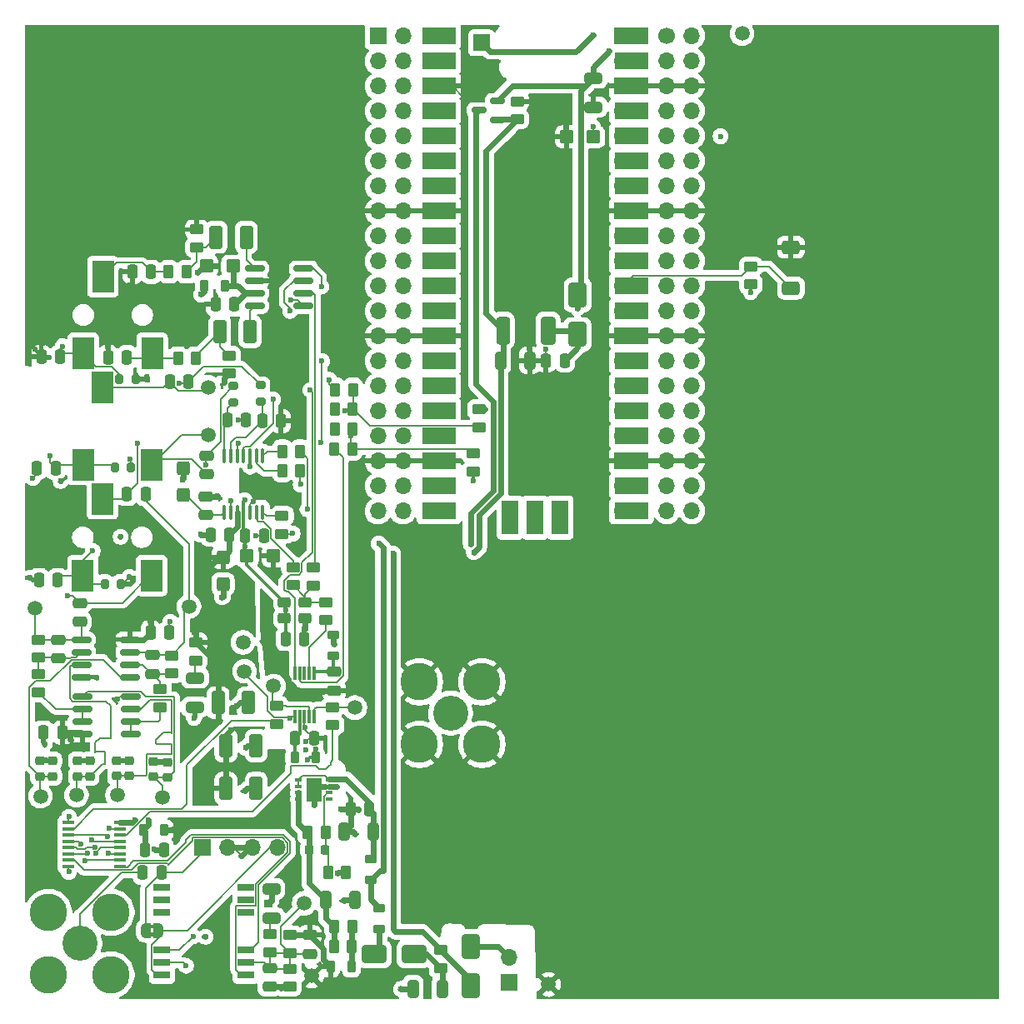
<source format=gbr>
%TF.GenerationSoftware,KiCad,Pcbnew,9.0.7-9.0.7~ubuntu24.04.1*%
%TF.CreationDate,2026-02-03T19:31:39-08:00*%
%TF.ProjectId,Frohne,46726f68-6e65-42e6-9b69-6361645f7063,rev?*%
%TF.SameCoordinates,Original*%
%TF.FileFunction,Copper,L1,Top*%
%TF.FilePolarity,Positive*%
%FSLAX46Y46*%
G04 Gerber Fmt 4.6, Leading zero omitted, Abs format (unit mm)*
G04 Created by KiCad (PCBNEW 9.0.7-9.0.7~ubuntu24.04.1) date 2026-02-03 19:31:39*
%MOMM*%
%LPD*%
G01*
G04 APERTURE LIST*
G04 Aperture macros list*
%AMRoundRect*
0 Rectangle with rounded corners*
0 $1 Rounding radius*
0 $2 $3 $4 $5 $6 $7 $8 $9 X,Y pos of 4 corners*
0 Add a 4 corners polygon primitive as box body*
4,1,4,$2,$3,$4,$5,$6,$7,$8,$9,$2,$3,0*
0 Add four circle primitives for the rounded corners*
1,1,$1+$1,$2,$3*
1,1,$1+$1,$4,$5*
1,1,$1+$1,$6,$7*
1,1,$1+$1,$8,$9*
0 Add four rect primitives between the rounded corners*
20,1,$1+$1,$2,$3,$4,$5,0*
20,1,$1+$1,$4,$5,$6,$7,0*
20,1,$1+$1,$6,$7,$8,$9,0*
20,1,$1+$1,$8,$9,$2,$3,0*%
%AMFreePoly0*
4,1,23,0.500000,-0.750000,0.000000,-0.750000,0.000000,-0.745722,-0.065263,-0.745722,-0.191342,-0.711940,-0.304381,-0.646677,-0.396677,-0.554381,-0.461940,-0.441342,-0.495722,-0.315263,-0.495722,-0.250000,-0.500000,-0.250000,-0.500000,0.250000,-0.495722,0.250000,-0.495722,0.315263,-0.461940,0.441342,-0.396677,0.554381,-0.304381,0.646677,-0.191342,0.711940,-0.065263,0.745722,0.000000,0.745722,
0.000000,0.750000,0.500000,0.750000,0.500000,-0.750000,0.500000,-0.750000,$1*%
%AMFreePoly1*
4,1,23,0.000000,0.745722,0.065263,0.745722,0.191342,0.711940,0.304381,0.646677,0.396677,0.554381,0.461940,0.441342,0.495722,0.315263,0.495722,0.250000,0.500000,0.250000,0.500000,-0.250000,0.495722,-0.250000,0.495722,-0.315263,0.461940,-0.441342,0.396677,-0.554381,0.304381,-0.646677,0.191342,-0.711940,0.065263,-0.745722,0.000000,-0.745722,0.000000,-0.750000,-0.500000,-0.750000,
-0.500000,0.750000,0.000000,0.750000,0.000000,0.745722,0.000000,0.745722,$1*%
G04 Aperture macros list end*
%TA.AperFunction,EtchedComponent*%
%ADD10C,0.000000*%
%TD*%
%TA.AperFunction,SMDPad,CuDef*%
%ADD11RoundRect,0.248780X0.451220X-0.261220X0.451220X0.261220X-0.451220X0.261220X-0.451220X-0.261220X0*%
%TD*%
%TA.AperFunction,SMDPad,CuDef*%
%ADD12RoundRect,0.248780X0.261220X0.451220X-0.261220X0.451220X-0.261220X-0.451220X0.261220X-0.451220X0*%
%TD*%
%TA.AperFunction,SMDPad,CuDef*%
%ADD13RoundRect,0.250000X0.250000X0.475000X-0.250000X0.475000X-0.250000X-0.475000X0.250000X-0.475000X0*%
%TD*%
%TA.AperFunction,SMDPad,CuDef*%
%ADD14RoundRect,0.250000X0.650000X-0.425000X0.650000X0.425000X-0.650000X0.425000X-0.650000X-0.425000X0*%
%TD*%
%TA.AperFunction,SMDPad,CuDef*%
%ADD15RoundRect,0.250000X0.425000X-1.150000X0.425000X1.150000X-0.425000X1.150000X-0.425000X-1.150000X0*%
%TD*%
%TA.AperFunction,SMDPad,CuDef*%
%ADD16RoundRect,0.250000X0.500000X-1.150000X0.500000X1.150000X-0.500000X1.150000X-0.500000X-1.150000X0*%
%TD*%
%TA.AperFunction,ComponentPad*%
%ADD17C,0.500000*%
%TD*%
%TA.AperFunction,SMDPad,CuDef*%
%ADD18RoundRect,0.250000X2.750000X-3.000000X2.750000X3.000000X-2.750000X3.000000X-2.750000X-3.000000X0*%
%TD*%
%TA.AperFunction,SMDPad,CuDef*%
%ADD19RoundRect,0.248780X-0.261220X-0.451220X0.261220X-0.451220X0.261220X0.451220X-0.261220X0.451220X0*%
%TD*%
%TA.AperFunction,SMDPad,CuDef*%
%ADD20RoundRect,0.225000X0.250000X-0.225000X0.250000X0.225000X-0.250000X0.225000X-0.250000X-0.225000X0*%
%TD*%
%TA.AperFunction,ComponentPad*%
%ADD21C,1.500000*%
%TD*%
%TA.AperFunction,SMDPad,CuDef*%
%ADD22RoundRect,0.250000X-0.250000X-0.475000X0.250000X-0.475000X0.250000X0.475000X-0.250000X0.475000X0*%
%TD*%
%TA.AperFunction,ComponentPad*%
%ADD23C,3.556000*%
%TD*%
%TA.AperFunction,ComponentPad*%
%ADD24C,3.810000*%
%TD*%
%TA.AperFunction,SMDPad,CuDef*%
%ADD25RoundRect,0.248780X-0.451220X0.261220X-0.451220X-0.261220X0.451220X-0.261220X0.451220X0.261220X0*%
%TD*%
%TA.AperFunction,SMDPad,CuDef*%
%ADD26RoundRect,0.250000X0.325000X0.650000X-0.325000X0.650000X-0.325000X-0.650000X0.325000X-0.650000X0*%
%TD*%
%TA.AperFunction,ComponentPad*%
%ADD27R,1.700000X1.700000*%
%TD*%
%TA.AperFunction,ComponentPad*%
%ADD28O,1.700000X1.700000*%
%TD*%
%TA.AperFunction,SMDPad,CuDef*%
%ADD29RoundRect,0.250000X0.475000X-0.250000X0.475000X0.250000X-0.475000X0.250000X-0.475000X-0.250000X0*%
%TD*%
%TA.AperFunction,SMDPad,CuDef*%
%ADD30FreePoly0,0.000000*%
%TD*%
%TA.AperFunction,SMDPad,CuDef*%
%ADD31FreePoly1,0.000000*%
%TD*%
%TA.AperFunction,SMDPad,CuDef*%
%ADD32RoundRect,0.200000X-0.200000X-0.275000X0.200000X-0.275000X0.200000X0.275000X-0.200000X0.275000X0*%
%TD*%
%TA.AperFunction,SMDPad,CuDef*%
%ADD33RoundRect,0.250000X0.650000X-0.325000X0.650000X0.325000X-0.650000X0.325000X-0.650000X-0.325000X0*%
%TD*%
%TA.AperFunction,SMDPad,CuDef*%
%ADD34RoundRect,0.250000X-1.000000X-0.650000X1.000000X-0.650000X1.000000X0.650000X-1.000000X0.650000X0*%
%TD*%
%TA.AperFunction,SMDPad,CuDef*%
%ADD35R,1.200000X0.400000*%
%TD*%
%TA.AperFunction,ComponentPad*%
%ADD36C,1.700000*%
%TD*%
%TA.AperFunction,SMDPad,CuDef*%
%ADD37RoundRect,0.250000X-0.475000X0.250000X-0.475000X-0.250000X0.475000X-0.250000X0.475000X0.250000X0*%
%TD*%
%TA.AperFunction,SMDPad,CuDef*%
%ADD38RoundRect,0.250000X-0.650000X1.000000X-0.650000X-1.000000X0.650000X-1.000000X0.650000X1.000000X0*%
%TD*%
%TA.AperFunction,SMDPad,CuDef*%
%ADD39RoundRect,0.225000X-0.225000X-0.250000X0.225000X-0.250000X0.225000X0.250000X-0.225000X0.250000X0*%
%TD*%
%TA.AperFunction,SMDPad,CuDef*%
%ADD40RoundRect,0.249056X-0.410944X-0.925944X0.410944X-0.925944X0.410944X0.925944X-0.410944X0.925944X0*%
%TD*%
%TA.AperFunction,SMDPad,CuDef*%
%ADD41RoundRect,0.250000X0.450000X0.425000X-0.450000X0.425000X-0.450000X-0.425000X0.450000X-0.425000X0*%
%TD*%
%TA.AperFunction,SMDPad,CuDef*%
%ADD42RoundRect,0.250000X-0.325000X-0.650000X0.325000X-0.650000X0.325000X0.650000X-0.325000X0.650000X0*%
%TD*%
%TA.AperFunction,SMDPad,CuDef*%
%ADD43RoundRect,0.150000X0.590000X0.150000X-0.590000X0.150000X-0.590000X-0.150000X0.590000X-0.150000X0*%
%TD*%
%TA.AperFunction,SMDPad,CuDef*%
%ADD44RoundRect,0.249056X0.410944X0.925944X-0.410944X0.925944X-0.410944X-0.925944X0.410944X-0.925944X0*%
%TD*%
%TA.AperFunction,SMDPad,CuDef*%
%ADD45R,0.300000X1.400000*%
%TD*%
%TA.AperFunction,SMDPad,CuDef*%
%ADD46RoundRect,0.150000X0.825000X0.150000X-0.825000X0.150000X-0.825000X-0.150000X0.825000X-0.150000X0*%
%TD*%
%TA.AperFunction,SMDPad,CuDef*%
%ADD47RoundRect,0.220000X0.220000X0.380000X-0.220000X0.380000X-0.220000X-0.380000X0.220000X-0.380000X0*%
%TD*%
%TA.AperFunction,SMDPad,CuDef*%
%ADD48R,2.200000X3.200000*%
%TD*%
%TA.AperFunction,SMDPad,CuDef*%
%ADD49RoundRect,0.250000X-0.650000X0.325000X-0.650000X-0.325000X0.650000X-0.325000X0.650000X0.325000X0*%
%TD*%
%TA.AperFunction,SMDPad,CuDef*%
%ADD50R,3.500000X1.700000*%
%TD*%
%TA.AperFunction,SMDPad,CuDef*%
%ADD51R,1.700000X3.500000*%
%TD*%
%TA.AperFunction,SMDPad,CuDef*%
%ADD52RoundRect,0.200000X-0.275000X0.200000X-0.275000X-0.200000X0.275000X-0.200000X0.275000X0.200000X0*%
%TD*%
%TA.AperFunction,SMDPad,CuDef*%
%ADD53RoundRect,0.250000X-0.425000X0.450000X-0.425000X-0.450000X0.425000X-0.450000X0.425000X0.450000X0*%
%TD*%
%TA.AperFunction,SMDPad,CuDef*%
%ADD54RoundRect,0.100000X0.100000X-0.637500X0.100000X0.637500X-0.100000X0.637500X-0.100000X-0.637500X0*%
%TD*%
%TA.AperFunction,SMDPad,CuDef*%
%ADD55RoundRect,0.220000X0.380000X-0.220000X0.380000X0.220000X-0.380000X0.220000X-0.380000X-0.220000X0*%
%TD*%
%TA.AperFunction,SMDPad,CuDef*%
%ADD56RoundRect,0.250000X0.425000X-0.450000X0.425000X0.450000X-0.425000X0.450000X-0.425000X-0.450000X0*%
%TD*%
%TA.AperFunction,SMDPad,CuDef*%
%ADD57R,0.650000X0.350000*%
%TD*%
%TA.AperFunction,SMDPad,CuDef*%
%ADD58R,1.550000X2.400000*%
%TD*%
%TA.AperFunction,SMDPad,CuDef*%
%ADD59RoundRect,0.220000X-0.380000X0.220000X-0.380000X-0.220000X0.380000X-0.220000X0.380000X0.220000X0*%
%TD*%
%TA.AperFunction,SMDPad,CuDef*%
%ADD60R,1.670000X0.760000*%
%TD*%
%TA.AperFunction,SMDPad,CuDef*%
%ADD61RoundRect,0.250000X0.650000X-1.000000X0.650000X1.000000X-0.650000X1.000000X-0.650000X-1.000000X0*%
%TD*%
%TA.AperFunction,SMDPad,CuDef*%
%ADD62RoundRect,0.250000X-0.400000X-0.300000X0.400000X-0.300000X0.400000X0.300000X-0.400000X0.300000X0*%
%TD*%
%TA.AperFunction,SMDPad,CuDef*%
%ADD63RoundRect,0.250000X-0.450000X-0.425000X0.450000X-0.425000X0.450000X0.425000X-0.450000X0.425000X0*%
%TD*%
%TA.AperFunction,SMDPad,CuDef*%
%ADD64RoundRect,0.150000X-0.825000X-0.150000X0.825000X-0.150000X0.825000X0.150000X-0.825000X0.150000X0*%
%TD*%
%TA.AperFunction,SMDPad,CuDef*%
%ADD65RoundRect,0.220000X-0.220000X-0.380000X0.220000X-0.380000X0.220000X0.380000X-0.220000X0.380000X0*%
%TD*%
%TA.AperFunction,ViaPad*%
%ADD66C,0.600000*%
%TD*%
%TA.AperFunction,Conductor*%
%ADD67C,0.600000*%
%TD*%
%TA.AperFunction,Conductor*%
%ADD68C,0.127000*%
%TD*%
%TA.AperFunction,Conductor*%
%ADD69C,0.300000*%
%TD*%
G04 APERTURE END LIST*
D10*
%TA.AperFunction,EtchedComponent*%
%TO.C,JP86*%
G36*
X114630000Y-123280000D02*
G01*
X114130000Y-123280000D01*
X114130000Y-122880000D01*
X114630000Y-122880000D01*
X114630000Y-123280000D01*
G37*
%TD.AperFunction*%
%TA.AperFunction,EtchedComponent*%
G36*
X114630000Y-124080000D02*
G01*
X114130000Y-124080000D01*
X114130000Y-123680000D01*
X114630000Y-123680000D01*
X114630000Y-124080000D01*
G37*
%TD.AperFunction*%
%TD*%
D11*
%TO.P,R1,1*%
%TO.N,Net-(TR1-C_RX)*%
X128370000Y-125790000D03*
%TO.P,R1,2*%
%TO.N,VDDA*%
X128370000Y-123970000D03*
%TD*%
D12*
%TO.P,R33,1*%
%TO.N,Net-(C47-Pad2)*%
X118820000Y-65330000D03*
%TO.P,R33,2*%
%TO.N,Net-(C53-Pad1)*%
X117000000Y-65330000D03*
%TD*%
D11*
%TO.P,R9,1*%
%TO.N,Net-(U5B--)*%
X102800000Y-99260000D03*
%TO.P,R9,2*%
%TO.N,Net-(U8A--)*%
X102800000Y-97440000D03*
%TD*%
%TO.P,R28,1*%
%TO.N,Net-(Q1-G)*%
X151490000Y-41050000D03*
%TO.P,R28,2*%
%TO.N,GND*%
X151490000Y-39230000D03*
%TD*%
D13*
%TO.P,C29,1*%
%TO.N,Net-(C18-Pad2)*%
X113710000Y-79130000D03*
%TO.P,C29,2*%
%TO.N,/I*%
X111810000Y-79130000D03*
%TD*%
D14*
%TO.P,S1,1,A*%
%TO.N,/Raspberry_Pi_Pico/RST*%
X179270000Y-58200000D03*
%TO.P,S1,2,B*%
%TO.N,GND*%
X179270000Y-54050000D03*
%TD*%
D15*
%TO.P,U6,1,VIN*%
%TO.N,Net-(Q1-G)*%
X150020000Y-62530000D03*
D16*
%TO.P,U6,3,VOUT*%
%TO.N,Net-(JP2-A)*%
X154600000Y-62530000D03*
D17*
%TO.P,U6,4,GND*%
%TO.N,GND*%
X150310000Y-58050000D03*
X152310000Y-58050000D03*
X154310000Y-58050000D03*
X150310000Y-56050000D03*
X152310000Y-56050000D03*
X154310000Y-56050000D03*
D18*
X152330000Y-55570000D03*
D17*
X150310000Y-54050000D03*
X152310000Y-54050000D03*
X154310000Y-54050000D03*
%TD*%
D19*
%TO.P,R7,1*%
%TO.N,Net-(C35-Pad1)*%
X132860000Y-123070000D03*
%TO.P,R7,2*%
%TO.N,Net-(FB5-Pad1)*%
X134680000Y-123070000D03*
%TD*%
D20*
%TO.P,C22,1*%
%TO.N,Net-(U5A-+)*%
X112030000Y-107795000D03*
%TO.P,C22,2*%
%TO.N,GND*%
X112030000Y-106235000D03*
%TD*%
D21*
%TO.P,TP1,1,1*%
%TO.N,Net-(C3-Pad2)*%
X120060000Y-68290000D03*
%TD*%
D22*
%TO.P,C52,1*%
%TO.N,GND*%
X102870000Y-87880000D03*
%TO.P,C52,2*%
%TO.N,Net-(e5-B)*%
X104770000Y-87880000D03*
%TD*%
D23*
%TO.P,J11,1,In*%
%TO.N,Net-(J11-In)*%
X107005000Y-124815000D03*
D24*
%TO.P,J11,2,Ext*%
%TO.N,GND*%
X103830000Y-121640000D03*
X103830000Y-127990000D03*
X110180000Y-121640000D03*
X110180000Y-127990000D03*
%TD*%
D11*
%TO.P,R37,1*%
%TO.N,/I_CLK*%
X132710000Y-102620000D03*
%TO.P,R37,2*%
%TO.N,Net-(U4-CLK0)*%
X132710000Y-100800000D03*
%TD*%
D21*
%TO.P,TP10,1,1*%
%TO.N,GND*%
X123600000Y-94220000D03*
%TD*%
D25*
%TO.P,R16,1*%
%TO.N,Net-(U2-LRCK)*%
X127560000Y-81350000D03*
%TO.P,R16,2*%
%TO.N,/WS*%
X127560000Y-83170000D03*
%TD*%
D26*
%TO.P,C42,1*%
%TO.N,Net-(C42-Pad1)*%
X143830000Y-129420000D03*
%TO.P,C42,2*%
%TO.N,GND*%
X140870000Y-129420000D03*
%TD*%
D21*
%TO.P,TP14,1,1*%
%TO.N,Net-(U7-1B1)*%
X103030000Y-109840000D03*
%TD*%
D27*
%TO.P,Je3,1,Pin_1*%
%TO.N,Net-(JP86-A)*%
X119480000Y-115080000D03*
D28*
%TO.P,Je3,2,Pin_2*%
%TO.N,GND*%
X122020000Y-115080000D03*
%TO.P,Je3,3,Pin_3*%
X124560000Y-115080000D03*
%TO.P,Je3,4,Pin_4*%
%TO.N,Net-(JP86-B)*%
X127100000Y-115080000D03*
%TD*%
D29*
%TO.P,C15,1*%
%TO.N,GND*%
X132860000Y-99100000D03*
%TO.P,C15,2*%
%TO.N,Net-(U4-VDD)*%
X132860000Y-97200000D03*
%TD*%
D13*
%TO.P,C38,1*%
%TO.N,GND*%
X130800000Y-103940000D03*
%TO.P,C38,2*%
%TO.N,Net-(U4-VDDO)*%
X128900000Y-103940000D03*
%TD*%
D20*
%TO.P,C16,1*%
%TO.N,Net-(U7-1B1)*%
X104250000Y-107805000D03*
%TO.P,C16,2*%
%TO.N,GND*%
X104250000Y-106245000D03*
%TD*%
%TO.P,C26,1*%
%TO.N,Net-(U5A-+)*%
X110770000Y-107795000D03*
%TO.P,C26,2*%
%TO.N,GND*%
X110770000Y-106235000D03*
%TD*%
D27*
%TO.P,J5,1,Pin_1*%
%TO.N,GND*%
X150650000Y-128750000D03*
D28*
%TO.P,J5,2,Pin_2*%
%TO.N,Net-(J5-Pin_2)*%
X150650000Y-126210000D03*
%TD*%
D30*
%TO.P,JP86,1,A*%
%TO.N,Net-(JP86-A)*%
X113730000Y-123480000D03*
D31*
%TO.P,JP86,2,B*%
%TO.N,Net-(JP86-B)*%
X115030000Y-123480000D03*
%TD*%
D32*
%TO.P,R19,1*%
%TO.N,Net-(e3-B)*%
X111040000Y-67470000D03*
%TO.P,R19,2*%
%TO.N,GND*%
X112680000Y-67470000D03*
%TD*%
D11*
%TO.P,R12,1*%
%TO.N,Net-(U8B--)*%
X116340000Y-97360000D03*
%TO.P,R12,2*%
%TO.N,Net-(C18-Pad2)*%
X116340000Y-95540000D03*
%TD*%
D29*
%TO.P,C20,1*%
%TO.N,GND*%
X126320000Y-129200000D03*
%TO.P,C20,2*%
%TO.N,Net-(TR1-C_RX)*%
X126320000Y-127300000D03*
%TD*%
D21*
%TO.P,TP25,1,1*%
%TO.N,+4.7V*%
X174310000Y-32350000D03*
%TD*%
D32*
%TO.P,R14,1*%
%TO.N,Net-(e4-B)*%
X110600000Y-76400000D03*
%TO.P,R14,2*%
%TO.N,GND*%
X112240000Y-76400000D03*
%TD*%
D33*
%TO.P,C34,1*%
%TO.N,Net-(C34-Pad1)*%
X126480000Y-122240000D03*
%TO.P,C34,2*%
%TO.N,GND*%
X126480000Y-119280000D03*
%TD*%
D21*
%TO.P,TP12,1,1*%
%TO.N,GND*%
X154660000Y-128960000D03*
%TD*%
D34*
%TO.P,D1,1*%
%TO.N,Net-(D1-Pad1)*%
X136960000Y-125890000D03*
%TO.P,D1,2*%
%TO.N,Net-(C42-Pad1)*%
X140960000Y-125890000D03*
%TD*%
D35*
%TO.P,U7,1,1~{OE}*%
%TO.N,GND*%
X105870000Y-112510000D03*
%TO.P,U7,2,S1*%
%TO.N,/Q_CLK*%
X105870000Y-113145000D03*
%TO.P,U7,3,1B4*%
%TO.N,Net-(U5B-+)*%
X105870000Y-113780000D03*
%TO.P,U7,4,1B3*%
%TO.N,Net-(U5A-+)*%
X105870000Y-114415000D03*
%TO.P,U7,5,1B2*%
%TO.N,Net-(U7-1B2)*%
X105870000Y-115050000D03*
%TO.P,U7,6,1B1*%
%TO.N,Net-(U7-1B1)*%
X105870000Y-115685000D03*
%TO.P,U7,7,1A*%
%TO.N,Net-(TR1-RX-)*%
X105870000Y-116320000D03*
%TO.P,U7,8,GND*%
%TO.N,GND*%
X105870000Y-116955000D03*
%TO.P,U7,9,2A*%
%TO.N,Net-(TR1-RX+)*%
X111070000Y-116955000D03*
%TO.P,U7,10,2B1*%
%TO.N,Net-(U5A-+)*%
X111070000Y-116320000D03*
%TO.P,U7,11,2B2*%
%TO.N,Net-(U5B-+)*%
X111070000Y-115685000D03*
%TO.P,U7,12,2B3*%
%TO.N,Net-(U7-1B2)*%
X111070000Y-115050000D03*
%TO.P,U7,13,2B4*%
%TO.N,Net-(U7-1B1)*%
X111070000Y-114415000D03*
%TO.P,U7,14,S0*%
%TO.N,/I_CLK*%
X111070000Y-113780000D03*
%TO.P,U7,15,2~{OE}*%
%TO.N,GND*%
X111070000Y-113145000D03*
%TO.P,U7,16,VCC*%
%TO.N,Net-(U7-VCC)*%
X111070000Y-112510000D03*
%TD*%
D25*
%TO.P,R34,1*%
%TO.N,/CMOS Oscillator/SCLK*%
X130750000Y-86620000D03*
%TO.P,R34,2*%
%TO.N,Net-(X1-OUT)*%
X130750000Y-88440000D03*
%TD*%
D32*
%TO.P,R30,1*%
%TO.N,Net-(e5-B)*%
X109550000Y-88260000D03*
%TO.P,R30,2*%
%TO.N,GND*%
X111190000Y-88260000D03*
%TD*%
D26*
%TO.P,C5,1*%
%TO.N,Net-(e1-EN)*%
X136830000Y-113470000D03*
%TO.P,C5,2*%
%TO.N,GND*%
X133870000Y-113470000D03*
%TD*%
D13*
%TO.P,C43,1*%
%TO.N,Net-(JP2-A)*%
X156300000Y-65560000D03*
%TO.P,C43,2*%
%TO.N,GND*%
X154400000Y-65560000D03*
%TD*%
D28*
%TO.P,J3,21,Pin_20*%
%TO.N,Net-(J3-Pin_20)*%
X166680000Y-80840000D03*
X169220000Y-80840000D03*
%TO.P,J3,22,Pin_19*%
%TO.N,Net-(J3-Pin_19)*%
X166680000Y-78300000D03*
X169220000Y-78300000D03*
%TO.P,J3,23,Pin_18*%
%TO.N,GND*%
X166680000Y-75760000D03*
X169220000Y-75760000D03*
%TO.P,J3,24,Pin_17*%
%TO.N,Net-(J3-Pin_17)*%
X166680000Y-73220000D03*
X169220000Y-73220000D03*
%TO.P,J3,25,Pin_16*%
%TO.N,Net-(J3-Pin_16)*%
X166680000Y-70680000D03*
X169220000Y-70680000D03*
%TO.P,J3,26,Pin_15*%
%TO.N,Net-(J3-Pin_15)*%
X166680000Y-68140000D03*
X169220000Y-68140000D03*
%TO.P,J3,27,Pin_14*%
%TO.N,Net-(J3-Pin_14)*%
X166680000Y-65600000D03*
X169220000Y-65600000D03*
%TO.P,J3,28,Pin_28*%
%TO.N,GND*%
X166680000Y-63060000D03*
X169220000Y-63060000D03*
%TO.P,J3,29,Pin_12*%
%TO.N,Net-(J3-Pin_12)*%
X166680000Y-60520000D03*
X169220000Y-60520000D03*
%TO.P,J3,30,Pin_11*%
%TO.N,+3.3V*%
X166680000Y-57980000D03*
X169220000Y-57980000D03*
%TO.P,J3,31,Pin_10*%
%TO.N,Net-(J3-Pin_10)*%
X166680000Y-55440000D03*
X169220000Y-55440000D03*
%TO.P,J3,32,Pin_9*%
%TO.N,Net-(J3-Pin_32)*%
X166680000Y-52900000D03*
X169220000Y-52900000D03*
%TO.P,J3,33,Pin_8*%
%TO.N,GND*%
X166680000Y-50360000D03*
X169220000Y-50360000D03*
%TO.P,J3,34,Pin_7*%
%TO.N,Net-(J3-Pin_34)*%
X166680000Y-47820000D03*
X169220000Y-47820000D03*
%TO.P,J3,35,Pin_6*%
%TO.N,Net-(J3-Pin_35)*%
X166680000Y-45280000D03*
X169220000Y-45280000D03*
%TO.P,J3,36,Pin_5*%
%TO.N,Net-(J3-Pin_36)*%
X166680000Y-42740000D03*
X169220000Y-42740000D03*
%TO.P,J3,37,Pin_4*%
%TO.N,Net-(J3-Pin_37)*%
X166680000Y-40200000D03*
X169220000Y-40200000D03*
%TO.P,J3,38,Pin_3*%
%TO.N,GND*%
X166680000Y-37660000D03*
X169220000Y-37660000D03*
%TO.P,J3,39,Pin_2*%
%TO.N,Net-(J3-Pin_2)*%
X166680000Y-35120000D03*
X169220000Y-35120000D03*
D36*
%TO.P,J3,40,Pin_1*%
%TO.N,Net-(J3-Pin_1)*%
X166680000Y-32580000D03*
D28*
X169220000Y-32580000D03*
%TD*%
D11*
%TO.P,R10,1*%
%TO.N,Net-(TR1-C_RX)*%
X126320000Y-125700000D03*
%TO.P,R10,2*%
%TO.N,Net-(C34-Pad1)*%
X126320000Y-123880000D03*
%TD*%
D22*
%TO.P,C1,1*%
%TO.N,Net-(J11-In)*%
X113400000Y-117610000D03*
%TO.P,C1,2*%
%TO.N,Net-(JP86-A)*%
X115300000Y-117610000D03*
%TD*%
D37*
%TO.P,C11,1*%
%TO.N,GND*%
X119840000Y-79360000D03*
%TO.P,C11,2*%
%TO.N,Net-(U2-VREF)*%
X119840000Y-81260000D03*
%TD*%
D38*
%TO.P,D3,1*%
%TO.N,+4.7V*%
X157590000Y-58910000D03*
%TO.P,D3,2*%
%TO.N,Net-(JP2-A)*%
X157590000Y-62910000D03*
%TD*%
D20*
%TO.P,C19,1*%
%TO.N,Net-(U7-1B2)*%
X106790000Y-107805000D03*
%TO.P,C19,2*%
%TO.N,GND*%
X106790000Y-106245000D03*
%TD*%
D12*
%TO.P,R22,1*%
%TO.N,Net-(C46-Pad2)*%
X117860000Y-56550000D03*
%TO.P,R22,2*%
%TO.N,Net-(C49-Pad1)*%
X116040000Y-56550000D03*
%TD*%
D21*
%TO.P,TP18,1,1*%
%TO.N,Net-(C21-Pad2)*%
X102460000Y-90740000D03*
%TD*%
D11*
%TO.P,R21,1*%
%TO.N,Net-(C42-Pad1)*%
X143670000Y-127290000D03*
%TO.P,R21,2*%
%TO.N,Net-(Q1-G)*%
X143670000Y-125470000D03*
%TD*%
D39*
%TO.P,C40,1*%
%TO.N,Net-(C35-Pad1)*%
X130350000Y-115260000D03*
%TO.P,C40,2*%
%TO.N,Net-(e1-SENSE{slash}ADJ)*%
X131910000Y-115260000D03*
%TD*%
D29*
%TO.P,C18,1*%
%TO.N,Net-(U8B--)*%
X114360000Y-97400000D03*
%TO.P,C18,2*%
%TO.N,Net-(C18-Pad2)*%
X114360000Y-95500000D03*
%TD*%
D22*
%TO.P,C51,1*%
%TO.N,GND*%
X102660000Y-76490000D03*
%TO.P,C51,2*%
%TO.N,Net-(e4-B)*%
X104560000Y-76490000D03*
%TD*%
D37*
%TO.P,C4,1*%
%TO.N,Net-(JP19-B)*%
X119880000Y-75240000D03*
%TO.P,C4,2*%
%TO.N,Net-(C4-Pad2)*%
X119880000Y-77140000D03*
%TD*%
D40*
%TO.P,C37,1*%
%TO.N,VDDA*%
X121860000Y-109050000D03*
%TO.P,C37,2*%
%TO.N,GND*%
X124940000Y-109050000D03*
%TD*%
D20*
%TO.P,C27,1*%
%TO.N,Net-(U5B-+)*%
X114520000Y-107865000D03*
%TO.P,C27,2*%
%TO.N,GND*%
X114520000Y-106305000D03*
%TD*%
D41*
%TO.P,C45,1*%
%TO.N,Net-(U1-VDD)*%
X122580000Y-55980000D03*
%TO.P,C45,2*%
%TO.N,GND*%
X119880000Y-55980000D03*
%TD*%
D42*
%TO.P,C35,1*%
%TO.N,Net-(C35-Pad1)*%
X132050000Y-120400000D03*
%TO.P,C35,2*%
%TO.N,GND*%
X135010000Y-120400000D03*
%TD*%
D25*
%TO.P,R31,1*%
%TO.N,Net-(C47-Pad2)*%
X122170000Y-65070000D03*
%TO.P,R31,2*%
%TO.N,GND*%
X122170000Y-66890000D03*
%TD*%
D19*
%TO.P,R24,1*%
%TO.N,/OSC_SDA*%
X132960000Y-68520000D03*
%TO.P,R24,2*%
%TO.N,/Raspberry_Pi_Pico/GPIO12*%
X134780000Y-68520000D03*
%TD*%
D13*
%TO.P,C23,1*%
%TO.N,GND*%
X115560000Y-115280000D03*
%TO.P,C23,2*%
%TO.N,Net-(U7-VCC)*%
X113660000Y-115280000D03*
%TD*%
D43*
%TO.P,Q1,1,G*%
%TO.N,Net-(Q1-G)*%
X149440000Y-41090000D03*
%TO.P,Q1,2,S*%
%TO.N,+4.7V*%
X149440000Y-39190000D03*
%TO.P,Q1,3,D*%
%TO.N,Net-(Q1-D)*%
X147560000Y-40140000D03*
%TD*%
D19*
%TO.P,R17,1*%
%TO.N,Net-(U2-BCK)*%
X127600000Y-74790000D03*
%TO.P,R17,2*%
%TO.N,/BCK*%
X129420000Y-74790000D03*
%TD*%
D44*
%TO.P,C46,1*%
%TO.N,Net-(U1-AOUTR)*%
X123940000Y-53040000D03*
%TO.P,C46,2*%
%TO.N,Net-(C46-Pad2)*%
X120860000Y-53040000D03*
%TD*%
D19*
%TO.P,R20,1*%
%TO.N,Net-(C35-Pad1)*%
X132850000Y-125090000D03*
%TO.P,R20,2*%
%TO.N,Net-(FB5-Pad1)*%
X134670000Y-125090000D03*
%TD*%
%TO.P,R25,1*%
%TO.N,/OSC_SCL*%
X132880000Y-74560000D03*
%TO.P,R25,2*%
%TO.N,/Raspberry_Pi_Pico/GPIO13*%
X134700000Y-74560000D03*
%TD*%
D40*
%TO.P,C36,1*%
%TO.N,VDDA*%
X121860000Y-104700000D03*
%TO.P,C36,2*%
%TO.N,GND*%
X124940000Y-104700000D03*
%TD*%
D37*
%TO.P,C21,1*%
%TO.N,/Q*%
X107010000Y-90220000D03*
%TO.P,C21,2*%
%TO.N,Net-(C21-Pad2)*%
X107010000Y-92120000D03*
%TD*%
D45*
%TO.P,U4,1,VDD*%
%TO.N,Net-(U4-VDD)*%
X130850000Y-97330000D03*
%TO.P,U4,2,XA*%
%TO.N,/CMOS Oscillator/LO_CLK*%
X130350000Y-97330000D03*
%TO.P,U4,3,XB*%
%TO.N,unconnected-(U4-XB-Pad3)*%
X129850000Y-97330000D03*
%TO.P,U4,4,SCL*%
%TO.N,/OSC_SCL*%
X129350000Y-97330000D03*
%TO.P,U4,5,SDA*%
%TO.N,/OSC_SDA*%
X128850000Y-97330000D03*
%TO.P,U4,6,CLK2*%
%TO.N,/Si5351a/CLK2*%
X128850000Y-101730000D03*
%TO.P,U4,7,VDDO*%
%TO.N,Net-(U4-VDDO)*%
X129350000Y-101730000D03*
%TO.P,U4,8,GND*%
%TO.N,GND*%
X129850000Y-101730000D03*
%TO.P,U4,9,CLK1*%
%TO.N,Net-(U4-CLK1)*%
X130350000Y-101730000D03*
%TO.P,U4,10,CLK0*%
%TO.N,Net-(U4-CLK0)*%
X130850000Y-101730000D03*
%TD*%
D22*
%TO.P,C7,1*%
%TO.N,Net-(U2-VINR)*%
X122000000Y-71620000D03*
%TO.P,C7,2*%
%TO.N,GND*%
X123900000Y-71620000D03*
%TD*%
D46*
%TO.P,U1,1,SDIN*%
%TO.N,/SDIN*%
X129735000Y-60015000D03*
%TO.P,U1,2,SCLK*%
%TO.N,/CMOS Oscillator/SCLK*%
X129735000Y-58745000D03*
%TO.P,U1,3,LRCK*%
%TO.N,/LRCK*%
X129735000Y-57475000D03*
%TO.P,U1,4,MCLK*%
%TO.N,/MCLK*%
X129735000Y-56205000D03*
%TO.P,U1,5,AOUTR*%
%TO.N,Net-(U1-AOUTR)*%
X124785000Y-56205000D03*
%TO.P,U1,6,GND*%
%TO.N,GND*%
X124785000Y-57475000D03*
%TO.P,U1,7,VDD*%
%TO.N,Net-(U1-VDD)*%
X124785000Y-58745000D03*
%TO.P,U1,8,AOUTL*%
%TO.N,Net-(U1-AOUTL)*%
X124785000Y-60015000D03*
%TD*%
D19*
%TO.P,R26,1*%
%TO.N,/SDA*%
X132930000Y-72580000D03*
%TO.P,R26,2*%
%TO.N,/Raspberry_Pi_Pico/GPIO13*%
X134750000Y-72580000D03*
%TD*%
D21*
%TO.P,TP2,1,1*%
%TO.N,Net-(C4-Pad2)*%
X120110000Y-73130000D03*
%TD*%
D13*
%TO.P,C53,1*%
%TO.N,Net-(C53-Pad1)*%
X111800000Y-65240000D03*
%TO.P,C53,2*%
%TO.N,GND*%
X109900000Y-65240000D03*
%TD*%
D47*
%TO.P,FB7,1*%
%TO.N,Net-(U1-VDD)*%
X121760000Y-57940000D03*
%TO.P,FB7,2*%
%TO.N,+3.3V*%
X119640000Y-57940000D03*
%TD*%
D48*
%TO.P,J9,R*%
%TO.N,Net-(C49-Pad1)*%
X109370000Y-57050000D03*
%TO.P,J9,S*%
%TO.N,Net-(e3-B)*%
X107370000Y-64850000D03*
%TO.P,J9,T*%
%TO.N,Net-(C53-Pad1)*%
X114370000Y-64850000D03*
%TD*%
D11*
%TO.P,R23,1*%
%TO.N,+3.3V*%
X147040000Y-76830000D03*
%TO.P,R23,2*%
%TO.N,/Raspberry_Pi_Pico/GPIO13*%
X147040000Y-75010000D03*
%TD*%
%TO.P,R38,1*%
%TO.N,/Q_CLK*%
X127000000Y-102510000D03*
%TO.P,R38,2*%
%TO.N,Net-(U4-CLK1)*%
X127000000Y-100690000D03*
%TD*%
D42*
%TO.P,C41,1*%
%TO.N,Net-(Q1-G)*%
X149760000Y-65560000D03*
%TO.P,C41,2*%
%TO.N,GND*%
X152720000Y-65560000D03*
%TD*%
D49*
%TO.P,C33,1*%
%TO.N,Net-(C33-Pad1)*%
X118740000Y-97820000D03*
%TO.P,C33,2*%
%TO.N,GND*%
X118740000Y-100780000D03*
%TD*%
D28*
%TO.P,U3,1,GPIO0*%
%TO.N,Net-(J4-Pin_1)*%
X144400000Y-32600000D03*
D50*
X143500000Y-32600000D03*
D28*
%TO.P,U3,2,GPIO1*%
%TO.N,Net-(J4-Pin_2)*%
X144400000Y-35140000D03*
D50*
X143500000Y-35140000D03*
D27*
%TO.P,U3,3,GND*%
%TO.N,GND*%
X144400000Y-37680000D03*
D50*
X143500000Y-37680000D03*
D28*
%TO.P,U3,4,GPIO2*%
%TO.N,Net-(J4-Pin_4)*%
X144400000Y-40220000D03*
D50*
X143500000Y-40220000D03*
D28*
%TO.P,U3,5,GPIO3*%
%TO.N,Net-(J4-Pin_5)*%
X144400000Y-42760000D03*
D50*
X143500000Y-42760000D03*
D28*
%TO.P,U3,6,GPIO4*%
%TO.N,Net-(J4-Pin_6)*%
X144400000Y-45300000D03*
D50*
X143500000Y-45300000D03*
D28*
%TO.P,U3,7,GPIO5*%
%TO.N,Net-(J4-Pin_7)*%
X144400000Y-47840000D03*
D50*
X143500000Y-47840000D03*
D27*
%TO.P,U3,8,GND*%
%TO.N,GND*%
X144400000Y-50380000D03*
D50*
X143500000Y-50380000D03*
D28*
%TO.P,U3,9,GPIO6*%
%TO.N,Net-(J4-Pin_9)*%
X144400000Y-52920000D03*
D50*
X143500000Y-52920000D03*
D28*
%TO.P,U3,10,GPIO7*%
%TO.N,Net-(J4-Pin_10)*%
X144400000Y-55460000D03*
D50*
X143500000Y-55460000D03*
D28*
%TO.P,U3,11,GPIO8*%
%TO.N,Net-(J4-Pin_11)*%
X144400000Y-58000000D03*
D50*
X143500000Y-58000000D03*
D28*
%TO.P,U3,12,GPIO9*%
%TO.N,Net-(J4-Pin_12)*%
X144400000Y-60540000D03*
D50*
X143500000Y-60540000D03*
D27*
%TO.P,U3,13,GND*%
%TO.N,GND*%
X144400000Y-63080000D03*
D50*
X143500000Y-63080000D03*
D28*
%TO.P,U3,14,GPIO10*%
%TO.N,Net-(J4-Pin_14)*%
X144400000Y-65620000D03*
D50*
X143500000Y-65620000D03*
D28*
%TO.P,U3,15,GPIO11*%
%TO.N,Net-(J4-Pin_15)*%
X144400000Y-68160000D03*
D50*
X143500000Y-68160000D03*
D28*
%TO.P,U3,16,GPIO12*%
%TO.N,Net-(J4-Pin_16)*%
X144400000Y-70700000D03*
D50*
X143500000Y-70700000D03*
D28*
%TO.P,U3,17,GPIO13*%
%TO.N,Net-(J4-Pin_17)*%
X144400000Y-73240000D03*
D50*
X143500000Y-73240000D03*
D27*
%TO.P,U3,18,GND*%
%TO.N,GND*%
X144400000Y-75780000D03*
D50*
X143500000Y-75780000D03*
D28*
%TO.P,U3,19,GPIO14*%
%TO.N,Net-(J4-Pin_19)*%
X144400000Y-78320000D03*
D50*
X143500000Y-78320000D03*
D28*
%TO.P,U3,20,GPIO15*%
%TO.N,Net-(J4-Pin_20)*%
X144400000Y-80860000D03*
D50*
X143500000Y-80860000D03*
D28*
%TO.P,U3,21,GPIO16*%
%TO.N,Net-(J10-Pin_20)*%
X162180000Y-80860000D03*
D50*
X163080000Y-80860000D03*
D28*
%TO.P,U3,22,GPIO17*%
%TO.N,Net-(J10-Pin_19)*%
X162180000Y-78320000D03*
D50*
X163080000Y-78320000D03*
D27*
%TO.P,U3,23,GND*%
%TO.N,GND*%
X162180000Y-75780000D03*
D50*
X163080000Y-75780000D03*
D28*
%TO.P,U3,24,GPIO18*%
%TO.N,Net-(J10-Pin_17)*%
X162180000Y-73240000D03*
D50*
X163080000Y-73240000D03*
D28*
%TO.P,U3,25,GPIO19*%
%TO.N,Net-(J10-Pin_16)*%
X162180000Y-70700000D03*
D50*
X163080000Y-70700000D03*
D28*
%TO.P,U3,26,GPIO20*%
%TO.N,Net-(J10-Pin_15)*%
X162180000Y-68160000D03*
D50*
X163080000Y-68160000D03*
D28*
%TO.P,U3,27,GPIO21*%
%TO.N,Net-(J10-Pin_14)*%
X162180000Y-65620000D03*
D50*
X163080000Y-65620000D03*
D27*
%TO.P,U3,28,GND*%
%TO.N,GND*%
X162180000Y-63080000D03*
D50*
X163080000Y-63080000D03*
D28*
%TO.P,U3,29,GPIO22*%
%TO.N,Net-(J10-Pin_12)*%
X162180000Y-60540000D03*
D50*
X163080000Y-60540000D03*
D28*
%TO.P,U3,30,RUN*%
%TO.N,/Raspberry_Pi_Pico/RST*%
X162180000Y-58000000D03*
D50*
X163080000Y-58000000D03*
D28*
%TO.P,U3,31,GPIO26_ADC0*%
%TO.N,Net-(J10-Pin_10)*%
X162180000Y-55460000D03*
D50*
X163080000Y-55460000D03*
D28*
%TO.P,U3,32,GPIO27_ADC1*%
%TO.N,Net-(J10-Pin_9)*%
X162180000Y-52920000D03*
D50*
X163080000Y-52920000D03*
D27*
%TO.P,U3,33,AGND*%
%TO.N,GND*%
X162180000Y-50380000D03*
D50*
X163080000Y-50380000D03*
D28*
%TO.P,U3,34,GPIO28_ADC2*%
%TO.N,Net-(J10-Pin_7)*%
X162180000Y-47840000D03*
D50*
X163080000Y-47840000D03*
D28*
%TO.P,U3,35,ADC_VREF*%
%TO.N,Net-(J10-Pin_6)*%
X162180000Y-45300000D03*
D50*
X163080000Y-45300000D03*
D28*
%TO.P,U3,36,3V3*%
%TO.N,Net-(J10-Pin_5)*%
X162180000Y-42760000D03*
D50*
X163080000Y-42760000D03*
D28*
%TO.P,U3,37,3V3_EN*%
%TO.N,Net-(J10-Pin_4)*%
X162180000Y-40220000D03*
D50*
X163080000Y-40220000D03*
D27*
%TO.P,U3,38,GND*%
%TO.N,GND*%
X162180000Y-37680000D03*
D50*
X163080000Y-37680000D03*
D28*
%TO.P,U3,39,VSYS*%
%TO.N,Net-(J10-Pin_2)*%
X162180000Y-35140000D03*
D50*
X163080000Y-35140000D03*
D28*
%TO.P,U3,40,VBUS*%
%TO.N,Net-(J10-Pin_1)*%
X162180000Y-32600000D03*
D50*
X163080000Y-32600000D03*
D28*
%TO.P,U3,41,SWCLK*%
%TO.N,unconnected-(U3-SWCLK-Pad41)*%
X150750000Y-80630000D03*
D51*
%TO.N,unconnected-(U3-SWCLK-Pad41)_1*%
X150750000Y-81530000D03*
D27*
%TO.P,U3,42,GND*%
%TO.N,unconnected-(U3-GND-Pad42)*%
X153290000Y-80630000D03*
D51*
%TO.N,unconnected-(U3-GND-Pad42)_1*%
X153290000Y-81530000D03*
D28*
%TO.P,U3,43,SWDIO*%
%TO.N,unconnected-(U3-SWDIO-Pad43)_1*%
X155830000Y-80630000D03*
D51*
%TO.N,unconnected-(U3-SWDIO-Pad43)*%
X155830000Y-81530000D03*
%TD*%
D40*
%TO.P,C17,1*%
%TO.N,VDDA*%
X121070000Y-100350000D03*
%TO.P,C17,2*%
%TO.N,GND*%
X124150000Y-100350000D03*
%TD*%
D11*
%TO.P,R8,1*%
%TO.N,Net-(U5A--)*%
X115130000Y-100790000D03*
%TO.P,R8,2*%
%TO.N,Net-(U8B--)*%
X115130000Y-98970000D03*
%TD*%
D13*
%TO.P,C30,1*%
%TO.N,GND*%
X116100000Y-93200000D03*
%TO.P,C30,2*%
%TO.N,VDDA*%
X114200000Y-93200000D03*
%TD*%
D52*
%TO.P,R2,1*%
%TO.N,Net-(JP18-A)*%
X125380000Y-68070000D03*
%TO.P,R2,2*%
%TO.N,Net-(U2-VINL)*%
X125380000Y-69710000D03*
%TD*%
D53*
%TO.P,C9,1*%
%TO.N,VDDA*%
X121570000Y-85580000D03*
%TO.P,C9,2*%
%TO.N,GND*%
X121570000Y-88280000D03*
%TD*%
D21*
%TO.P,TP16,1,1*%
%TO.N,Net-(U7-1B2)*%
X106680000Y-109730000D03*
%TD*%
%TO.P,TP4,1,1*%
%TO.N,Net-(U4-CLK1)*%
X126720000Y-98650000D03*
%TD*%
D54*
%TO.P,U2,1,VREF*%
%TO.N,Net-(U2-VREF)*%
X121700000Y-80985000D03*
%TO.P,U2,2,AGND*%
%TO.N,GND*%
X122350000Y-80985000D03*
%TO.P,U2,3,VCC*%
%TO.N,VDDA*%
X123000000Y-80985000D03*
%TO.P,U2,4,VDD*%
%TO.N,+3.3V*%
X123650000Y-80985000D03*
%TO.P,U2,5,DGND*%
%TO.N,GND*%
X124300000Y-80985000D03*
%TO.P,U2,6,SCKI*%
%TO.N,/CMOS Oscillator/SCKI*%
X124950000Y-80985000D03*
%TO.P,U2,7,LRCK*%
%TO.N,Net-(U2-LRCK)*%
X125600000Y-80985000D03*
%TO.P,U2,8,BCK*%
%TO.N,Net-(U2-BCK)*%
X125600000Y-75260000D03*
%TO.P,U2,9,DOUT*%
%TO.N,Net-(U2-DOUT)*%
X124950000Y-75260000D03*
%TO.P,U2,10,MD0*%
%TO.N,+3.3V*%
X124300000Y-75260000D03*
%TO.P,U2,11,MD1*%
%TO.N,/MD1*%
X123650000Y-75260000D03*
%TO.P,U2,12,FMT*%
%TO.N,/FMT*%
X123000000Y-75260000D03*
%TO.P,U2,13,VINL*%
%TO.N,Net-(U2-VINL)*%
X122350000Y-75260000D03*
%TO.P,U2,14,VINR*%
%TO.N,Net-(U2-VINR)*%
X121700000Y-75260000D03*
%TD*%
D25*
%TO.P,R15,1*%
%TO.N,+3.3V*%
X147570000Y-70520000D03*
%TO.P,R15,2*%
%TO.N,/Raspberry_Pi_Pico/GPIO12*%
X147570000Y-72340000D03*
%TD*%
D11*
%TO.P,R35,1*%
%TO.N,Net-(X1-OUT)*%
X128680000Y-88390000D03*
%TO.P,R35,2*%
%TO.N,/CMOS Oscillator/SCKI*%
X128680000Y-86570000D03*
%TD*%
D21*
%TO.P,TP11,1,1*%
%TO.N,Net-(TR1-C_RX)*%
X129820000Y-120730000D03*
%TD*%
D13*
%TO.P,C12,1*%
%TO.N,Net-(U1-VDD)*%
X122730000Y-59870000D03*
%TO.P,C12,2*%
%TO.N,GND*%
X120830000Y-59870000D03*
%TD*%
D19*
%TO.P,R27,1*%
%TO.N,/SCL*%
X132940000Y-70550000D03*
%TO.P,R27,2*%
%TO.N,/Raspberry_Pi_Pico/GPIO12*%
X134760000Y-70550000D03*
%TD*%
D49*
%TO.P,C2,1*%
%TO.N,+4.7V*%
X159220000Y-36860000D03*
%TO.P,C2,2*%
%TO.N,GND*%
X159220000Y-39820000D03*
%TD*%
D22*
%TO.P,C31,1*%
%TO.N,GND*%
X103340000Y-103370000D03*
%TO.P,C31,2*%
%TO.N,VDDA*%
X105240000Y-103370000D03*
%TD*%
D47*
%TO.P,FB5,1*%
%TO.N,Net-(FB5-Pad1)*%
X134620000Y-127180000D03*
%TO.P,FB5,2*%
%TO.N,VDDA*%
X132500000Y-127180000D03*
%TD*%
D21*
%TO.P,TP3,1,1*%
%TO.N,Net-(U4-CLK0)*%
X134970000Y-100840000D03*
%TD*%
D19*
%TO.P,R6,1*%
%TO.N,Net-(e1-SENSE{slash}ADJ)*%
X132240000Y-117580000D03*
%TO.P,R6,2*%
%TO.N,GND*%
X134060000Y-117580000D03*
%TD*%
D55*
%TO.P,FB4,1*%
%TO.N,Net-(U4-VDD)*%
X132800000Y-95610000D03*
%TO.P,FB4,2*%
%TO.N,+3.3V*%
X132800000Y-93490000D03*
%TD*%
D56*
%TO.P,C44,1*%
%TO.N,Net-(U2-VREF)*%
X117500000Y-79200000D03*
%TO.P,C44,2*%
%TO.N,GND*%
X117500000Y-76500000D03*
%TD*%
D27*
%TO.P,J7,1,Pin_1*%
%TO.N,Net-(J10-Pin_1)*%
X147830000Y-33290000D03*
%TD*%
D20*
%TO.P,C25,1*%
%TO.N,Net-(U7-1B2)*%
X108050000Y-107805000D03*
%TO.P,C25,2*%
%TO.N,GND*%
X108050000Y-106245000D03*
%TD*%
D21*
%TO.P,TP5,1,1*%
%TO.N,/Si5351a/CLK2*%
X123740000Y-97150000D03*
%TD*%
D20*
%TO.P,C14,1*%
%TO.N,Net-(U7-1B1)*%
X102950000Y-107805000D03*
%TO.P,C14,2*%
%TO.N,GND*%
X102950000Y-106245000D03*
%TD*%
D12*
%TO.P,R5,1*%
%TO.N,Net-(e1-SENSE{slash}ADJ)*%
X131980000Y-113560000D03*
%TO.P,R5,2*%
%TO.N,Net-(C35-Pad1)*%
X130160000Y-113560000D03*
%TD*%
D57*
%TO.P,e1,1,VIN*%
%TO.N,Net-(e1-EN)*%
X129237500Y-108195000D03*
%TO.P,e1,2,VIN*%
X129237500Y-108845000D03*
%TO.P,e1,3,VOUT*%
%TO.N,Net-(C35-Pad1)*%
X129237500Y-109495000D03*
%TO.P,e1,4,VOUT*%
X129237500Y-110145000D03*
%TO.P,e1,5,NC*%
%TO.N,unconnected-(e1-NC-Pad5)*%
X132337500Y-110145000D03*
%TO.P,e1,6,SENSE/ADJ*%
%TO.N,Net-(e1-SENSE{slash}ADJ)*%
X132337500Y-109495000D03*
%TO.P,e1,7,GND*%
%TO.N,GND*%
X132337500Y-108845000D03*
%TO.P,e1,8,EN*%
%TO.N,Net-(e1-EN)*%
X132337500Y-108195000D03*
D58*
%TO.P,e1,9,PAD*%
%TO.N,GND*%
X130787500Y-109170000D03*
%TD*%
D11*
%TO.P,R29,1*%
%TO.N,+3.3V*%
X175210000Y-57825000D03*
%TO.P,R29,2*%
%TO.N,/Raspberry_Pi_Pico/RST*%
X175210000Y-56005000D03*
%TD*%
D13*
%TO.P,C49,1*%
%TO.N,Net-(C49-Pad1)*%
X114270000Y-56560000D03*
%TO.P,C49,2*%
%TO.N,GND*%
X112370000Y-56560000D03*
%TD*%
D19*
%TO.P,R18,1*%
%TO.N,Net-(U2-DOUT)*%
X127590000Y-76770000D03*
%TO.P,R18,2*%
%TO.N,/DATA*%
X129410000Y-76770000D03*
%TD*%
D37*
%TO.P,C32,1*%
%TO.N,VDDA*%
X130380000Y-123950000D03*
%TO.P,C32,2*%
%TO.N,Net-(TR1-C_RX)*%
X130380000Y-125850000D03*
%TD*%
D27*
%TO.P,J4,1,Pin_1*%
%TO.N,Net-(J4-Pin_1)*%
X144400000Y-32600000D03*
D36*
%TO.P,J4,2,Pin_2*%
%TO.N,Net-(J4-Pin_2)*%
X144400000Y-35140000D03*
%TO.P,J4,3,Pin_3*%
%TO.N,GND*%
X144400000Y-37680000D03*
%TO.P,J4,4,Pin_4*%
%TO.N,Net-(J4-Pin_4)*%
X144400000Y-40220000D03*
%TO.P,J4,5,Pin_5*%
%TO.N,Net-(J4-Pin_5)*%
X144400000Y-42760000D03*
%TO.P,J4,6,Pin_6*%
%TO.N,Net-(J4-Pin_6)*%
X144400000Y-45300000D03*
%TO.P,J4,7,Pin_7*%
%TO.N,Net-(J4-Pin_7)*%
X144400000Y-47840000D03*
%TO.P,J4,8,Pin_8*%
%TO.N,GND*%
X144400000Y-50380000D03*
%TO.P,J4,9,Pin_9*%
%TO.N,Net-(J4-Pin_9)*%
X144400000Y-52920000D03*
%TO.P,J4,10,Pin_10*%
%TO.N,Net-(J4-Pin_10)*%
X144400000Y-55460000D03*
%TO.P,J4,11,Pin_11*%
%TO.N,Net-(J4-Pin_11)*%
X144400000Y-58000000D03*
%TO.P,J4,12,Pin_12*%
%TO.N,Net-(J4-Pin_12)*%
X144400000Y-60540000D03*
%TO.P,J4,13,Pin_13*%
%TO.N,GND*%
X144400000Y-63080000D03*
%TO.P,J4,14,Pin_14*%
%TO.N,Net-(J4-Pin_14)*%
X144400000Y-65620000D03*
%TO.P,J4,15,Pin_15*%
%TO.N,Net-(J4-Pin_15)*%
X144400000Y-68160000D03*
%TO.P,J4,16,Pin_16*%
%TO.N,Net-(J4-Pin_16)*%
X144400000Y-70700000D03*
%TO.P,J4,17,Pin_17*%
%TO.N,Net-(J4-Pin_17)*%
X144400000Y-73240000D03*
%TO.P,J4,18,Pin_18*%
%TO.N,GND*%
X144400000Y-75780000D03*
%TO.P,J4,19,Pin_19*%
%TO.N,Net-(J4-Pin_19)*%
X144400000Y-78320000D03*
%TO.P,J4,20,Pin_20*%
%TO.N,Net-(J4-Pin_20)*%
X144400000Y-80860000D03*
%TD*%
D11*
%TO.P,R36,1*%
%TO.N,/CMOS Oscillator/LO_CLK*%
X132020000Y-91950000D03*
%TO.P,R36,2*%
%TO.N,Net-(X1-OUT)*%
X132020000Y-90130000D03*
%TD*%
D22*
%TO.P,C6,1*%
%TO.N,Net-(U2-VINL)*%
X125550000Y-71730000D03*
%TO.P,C6,2*%
%TO.N,GND*%
X127450000Y-71730000D03*
%TD*%
D11*
%TO.P,R4,1*%
%TO.N,GND*%
X128350000Y-129190000D03*
%TO.P,R4,2*%
%TO.N,Net-(TR1-C_RX)*%
X128350000Y-127370000D03*
%TD*%
D59*
%TO.P,FB2,1*%
%TO.N,Net-(Q1-D)*%
X137470000Y-121190000D03*
%TO.P,FB2,2*%
%TO.N,Net-(D1-Pad1)*%
X137470000Y-123310000D03*
%TD*%
D60*
%TO.P,TR1,1,TD+*%
%TO.N,unconnected-(TR1-TD+-Pad1)*%
X115368000Y-119145000D03*
%TO.P,TR1,2,C_TD*%
%TO.N,unconnected-(TR1-C_TD-Pad2)*%
X115368000Y-120415000D03*
%TO.P,TR1,3,TD-*%
%TO.N,unconnected-(TR1-TD--Pad3)*%
X115368000Y-121685000D03*
%TO.P,TR1,6,RD+*%
%TO.N,Net-(JP88-B)*%
X115368000Y-125495000D03*
%TO.P,TR1,7,C_RD*%
%TO.N,Net-(JP1-B)*%
X115368000Y-126765000D03*
%TO.P,TR1,8,RD-*%
%TO.N,Net-(JP86-B)*%
X115368000Y-128035000D03*
%TO.P,TR1,9,RX-*%
%TO.N,Net-(TR1-RX-)*%
X123898000Y-128035000D03*
%TO.P,TR1,10,C_RX*%
%TO.N,Net-(TR1-C_RX)*%
X123898000Y-126765000D03*
%TO.P,TR1,11,RX+*%
%TO.N,Net-(TR1-RX+)*%
X123898000Y-125495000D03*
%TO.P,TR1,14,TX-*%
%TO.N,unconnected-(TR1-TX--Pad14)*%
X123898000Y-121685000D03*
%TO.P,TR1,15,C_TX*%
%TO.N,unconnected-(TR1-C_TX-Pad15)*%
X123898000Y-120415000D03*
%TO.P,TR1,16,TX+*%
%TO.N,unconnected-(TR1-TX+-Pad16)*%
X123898000Y-119145000D03*
%TD*%
D13*
%TO.P,C55,1*%
%TO.N,Net-(e1-EN)*%
X136430000Y-111180000D03*
%TO.P,C55,2*%
%TO.N,GND*%
X134530000Y-111180000D03*
%TD*%
D11*
%TO.P,R32,1*%
%TO.N,Net-(C46-Pad2)*%
X118900000Y-54080000D03*
%TO.P,R32,2*%
%TO.N,GND*%
X118900000Y-52260000D03*
%TD*%
D44*
%TO.P,C47,1*%
%TO.N,Net-(U1-AOUTL)*%
X124320000Y-62640000D03*
%TO.P,C47,2*%
%TO.N,Net-(C47-Pad2)*%
X121240000Y-62640000D03*
%TD*%
D11*
%TO.P,R13,1*%
%TO.N,Net-(U8A--)*%
X102810000Y-95760000D03*
%TO.P,R13,2*%
%TO.N,Net-(C21-Pad2)*%
X102810000Y-93940000D03*
%TD*%
D21*
%TO.P,TP17,1,1*%
%TO.N,Net-(C18-Pad2)*%
X118110000Y-90560000D03*
%TD*%
D47*
%TO.P,FB1,1*%
%TO.N,+3.3V*%
X130960000Y-105880000D03*
%TO.P,FB1,2*%
%TO.N,Net-(U4-VDDO)*%
X128840000Y-105880000D03*
%TD*%
D23*
%TO.P,J8,1,In*%
%TO.N,/Si5351a/CLK2*%
X144705000Y-101395000D03*
D24*
%TO.P,J8,2,Ext*%
%TO.N,GND*%
X147880000Y-104570000D03*
X147880000Y-98220000D03*
X141530000Y-104570000D03*
X141530000Y-98220000D03*
%TD*%
D22*
%TO.P,C13,1*%
%TO.N,GND*%
X120320000Y-83260000D03*
%TO.P,C13,2*%
%TO.N,VDDA*%
X122220000Y-83260000D03*
%TD*%
D25*
%TO.P,R11,1*%
%TO.N,VDDA*%
X118810000Y-94220000D03*
%TO.P,R11,2*%
%TO.N,Net-(C33-Pad1)*%
X118810000Y-96040000D03*
%TD*%
D61*
%TO.P,D2,1*%
%TO.N,Net-(Q1-G)*%
X146770000Y-129120000D03*
%TO.P,D2,2*%
%TO.N,Net-(J5-Pin_2)*%
X146770000Y-125120000D03*
%TD*%
D62*
%TO.P,X1,1,EN*%
%TO.N,+3.3V*%
X127820000Y-91780000D03*
%TO.P,X1,2,GND*%
%TO.N,GND*%
X129920000Y-91780000D03*
%TO.P,X1,3,OUT*%
%TO.N,Net-(X1-OUT)*%
X129920000Y-90130000D03*
%TO.P,X1,4,Vdd*%
%TO.N,+3.3V*%
X127820000Y-90130000D03*
%TD*%
D21*
%TO.P,TP7,1,1*%
%TO.N,Net-(U5B-+)*%
X115400000Y-109950000D03*
%TD*%
D13*
%TO.P,C3,1*%
%TO.N,Net-(JP18-A)*%
X118050000Y-67730000D03*
%TO.P,C3,2*%
%TO.N,Net-(C3-Pad2)*%
X116150000Y-67730000D03*
%TD*%
D20*
%TO.P,C24,1*%
%TO.N,Net-(U5B-+)*%
X115930000Y-107970000D03*
%TO.P,C24,2*%
%TO.N,GND*%
X115930000Y-106410000D03*
%TD*%
D22*
%TO.P,C48,1*%
%TO.N,+3.3V*%
X127940000Y-93860000D03*
%TO.P,C48,2*%
%TO.N,GND*%
X129840000Y-93860000D03*
%TD*%
D41*
%TO.P,C39,1*%
%TO.N,+3.3V*%
X159200000Y-42850000D03*
%TO.P,C39,2*%
%TO.N,GND*%
X156500000Y-42850000D03*
%TD*%
D21*
%TO.P,TP6,1,1*%
%TO.N,Net-(U5A-+)*%
X110840000Y-109740000D03*
%TD*%
D36*
%TO.P,J10,21,Pin_20*%
%TO.N,Net-(J10-Pin_20)*%
X162180000Y-80860000D03*
%TO.P,J10,22,Pin_19*%
%TO.N,Net-(J10-Pin_19)*%
X162180000Y-78320000D03*
%TO.P,J10,23,Pin_18*%
%TO.N,GND*%
X162180000Y-75780000D03*
%TO.P,J10,24,Pin_17*%
%TO.N,Net-(J10-Pin_17)*%
X162180000Y-73240000D03*
%TO.P,J10,25,Pin_16*%
%TO.N,Net-(J10-Pin_16)*%
X162180000Y-70700000D03*
%TO.P,J10,26,Pin_15*%
%TO.N,Net-(J10-Pin_15)*%
X162180000Y-68160000D03*
%TO.P,J10,27,Pin_14*%
%TO.N,Net-(J10-Pin_14)*%
X162180000Y-65620000D03*
%TO.P,J10,28,Pin_13*%
%TO.N,GND*%
X162180000Y-63080000D03*
%TO.P,J10,29,Pin_12*%
%TO.N,Net-(J10-Pin_12)*%
X162180000Y-60540000D03*
%TO.P,J10,30,Pin_11*%
%TO.N,/Raspberry_Pi_Pico/RST*%
X162180000Y-58000000D03*
%TO.P,J10,31,Pin_10*%
%TO.N,Net-(J10-Pin_10)*%
X162180000Y-55460000D03*
%TO.P,J10,32,Pin_9*%
%TO.N,Net-(J10-Pin_9)*%
X162180000Y-52920000D03*
%TO.P,J10,33,Pin_8*%
%TO.N,GND*%
X162180000Y-50380000D03*
%TO.P,J10,34,Pin_7*%
%TO.N,Net-(J10-Pin_7)*%
X162180000Y-47840000D03*
%TO.P,J10,35,Pin_6*%
%TO.N,Net-(J10-Pin_6)*%
X162180000Y-45300000D03*
%TO.P,J10,36,Pin_5*%
%TO.N,Net-(J10-Pin_5)*%
X162180000Y-42760000D03*
%TO.P,J10,37,Pin_4*%
%TO.N,Net-(J10-Pin_4)*%
X162180000Y-40220000D03*
%TO.P,J10,38,Pin_3*%
%TO.N,GND*%
X162180000Y-37680000D03*
%TO.P,J10,39,Pin_2*%
%TO.N,Net-(J10-Pin_2)*%
X162180000Y-35140000D03*
D27*
%TO.P,J10,40,Pin_1*%
%TO.N,Net-(J10-Pin_1)*%
X162180000Y-32600000D03*
%TD*%
D21*
%TO.P,TP26,1,1*%
%TO.N,VDDA*%
X130570000Y-128120000D03*
%TD*%
D48*
%TO.P,J1,R*%
%TO.N,Net-(C3-Pad2)*%
X109340000Y-68340000D03*
%TO.P,J1,S*%
%TO.N,Net-(e4-B)*%
X107340000Y-76140000D03*
%TO.P,J1,T*%
%TO.N,Net-(C4-Pad2)*%
X114340000Y-76140000D03*
%TD*%
D22*
%TO.P,C50,1*%
%TO.N,GND*%
X103100000Y-65210000D03*
%TO.P,C50,2*%
%TO.N,Net-(e3-B)*%
X105000000Y-65210000D03*
%TD*%
D63*
%TO.P,C8,1*%
%TO.N,+3.3V*%
X124000000Y-85440000D03*
%TO.P,C8,2*%
%TO.N,GND*%
X126700000Y-85440000D03*
%TD*%
D55*
%TO.P,FB6,1*%
%TO.N,Net-(Q1-D)*%
X136610000Y-118330000D03*
%TO.P,FB6,2*%
%TO.N,Net-(e1-EN)*%
X136610000Y-116210000D03*
%TD*%
D46*
%TO.P,U5,1*%
%TO.N,Net-(U5A--)*%
X112230000Y-103540000D03*
%TO.P,U5,2,-*%
X112230000Y-102270000D03*
%TO.P,U5,3,+*%
%TO.N,Net-(U5A-+)*%
X112230000Y-101000000D03*
%TO.P,U5,4,V-*%
%TO.N,GND*%
X112230000Y-99730000D03*
%TO.P,U5,5,+*%
%TO.N,Net-(U5B-+)*%
X107280000Y-99730000D03*
%TO.P,U5,6,-*%
%TO.N,Net-(U5B--)*%
X107280000Y-101000000D03*
%TO.P,U5,7*%
X107280000Y-102270000D03*
%TO.P,U5,8,V+*%
%TO.N,VDDA*%
X107280000Y-103540000D03*
%TD*%
D13*
%TO.P,C10,1*%
%TO.N,GND*%
X125720000Y-83360000D03*
%TO.P,C10,2*%
%TO.N,+3.3V*%
X123820000Y-83360000D03*
%TD*%
D64*
%TO.P,U8,1*%
%TO.N,Net-(C21-Pad2)*%
X107170000Y-93920000D03*
%TO.P,U8,2,-*%
%TO.N,Net-(U8A--)*%
X107170000Y-95190000D03*
%TO.P,U8,3,+*%
%TO.N,Net-(U7-1B2)*%
X107170000Y-96460000D03*
%TO.P,U8,4,V-*%
%TO.N,GND*%
X107170000Y-97730000D03*
%TO.P,U8,5,+*%
%TO.N,Net-(U7-1B1)*%
X112120000Y-97730000D03*
%TO.P,U8,6,-*%
%TO.N,Net-(U8B--)*%
X112120000Y-96460000D03*
%TO.P,U8,7*%
%TO.N,Net-(C18-Pad2)*%
X112120000Y-95190000D03*
%TO.P,U8,8,V+*%
%TO.N,VDDA*%
X112120000Y-93920000D03*
%TD*%
D52*
%TO.P,R3,1*%
%TO.N,Net-(JP19-B)*%
X122610000Y-68160000D03*
%TO.P,R3,2*%
%TO.N,Net-(U2-VINR)*%
X122610000Y-69800000D03*
%TD*%
D27*
%TO.P,J2,1,Pin_1*%
%TO.N,Net-(J2-Pin_1)*%
X137310000Y-32606000D03*
D28*
X139850000Y-32606000D03*
%TO.P,J2,2,Pin_2*%
%TO.N,Net-(J2-Pin_2)*%
X137310000Y-35146000D03*
X139850000Y-35146000D03*
%TO.P,J2,3,Pin_3*%
%TO.N,+3.3V*%
X137310000Y-37686000D03*
X139850000Y-37686000D03*
%TO.P,J2,4,Pin_4*%
%TO.N,Net-(J2-Pin_37)*%
X137310000Y-40226000D03*
X139850000Y-40226000D03*
%TO.P,J2,5,Pin_5*%
%TO.N,Net-(J2-Pin_36)*%
X137310000Y-42766000D03*
X139850000Y-42766000D03*
%TO.P,J2,6,Pin_6*%
%TO.N,Net-(J2-Pin_35)*%
X137310000Y-45306000D03*
X139850000Y-45306000D03*
%TO.P,J2,7,Pin_7*%
%TO.N,Net-(J2-Pin_34)*%
X137310000Y-47846000D03*
X139850000Y-47846000D03*
%TO.P,J2,8,Pin_33*%
%TO.N,GND*%
X137310000Y-50386000D03*
X139850000Y-50386000D03*
%TO.P,J2,9,Pin_9*%
%TO.N,Net-(J2-Pin_32)*%
X137310000Y-52926000D03*
X139850000Y-52926000D03*
%TO.P,J2,10,Pin_10*%
%TO.N,Net-(J2-Pin_10)*%
X137310000Y-55466000D03*
X139850000Y-55466000D03*
%TO.P,J2,11,Pin_11*%
%TO.N,Net-(J2-Pin_11)*%
X137310000Y-58006000D03*
X139850000Y-58006000D03*
%TO.P,J2,12,Pin_12*%
%TO.N,Net-(J2-Pin_12)*%
X137310000Y-60546000D03*
X139850000Y-60546000D03*
%TO.P,J2,13,Pin_13*%
%TO.N,GND*%
X137310000Y-63086000D03*
X139850000Y-63086000D03*
%TO.P,J2,14,Pin_14*%
%TO.N,Net-(J2-Pin_14)*%
X137310000Y-65626000D03*
X139850000Y-65626000D03*
%TO.P,J2,15,Pin_15*%
%TO.N,Net-(J2-Pin_15)*%
X137310000Y-68166000D03*
X139850000Y-68166000D03*
%TO.P,J2,16,Pin_16*%
%TO.N,Net-(J2-Pin_16)*%
X137310000Y-70706000D03*
X139850000Y-70706000D03*
%TO.P,J2,17,Pin_17*%
%TO.N,Net-(J2-Pin_17)*%
X137310000Y-73246000D03*
X139850000Y-73246000D03*
%TO.P,J2,18,Pin_18*%
%TO.N,GND*%
X137310000Y-75786000D03*
X139850000Y-75786000D03*
%TO.P,J2,19,Pin_19*%
%TO.N,Net-(J2-Pin_19)*%
X137310000Y-78326000D03*
X139850000Y-78326000D03*
%TO.P,J2,20,Pin_20*%
%TO.N,Net-(J2-Pin_20)*%
X137310000Y-80866000D03*
X139850000Y-80866000D03*
%TD*%
D29*
%TO.P,C28,1*%
%TO.N,Net-(U8A--)*%
X104830000Y-95830000D03*
%TO.P,C28,2*%
%TO.N,Net-(C21-Pad2)*%
X104830000Y-93930000D03*
%TD*%
D65*
%TO.P,FB3,1*%
%TO.N,Net-(U7-VCC)*%
X113490000Y-113290000D03*
%TO.P,FB3,2*%
%TO.N,VDDA*%
X115610000Y-113290000D03*
%TD*%
D48*
%TO.P,J12,R*%
%TO.N,/I*%
X109330000Y-79620000D03*
%TO.P,J12,S*%
%TO.N,Net-(e5-B)*%
X107330000Y-87420000D03*
%TO.P,J12,T*%
%TO.N,/Q*%
X114330000Y-87420000D03*
%TD*%
D66*
%TO.N,GND*%
X129920000Y-92830000D03*
X130810000Y-110710000D03*
X123770000Y-109320000D03*
X152690000Y-64360000D03*
X111160000Y-83480000D03*
X123340000Y-115080000D03*
X105900000Y-117540000D03*
X121660000Y-67760000D03*
X124940000Y-83360000D03*
X135340000Y-111210000D03*
X109830000Y-64180000D03*
X112040000Y-87570000D03*
X179050000Y-52660000D03*
X110840000Y-99980000D03*
X125750000Y-85440000D03*
X146820000Y-37460000D03*
X146080000Y-38910000D03*
X159180000Y-38960000D03*
X114590000Y-115240000D03*
X121470000Y-89620000D03*
X115210000Y-106305000D03*
X103270000Y-63830000D03*
X105380000Y-60400000D03*
X119320000Y-83250000D03*
X133090000Y-108840000D03*
X130000000Y-104330000D03*
X111420000Y-106235000D03*
X124609488Y-79876832D03*
X129927000Y-102848892D03*
X133550000Y-111170000D03*
X152280000Y-59130000D03*
X108720000Y-97800000D03*
X105070000Y-77820000D03*
X116200000Y-92110000D03*
X105920000Y-111920000D03*
X139630000Y-129440000D03*
X119800000Y-124130000D03*
X127430000Y-129190000D03*
X102480000Y-64430000D03*
X123480000Y-115920000D03*
X117450000Y-77620000D03*
X126410000Y-120510000D03*
X135010000Y-113700000D03*
X156400000Y-41900000D03*
X103460000Y-104520000D03*
X101940000Y-87640000D03*
X133830000Y-106110000D03*
X121020000Y-55940000D03*
X154390000Y-64430000D03*
X122390000Y-79860000D03*
X103570000Y-106160000D03*
X102240000Y-77500000D03*
X126090000Y-57510000D03*
X131790000Y-99240000D03*
X131680000Y-103910000D03*
X122980000Y-100660000D03*
X118630000Y-101890000D03*
X123850000Y-104920000D03*
X113870000Y-67430000D03*
X133177000Y-117650000D03*
X107370000Y-106245000D03*
X121030000Y-79350000D03*
X103910000Y-65270000D03*
X109960000Y-113070000D03*
X119000000Y-56610000D03*
X123120000Y-71600000D03*
X112130000Y-57900000D03*
X133840000Y-120470000D03*
X112130000Y-75590000D03*
X152460000Y-39230000D03*
%TO.N,+3.3V*%
X127940000Y-90950000D03*
X132850000Y-94360000D03*
X130989443Y-105092000D03*
X147040000Y-77760000D03*
X159190000Y-41810000D03*
X148183000Y-70521641D03*
X124320000Y-76360000D03*
X123800000Y-79770000D03*
X129950000Y-105170000D03*
X130120000Y-106170000D03*
X172130000Y-42780000D03*
X119320000Y-58860000D03*
X123820000Y-84450000D03*
X175190000Y-58630000D03*
%TO.N,Net-(JP18-A)*%
X117100000Y-67900000D03*
%TO.N,VDDA*%
X121860000Y-106250000D03*
X121100000Y-98550000D03*
X129390000Y-123970000D03*
X106080000Y-104100000D03*
X120380000Y-86300000D03*
X113480000Y-93920000D03*
X118650000Y-93160000D03*
X131790000Y-126150000D03*
X114190000Y-92050000D03*
X121860000Y-106920000D03*
X116620000Y-113200000D03*
X121160000Y-102260000D03*
X121860000Y-107670000D03*
X122320000Y-103130000D03*
%TO.N,/WS*%
X128650000Y-83160000D03*
%TO.N,+4.7V*%
X157590000Y-60230000D03*
X160840000Y-34140000D03*
%TO.N,Net-(U7-1B2)*%
X108526500Y-115012947D03*
X108606500Y-115623331D03*
%TO.N,Net-(U7-1B1)*%
X108254505Y-114276132D03*
X107757782Y-115670040D03*
%TO.N,/I*%
X112880000Y-74000000D03*
%TO.N,/Q*%
X105750660Y-89449340D03*
%TO.N,Net-(Q1-D)*%
X146732459Y-84185459D03*
X137390000Y-84160000D03*
%TO.N,Net-(JP19-B)*%
X119810000Y-76170000D03*
%TO.N,Net-(Q1-G)*%
X138840000Y-85160000D03*
X147060000Y-85060000D03*
%TO.N,/Si5351a/CLK2*%
X128408718Y-101902616D03*
%TO.N,Net-(JP88-B)*%
X118540000Y-124100000D03*
%TO.N,/BCK*%
X130140000Y-80690000D03*
%TO.N,/DATA*%
X129460000Y-78170000D03*
%TO.N,Net-(JP2-A)*%
X157590000Y-62910000D03*
%TO.N,/Raspberry_Pi_Pico/GPIO12*%
X133927000Y-70670000D03*
%TO.N,/Raspberry_Pi_Pico/GPIO13*%
X134520000Y-73240000D03*
%TO.N,Net-(U5A-+)*%
X107515915Y-116394511D03*
X107149220Y-114691842D03*
%TO.N,Net-(U7-VCC)*%
X114020000Y-112290000D03*
X112660000Y-112230000D03*
%TO.N,Net-(U5B-+)*%
X109943500Y-115611029D03*
X109867657Y-113914972D03*
%TO.N,Net-(JP1-B)*%
X117820000Y-127070000D03*
%TO.N,Net-(e3-B)*%
X105250000Y-64120000D03*
%TO.N,Net-(e4-B)*%
X104001900Y-75216005D03*
%TO.N,Net-(e5-B)*%
X108340000Y-84920000D03*
%TO.N,Net-(J10-Pin_1)*%
X159150000Y-32460000D03*
%TO.N,/FMT*%
X123120000Y-74020000D03*
X131630000Y-65630000D03*
X131510000Y-73900000D03*
%TO.N,/OSC_SDA*%
X130411000Y-68560000D03*
X132370000Y-67510000D03*
%TO.N,/MD1*%
X126650000Y-69500000D03*
%TO.N,/SDIN*%
X128420000Y-59430000D03*
%TO.N,/MCLK*%
X131570000Y-58060000D03*
%TO.N,/LRCK*%
X128380000Y-60530000D03*
%TD*%
D67*
%TO.N,GND*%
X130787500Y-109170000D02*
X130787500Y-110687500D01*
X133560000Y-111180000D02*
X133550000Y-111170000D01*
X132337500Y-108845000D02*
X133085000Y-108845000D01*
D68*
X144850000Y-37680000D02*
X146080000Y-38910000D01*
X129927000Y-103067000D02*
X130800000Y-103940000D01*
X112370000Y-56560000D02*
X112370000Y-57660000D01*
X130800000Y-103940000D02*
X131650000Y-103940000D01*
D67*
X134060000Y-117580000D02*
X133247000Y-117580000D01*
D68*
X110035000Y-113145000D02*
X109960000Y-113070000D01*
D67*
X130787500Y-110687500D02*
X130810000Y-110710000D01*
X127430000Y-129190000D02*
X127430000Y-129380000D01*
X123290000Y-100350000D02*
X122980000Y-100660000D01*
X122020000Y-115080000D02*
X124560000Y-115080000D01*
D68*
X113830000Y-67470000D02*
X113870000Y-67430000D01*
X105870000Y-117510000D02*
X105900000Y-117540000D01*
X103100000Y-65210000D02*
X103850000Y-65210000D01*
X159220000Y-39000000D02*
X159180000Y-38960000D01*
D67*
X122170000Y-66890000D02*
X121660000Y-67400000D01*
X128350000Y-129190000D02*
X127430000Y-129190000D01*
D68*
X123140000Y-71620000D02*
X123120000Y-71600000D01*
D67*
X120980000Y-55980000D02*
X121020000Y-55940000D01*
D68*
X102870000Y-87880000D02*
X102180000Y-87880000D01*
D67*
X129920000Y-92900000D02*
X129920000Y-92830000D01*
D68*
X109900000Y-65240000D02*
X109900000Y-64250000D01*
D67*
X124940000Y-109050000D02*
X124040000Y-109050000D01*
D68*
X111090000Y-99730000D02*
X110840000Y-99980000D01*
D67*
X124940000Y-104700000D02*
X124070000Y-104700000D01*
X119630000Y-55980000D02*
X119000000Y-56610000D01*
X119840000Y-79360000D02*
X121020000Y-79360000D01*
D68*
X130390000Y-103940000D02*
X130000000Y-104330000D01*
X179270000Y-54050000D02*
X179270000Y-52880000D01*
X118740000Y-100780000D02*
X118740000Y-101780000D01*
X151490000Y-39230000D02*
X152580000Y-39230000D01*
D67*
X129850000Y-92760000D02*
X129920000Y-92830000D01*
X139650000Y-129420000D02*
X139630000Y-129440000D01*
X121660000Y-67400000D02*
X121660000Y-67760000D01*
D68*
X144400000Y-37680000D02*
X144850000Y-37680000D01*
D67*
X114630000Y-115280000D02*
X114590000Y-115240000D01*
D68*
X152720000Y-65560000D02*
X152720000Y-64390000D01*
X105870000Y-112510000D02*
X105870000Y-111970000D01*
X122020000Y-115080000D02*
X122640000Y-115080000D01*
X123900000Y-71620000D02*
X123140000Y-71620000D01*
D67*
X126330000Y-129190000D02*
X126320000Y-129200000D01*
D68*
X152630000Y-39180000D02*
X152580000Y-39230000D01*
D67*
X135310000Y-111180000D02*
X135340000Y-111210000D01*
D68*
X115825000Y-106305000D02*
X115930000Y-106410000D01*
X103100000Y-65210000D02*
X102385000Y-64495000D01*
D67*
X127430000Y-129190000D02*
X126330000Y-129190000D01*
D68*
X105870000Y-111970000D02*
X105920000Y-111920000D01*
D67*
X117500000Y-77570000D02*
X117450000Y-77620000D01*
D68*
X103580000Y-106245000D02*
X103580000Y-106170000D01*
X102385000Y-64495000D02*
X102250000Y-64360000D01*
X112230000Y-99730000D02*
X111090000Y-99730000D01*
X102400000Y-64430000D02*
X102480000Y-64430000D01*
D67*
X133247000Y-117580000D02*
X133177000Y-117650000D01*
X124040000Y-109050000D02*
X123770000Y-109320000D01*
X131930000Y-99100000D02*
X131790000Y-99240000D01*
D68*
X105870000Y-116955000D02*
X105870000Y-117510000D01*
X126700000Y-85440000D02*
X125750000Y-85440000D01*
X122640000Y-115080000D02*
X123480000Y-115920000D01*
D67*
X131117500Y-108840000D02*
X131950000Y-108840000D01*
D68*
X124300000Y-80985000D02*
X124300000Y-80186320D01*
D67*
X124070000Y-104700000D02*
X123850000Y-104920000D01*
D68*
X103100000Y-64000000D02*
X103270000Y-63830000D01*
D67*
X133910000Y-120400000D02*
X133840000Y-120470000D01*
X119880000Y-55980000D02*
X120980000Y-55980000D01*
D68*
X154400000Y-65560000D02*
X154400000Y-64440000D01*
X152720000Y-64390000D02*
X152690000Y-64360000D01*
D67*
X121020000Y-79360000D02*
X121030000Y-79350000D01*
D68*
X102385000Y-64445000D02*
X102400000Y-64430000D01*
D67*
X140870000Y-129420000D02*
X139650000Y-129420000D01*
D68*
X102660000Y-76490000D02*
X102660000Y-77080000D01*
X102385000Y-64495000D02*
X102385000Y-64445000D01*
X122350000Y-80985000D02*
X122350000Y-79900000D01*
D67*
X117500000Y-76500000D02*
X117500000Y-77570000D01*
D68*
X109900000Y-64250000D02*
X109830000Y-64180000D01*
X130800000Y-103940000D02*
X130471000Y-103940000D01*
X103580000Y-106245000D02*
X104250000Y-106245000D01*
X112240000Y-75700000D02*
X112130000Y-75590000D01*
D67*
X135010000Y-120400000D02*
X133910000Y-120400000D01*
X120320000Y-83260000D02*
X119330000Y-83260000D01*
X124320000Y-115080000D02*
X123480000Y-115920000D01*
D68*
X102180000Y-87880000D02*
X101940000Y-87640000D01*
X107170000Y-97730000D02*
X108650000Y-97730000D01*
X102950000Y-106245000D02*
X103580000Y-106245000D01*
D67*
X134530000Y-112810000D02*
X133870000Y-113470000D01*
X134530000Y-111180000D02*
X134530000Y-112810000D01*
D68*
X110770000Y-106235000D02*
X112030000Y-106235000D01*
X111190000Y-88260000D02*
X111350000Y-88260000D01*
X130800000Y-103940000D02*
X130390000Y-103940000D01*
X108650000Y-97730000D02*
X108720000Y-97800000D01*
X102660000Y-77080000D02*
X102240000Y-77500000D01*
D67*
X132860000Y-99100000D02*
X131930000Y-99100000D01*
X126480000Y-120440000D02*
X126410000Y-120510000D01*
D68*
X159220000Y-39820000D02*
X159220000Y-39000000D01*
D67*
X126480000Y-119280000D02*
X126480000Y-120440000D01*
D68*
X156500000Y-42850000D02*
X156500000Y-42000000D01*
D67*
X134780000Y-113470000D02*
X135010000Y-113700000D01*
D68*
X124300000Y-80186320D02*
X124609488Y-79876832D01*
X103850000Y-65210000D02*
X103910000Y-65270000D01*
X129850000Y-102771892D02*
X129927000Y-102848892D01*
X103340000Y-104400000D02*
X103460000Y-104520000D01*
X114520000Y-106305000D02*
X115825000Y-106305000D01*
D67*
X134530000Y-111180000D02*
X135310000Y-111180000D01*
D68*
X152330000Y-59080000D02*
X152330000Y-55570000D01*
X179270000Y-52880000D02*
X179050000Y-52660000D01*
D67*
X115560000Y-115280000D02*
X114630000Y-115280000D01*
D68*
X124785000Y-57475000D02*
X126055000Y-57475000D01*
D67*
X133870000Y-113470000D02*
X134780000Y-113470000D01*
D68*
X126055000Y-57475000D02*
X126090000Y-57510000D01*
X131650000Y-103940000D02*
X131680000Y-103910000D01*
D67*
X124150000Y-100350000D02*
X123290000Y-100350000D01*
D68*
X103100000Y-65210000D02*
X103100000Y-64000000D01*
X116100000Y-93200000D02*
X116100000Y-92210000D01*
X129850000Y-101730000D02*
X129850000Y-102771892D01*
X129927000Y-102848892D02*
X129927000Y-103067000D01*
D67*
X133085000Y-108845000D02*
X133090000Y-108840000D01*
D68*
X111350000Y-88260000D02*
X112040000Y-87570000D01*
X111070000Y-113145000D02*
X110035000Y-113145000D01*
X106790000Y-106245000D02*
X107370000Y-106245000D01*
X116100000Y-92210000D02*
X116200000Y-92110000D01*
X156500000Y-42000000D02*
X156400000Y-41900000D01*
X154400000Y-64440000D02*
X154390000Y-64430000D01*
X103580000Y-106170000D02*
X103570000Y-106160000D01*
D67*
X121570000Y-89520000D02*
X121470000Y-89620000D01*
D68*
X112680000Y-67470000D02*
X113830000Y-67470000D01*
D67*
X122100000Y-66890000D02*
X122080000Y-66910000D01*
X121570000Y-88280000D02*
X121570000Y-89520000D01*
X134530000Y-111180000D02*
X133560000Y-111180000D01*
D68*
X125720000Y-83360000D02*
X124940000Y-83360000D01*
D67*
X124560000Y-115080000D02*
X124320000Y-115080000D01*
D68*
X112370000Y-57660000D02*
X112130000Y-57900000D01*
X107370000Y-106245000D02*
X108050000Y-106245000D01*
D67*
X119330000Y-83260000D02*
X119320000Y-83250000D01*
D68*
X152280000Y-59130000D02*
X152330000Y-59080000D01*
X118740000Y-101780000D02*
X118630000Y-101890000D01*
D67*
X131117500Y-108840000D02*
X130787500Y-109170000D01*
X129920000Y-92900000D02*
X129920000Y-91780000D01*
D68*
X103340000Y-103370000D02*
X103340000Y-104400000D01*
X122350000Y-79900000D02*
X122390000Y-79860000D01*
D67*
X119880000Y-55980000D02*
X119630000Y-55980000D01*
D68*
X112240000Y-76400000D02*
X112240000Y-75700000D01*
D67*
X122170000Y-66890000D02*
X122100000Y-66890000D01*
D69*
%TO.N,+3.3V*%
X175210000Y-57825000D02*
X175210000Y-58610000D01*
X127820000Y-90130000D02*
X124000000Y-86310000D01*
X123650000Y-80985000D02*
X123650000Y-83190000D01*
X175210000Y-58610000D02*
X175190000Y-58630000D01*
X124300000Y-75260000D02*
X124300000Y-76340000D01*
X123650000Y-83190000D02*
X123820000Y-83360000D01*
D67*
X148181359Y-70520000D02*
X148183000Y-70521641D01*
X119640000Y-58540000D02*
X119320000Y-58860000D01*
D69*
X127940000Y-90250000D02*
X127820000Y-90130000D01*
X123820000Y-83360000D02*
X123820000Y-85260000D01*
D68*
X159200000Y-41820000D02*
X159190000Y-41810000D01*
D69*
X147040000Y-76990000D02*
X147080000Y-77030000D01*
D67*
X132800000Y-93490000D02*
X132800000Y-94310000D01*
D69*
X130960000Y-105880000D02*
X130410000Y-105880000D01*
D67*
X132800000Y-94310000D02*
X132850000Y-94360000D01*
D69*
X147040000Y-76830000D02*
X147040000Y-77760000D01*
D68*
X159200000Y-42850000D02*
X159200000Y-41820000D01*
D69*
X123650000Y-79920000D02*
X123800000Y-79770000D01*
X123650000Y-80985000D02*
X123650000Y-79920000D01*
X123820000Y-85260000D02*
X124000000Y-85440000D01*
X124000000Y-86310000D02*
X124000000Y-85440000D01*
X130410000Y-105880000D02*
X130120000Y-106170000D01*
X124300000Y-76340000D02*
X124320000Y-76360000D01*
D67*
X147570000Y-70520000D02*
X148181359Y-70520000D01*
D69*
X127940000Y-93860000D02*
X127940000Y-90250000D01*
D67*
X119640000Y-57940000D02*
X119640000Y-58540000D01*
D69*
X147040000Y-76830000D02*
X147040000Y-76990000D01*
D68*
%TO.N,Net-(JP18-A)*%
X119591500Y-66188500D02*
X118050000Y-67730000D01*
X125380000Y-68070000D02*
X123498500Y-66188500D01*
X117100000Y-67900000D02*
X117880000Y-67900000D01*
X123498500Y-66188500D02*
X119591500Y-66188500D01*
X117880000Y-67900000D02*
X118050000Y-67730000D01*
%TO.N,Net-(C3-Pad2)*%
X116150000Y-67730000D02*
X115540000Y-68340000D01*
X116150000Y-67730000D02*
X117066500Y-68646500D01*
X119703500Y-68646500D02*
X120060000Y-68290000D01*
X109340000Y-68340000D02*
X109340000Y-67840000D01*
X117066500Y-68646500D02*
X119703500Y-68646500D01*
X115540000Y-68340000D02*
X109340000Y-68340000D01*
%TO.N,Net-(C4-Pad2)*%
X117350000Y-73130000D02*
X120110000Y-73130000D01*
X114340000Y-76140000D02*
X117350000Y-73130000D01*
X114871500Y-75608500D02*
X114340000Y-76140000D01*
X119880000Y-77140000D02*
X118348500Y-75608500D01*
X118348500Y-75608500D02*
X114871500Y-75608500D01*
%TO.N,Net-(JP86-A)*%
X113730000Y-119180000D02*
X113730000Y-123480000D01*
X115300000Y-117610000D02*
X117460000Y-117610000D01*
X117460000Y-117610000D02*
X119480000Y-115590000D01*
X119480000Y-115590000D02*
X119480000Y-115080000D01*
X115300000Y-117610000D02*
X113730000Y-119180000D01*
D67*
%TO.N,VDDA*%
X105980000Y-103370000D02*
X105980000Y-104000000D01*
X114200000Y-92060000D02*
X114190000Y-92050000D01*
X105980000Y-103370000D02*
X107110000Y-103370000D01*
X121100000Y-98550000D02*
X121100000Y-96510000D01*
X122220000Y-84930000D02*
X121570000Y-85580000D01*
X128370000Y-123970000D02*
X129390000Y-123970000D01*
X130360000Y-123970000D02*
X130380000Y-123950000D01*
X131790000Y-126150000D02*
X131790000Y-126470000D01*
X122220000Y-83260000D02*
X123000000Y-82480000D01*
X131790000Y-125360000D02*
X131790000Y-126150000D01*
X114200000Y-93200000D02*
X114200000Y-92060000D01*
X112120000Y-93920000D02*
X113480000Y-93920000D01*
X115610000Y-113290000D02*
X116530000Y-113290000D01*
X121860000Y-107670000D02*
X121860000Y-109050000D01*
X121860000Y-106250000D02*
X121860000Y-107670000D01*
X121860000Y-104700000D02*
X121860000Y-106250000D01*
X121070000Y-102170000D02*
X121160000Y-102260000D01*
X121860000Y-109050000D02*
X121860000Y-108740000D01*
X121860000Y-104700000D02*
X121860000Y-103590000D01*
X121070000Y-100350000D02*
X121070000Y-102170000D01*
X130380000Y-123950000D02*
X131790000Y-125360000D01*
X131790000Y-126470000D02*
X132500000Y-127180000D01*
X118810000Y-94220000D02*
X118810000Y-93320000D01*
X105980000Y-104000000D02*
X106080000Y-104100000D01*
X121570000Y-85580000D02*
X121100000Y-85580000D01*
X118810000Y-93320000D02*
X118650000Y-93160000D01*
X121860000Y-103590000D02*
X122320000Y-103130000D01*
X121100000Y-85580000D02*
X120380000Y-86300000D01*
X121100000Y-96510000D02*
X118810000Y-94220000D01*
X105240000Y-103370000D02*
X105980000Y-103370000D01*
X121070000Y-98580000D02*
X121100000Y-98550000D01*
X116530000Y-113290000D02*
X116620000Y-113200000D01*
X122220000Y-83260000D02*
X122220000Y-84930000D01*
X107110000Y-103370000D02*
X107280000Y-103540000D01*
X121070000Y-100350000D02*
X121070000Y-98580000D01*
X113480000Y-93920000D02*
X114200000Y-93200000D01*
X129390000Y-123970000D02*
X130360000Y-123970000D01*
X123000000Y-82480000D02*
X123000000Y-80985000D01*
D68*
%TO.N,Net-(U2-VINL)*%
X122865879Y-73406500D02*
X123873500Y-73406500D01*
X122350000Y-73922379D02*
X122865879Y-73406500D01*
X123873500Y-73406500D02*
X125550000Y-71730000D01*
X122350000Y-75260000D02*
X122350000Y-73922379D01*
X125550000Y-69880000D02*
X125380000Y-69710000D01*
X125550000Y-71730000D02*
X125550000Y-69880000D01*
%TO.N,Net-(U2-VINR)*%
X122000000Y-71620000D02*
X122000000Y-70410000D01*
X122000000Y-70410000D02*
X122610000Y-69800000D01*
X121700000Y-75260000D02*
X121700000Y-71920000D01*
X121700000Y-71920000D02*
X122000000Y-71620000D01*
%TO.N,/WS*%
X127560000Y-83170000D02*
X128640000Y-83170000D01*
X128640000Y-83170000D02*
X128650000Y-83160000D01*
%TO.N,Net-(J11-In)*%
X107005000Y-121850101D02*
X111245101Y-117610000D01*
X107005000Y-124815000D02*
X107005000Y-121850101D01*
X111245101Y-117610000D02*
X113400000Y-117610000D01*
%TO.N,Net-(JP86-B)*%
X114341500Y-124923500D02*
X114341500Y-127463500D01*
X126365000Y-115080000D02*
X127100000Y-115080000D01*
X115030000Y-123480000D02*
X117965000Y-123480000D01*
X115030000Y-123480000D02*
X115030000Y-124235000D01*
X114341500Y-127463500D02*
X114913000Y-128035000D01*
X115030000Y-124235000D02*
X114341500Y-124923500D01*
X117965000Y-123480000D02*
X126365000Y-115080000D01*
X114913000Y-128035000D02*
X115368000Y-128035000D01*
D67*
%TO.N,+4.7V*%
X159220000Y-36860000D02*
X158450000Y-37630000D01*
X159220000Y-35760000D02*
X160840000Y-34140000D01*
X158450000Y-37630000D02*
X151000000Y-37630000D01*
X157590000Y-58910000D02*
X157590000Y-60230000D01*
X151000000Y-37630000D02*
X149440000Y-39190000D01*
X157892000Y-38188000D02*
X157892000Y-58608000D01*
X159220000Y-36860000D02*
X157892000Y-38188000D01*
X157892000Y-58608000D02*
X157590000Y-58910000D01*
X159220000Y-36860000D02*
X159220000Y-35760000D01*
D68*
%TO.N,Net-(U7-1B2)*%
X106639757Y-115050000D02*
X106792072Y-115202315D01*
X110130000Y-100661500D02*
X109690000Y-100221500D01*
X106003500Y-96651501D02*
X106195001Y-96460000D01*
X106690000Y-109625000D02*
X106690000Y-107905000D01*
X109050000Y-103950000D02*
X110130000Y-103950000D01*
X108600000Y-105360000D02*
X108600000Y-104390000D01*
X108050000Y-107805000D02*
X109295000Y-106560000D01*
X109540000Y-106560000D02*
X109540000Y-105340000D01*
X109045000Y-103945000D02*
X109050000Y-103950000D01*
X107515315Y-115202315D02*
X107704683Y-115012947D01*
X105870000Y-115050000D02*
X106639757Y-115050000D01*
X106003500Y-99915610D02*
X106003500Y-96651501D01*
X109179831Y-115050000D02*
X108606500Y-115623331D01*
X110130000Y-103950000D02*
X110130000Y-100661500D01*
X106690000Y-107905000D02*
X106790000Y-107805000D01*
X109295000Y-106560000D02*
X109540000Y-106560000D01*
X107704683Y-115012947D02*
X108526500Y-115012947D01*
X108620000Y-105340000D02*
X108600000Y-105360000D01*
X108600000Y-104390000D02*
X109045000Y-103945000D01*
X109540000Y-105340000D02*
X108620000Y-105340000D01*
X106309390Y-100221500D02*
X106003500Y-99915610D01*
X106792072Y-115202315D02*
X107515315Y-115202315D01*
X106790000Y-107805000D02*
X108050000Y-107805000D01*
X111070000Y-115050000D02*
X109179831Y-115050000D01*
X109690000Y-100221500D02*
X106309390Y-100221500D01*
X106195001Y-96460000D02*
X107170000Y-96460000D01*
%TO.N,Net-(U7-1B1)*%
X102950000Y-107805000D02*
X104250000Y-107805000D01*
X109384501Y-95969500D02*
X111145001Y-97730000D01*
X102578932Y-98140500D02*
X104028804Y-98140500D01*
X108393373Y-114415000D02*
X108254505Y-114276132D01*
X102950000Y-109410000D02*
X103100000Y-109560000D01*
X111070000Y-114415000D02*
X108393373Y-114415000D01*
X104028804Y-98140500D02*
X106199804Y-95969500D01*
X102950000Y-107805000D02*
X102950000Y-109410000D01*
X101908500Y-98810932D02*
X102578932Y-98140500D01*
X101908500Y-106763500D02*
X101908500Y-98810932D01*
X106199804Y-95969500D02*
X109384501Y-95969500D01*
X107742822Y-115685000D02*
X107757782Y-115670040D01*
X111145001Y-97730000D02*
X112120000Y-97730000D01*
X105870000Y-115685000D02*
X107742822Y-115685000D01*
X102950000Y-107805000D02*
X101908500Y-106763500D01*
%TO.N,Net-(U8A--)*%
X105978680Y-95830000D02*
X106094180Y-95714500D01*
X106645500Y-95714500D02*
X107170000Y-95190000D01*
X104830000Y-95830000D02*
X105978680Y-95830000D01*
X104830000Y-95830000D02*
X104820000Y-95830000D01*
X104820000Y-95830000D02*
X104750000Y-95760000D01*
X106094180Y-95714500D02*
X106645500Y-95714500D01*
X102810000Y-97430000D02*
X102800000Y-97440000D01*
X102810000Y-95760000D02*
X102810000Y-97430000D01*
X104750000Y-95760000D02*
X102810000Y-95760000D01*
%TO.N,/I*%
X111320000Y-79620000D02*
X109330000Y-79620000D01*
X111810000Y-79440000D02*
X111780000Y-79470000D01*
X112880000Y-78060000D02*
X111810000Y-79130000D01*
X111810000Y-79130000D02*
X111810000Y-79440000D01*
X111810000Y-79130000D02*
X111320000Y-79620000D01*
X112880000Y-74000000D02*
X112880000Y-78060000D01*
%TO.N,/Q*%
X106239340Y-89449340D02*
X105750660Y-89449340D01*
X111330000Y-90220000D02*
X114330000Y-87220000D01*
X107010000Y-90220000D02*
X111330000Y-90220000D01*
X107010000Y-90220000D02*
X106239340Y-89449340D01*
%TO.N,Net-(U8B--)*%
X114360000Y-97400000D02*
X116300000Y-97400000D01*
X115130000Y-98170000D02*
X114360000Y-97400000D01*
X115130000Y-98970000D02*
X115130000Y-98170000D01*
X116300000Y-97400000D02*
X116340000Y-97360000D01*
X113420000Y-96460000D02*
X114360000Y-97400000D01*
X112120000Y-96460000D02*
X113420000Y-96460000D01*
D67*
%TO.N,Net-(Q1-D)*%
X137523000Y-117417000D02*
X136610000Y-118330000D01*
X147260000Y-67940452D02*
X149033000Y-69713452D01*
X146732459Y-81063408D02*
X146732459Y-84185459D01*
X147560000Y-40140000D02*
X147260000Y-40440000D01*
X137390000Y-84160000D02*
X137833000Y-84603000D01*
X149033000Y-69713452D02*
X149033000Y-78762867D01*
X137833000Y-84603000D02*
X137833000Y-117417000D01*
X136610000Y-118330000D02*
X136610000Y-120330000D01*
X149033000Y-78762867D02*
X146732459Y-81063408D01*
X136610000Y-120330000D02*
X137470000Y-121190000D01*
X147260000Y-40440000D02*
X147260000Y-67940452D01*
X137833000Y-117417000D02*
X137523000Y-117417000D01*
D68*
%TO.N,Net-(JP19-B)*%
X121308500Y-73811500D02*
X121308500Y-69461500D01*
X119810000Y-75310000D02*
X119880000Y-75240000D01*
X119810000Y-76170000D02*
X119810000Y-75310000D01*
X119880000Y-75240000D02*
X121308500Y-73811500D01*
X121308500Y-69461500D02*
X122610000Y-68160000D01*
D67*
%TO.N,Net-(C35-Pad1)*%
X130350000Y-118700000D02*
X130350000Y-115260000D01*
X132050000Y-122260000D02*
X132860000Y-123070000D01*
X132050000Y-120400000D02*
X132050000Y-122260000D01*
X132050000Y-120400000D02*
X130350000Y-118700000D01*
X130350000Y-113750000D02*
X130160000Y-113560000D01*
X132860000Y-123070000D02*
X132860000Y-125080000D01*
X129237500Y-112637500D02*
X129237500Y-109495000D01*
X130160000Y-113560000D02*
X129237500Y-112637500D01*
X132860000Y-125080000D02*
X132850000Y-125090000D01*
X130350000Y-115260000D02*
X130350000Y-113750000D01*
D68*
%TO.N,Net-(e1-SENSE{slash}ADJ)*%
X132337500Y-109495000D02*
X132187500Y-109495000D01*
X131980000Y-113560000D02*
X131980000Y-115190000D01*
X132187500Y-109495000D02*
X131821000Y-109861500D01*
X131821000Y-113401000D02*
X131980000Y-113560000D01*
X132240000Y-117580000D02*
X132240000Y-115590000D01*
X131980000Y-115190000D02*
X131910000Y-115260000D01*
X131821000Y-109861500D02*
X131821000Y-113401000D01*
X132240000Y-115590000D02*
X131910000Y-115260000D01*
D67*
%TO.N,Net-(Q1-G)*%
X138840000Y-123380000D02*
X139060000Y-123600000D01*
X143670000Y-125470000D02*
X146770000Y-128570000D01*
X149760000Y-65560000D02*
X149760000Y-79065415D01*
X149760000Y-79065415D02*
X147607000Y-81218415D01*
X150020000Y-62530000D02*
X150020000Y-65300000D01*
X150020000Y-62530000D02*
X148284000Y-60794000D01*
X148284000Y-44256000D02*
X151490000Y-41050000D01*
X146770000Y-128570000D02*
X146770000Y-129120000D01*
X147607000Y-84513000D02*
X147060000Y-85060000D01*
X147607000Y-81218415D02*
X147607000Y-84513000D01*
X141800000Y-123600000D02*
X143670000Y-125470000D01*
X151490000Y-41050000D02*
X149480000Y-41050000D01*
X149480000Y-41050000D02*
X149440000Y-41090000D01*
X139060000Y-123600000D02*
X141800000Y-123600000D01*
X138840000Y-85160000D02*
X138840000Y-123380000D01*
X150020000Y-65300000D02*
X149760000Y-65560000D01*
X148284000Y-60794000D02*
X148284000Y-44256000D01*
D68*
%TO.N,Net-(C42-Pad1)*%
X143670000Y-127290000D02*
X143670000Y-127490000D01*
D67*
X142270000Y-125890000D02*
X143670000Y-127290000D01*
X140960000Y-125890000D02*
X142270000Y-125890000D01*
X143830000Y-127450000D02*
X143670000Y-127290000D01*
D68*
X143670000Y-127490000D02*
X143830000Y-127650000D01*
D67*
X143830000Y-129420000D02*
X143830000Y-127450000D01*
%TO.N,Net-(U1-VDD)*%
X122730000Y-59870000D02*
X123855000Y-58745000D01*
X123050000Y-57940000D02*
X122470000Y-57940000D01*
X122470000Y-57940000D02*
X121760000Y-57940000D01*
X122470000Y-57940000D02*
X122580000Y-57830000D01*
X123855000Y-58745000D02*
X123050000Y-57940000D01*
X123855000Y-58745000D02*
X124785000Y-58745000D01*
X122580000Y-57830000D02*
X122580000Y-55980000D01*
D68*
X121760000Y-57940000D02*
X121760000Y-57950000D01*
D67*
%TO.N,Net-(D1-Pad1)*%
X137470000Y-125380000D02*
X136960000Y-125890000D01*
X137470000Y-123310000D02*
X137470000Y-125380000D01*
%TO.N,Net-(J5-Pin_2)*%
X146770000Y-125120000D02*
X149560000Y-125120000D01*
X149560000Y-125120000D02*
X150650000Y-126210000D01*
D68*
%TO.N,Net-(FB5-Pad1)*%
X134670000Y-123080000D02*
X134680000Y-123070000D01*
X134620000Y-125140000D02*
X134670000Y-125090000D01*
D67*
X134620000Y-127180000D02*
X134620000Y-123130000D01*
X134620000Y-123130000D02*
X134680000Y-123070000D01*
%TO.N,Net-(e1-EN)*%
X136430000Y-110455000D02*
X134087000Y-108112000D01*
X136430000Y-111180000D02*
X136430000Y-110455000D01*
D68*
X129654000Y-107778500D02*
X129237500Y-108195000D01*
X129237500Y-108195000D02*
X129237500Y-108845000D01*
X131921000Y-107778500D02*
X129654000Y-107778500D01*
D67*
X136830000Y-111580000D02*
X136430000Y-111180000D01*
X136830000Y-113470000D02*
X136830000Y-115990000D01*
X134087000Y-108112000D02*
X132342500Y-108112000D01*
X136830000Y-115990000D02*
X136610000Y-116210000D01*
D68*
X132337500Y-108195000D02*
X131921000Y-107778500D01*
D67*
X132342500Y-108112000D02*
X132337500Y-108117000D01*
X136830000Y-113470000D02*
X136830000Y-111580000D01*
D68*
%TO.N,/Si5351a/CLK2*%
X128570739Y-101730000D02*
X128408718Y-101892021D01*
X128408718Y-101892021D02*
X128408718Y-101902616D01*
X123740000Y-97311483D02*
X126108500Y-99679983D01*
X126776518Y-101808500D02*
X128314602Y-101808500D01*
X126108500Y-101140482D02*
X126776518Y-101808500D01*
X126108500Y-99679983D02*
X126108500Y-101140482D01*
X128314602Y-101808500D02*
X128408718Y-101902616D01*
X123740000Y-97150000D02*
X123740000Y-97311483D01*
X128850000Y-101730000D02*
X128570739Y-101730000D01*
%TO.N,/Q_CLK*%
X108413000Y-111150000D02*
X106418000Y-113145000D01*
X122433172Y-102160000D02*
X117900000Y-106693172D01*
X106418000Y-113145000D02*
X105870000Y-113145000D01*
X117900000Y-110630000D02*
X117380000Y-111150000D01*
X117380000Y-111150000D02*
X108413000Y-111150000D01*
X117900000Y-106693172D02*
X117900000Y-110630000D01*
X126670000Y-102160000D02*
X122433172Y-102160000D01*
%TO.N,/I_CLK*%
X132510000Y-106370000D02*
X132730000Y-106150000D01*
X132030000Y-107090000D02*
X132460000Y-106660000D01*
X132460000Y-106660000D02*
X132510000Y-106660000D01*
X132730000Y-106150000D02*
X132710000Y-106130000D01*
X124551828Y-111405000D02*
X128470000Y-107486828D01*
X128470000Y-106750000D02*
X130970000Y-106750000D01*
X111811956Y-113780000D02*
X114186956Y-111405000D01*
X111070000Y-113780000D02*
X111811956Y-113780000D01*
X132710000Y-106130000D02*
X132710000Y-102620000D01*
X131310000Y-107090000D02*
X132030000Y-107090000D01*
X114186956Y-111405000D02*
X124551828Y-111405000D01*
X132510000Y-106660000D02*
X132510000Y-106370000D01*
X128470000Y-107486828D02*
X128470000Y-106750000D01*
X130970000Y-106750000D02*
X131310000Y-107090000D01*
%TO.N,Net-(JP88-B)*%
X115368000Y-125495000D02*
X117145000Y-125495000D01*
X117145000Y-125495000D02*
X118540000Y-124100000D01*
%TO.N,/BCK*%
X130140000Y-75510000D02*
X130140000Y-80690000D01*
X129420000Y-74790000D02*
X130140000Y-75510000D01*
%TO.N,/DATA*%
X129410000Y-78120000D02*
X129460000Y-78170000D01*
X129410000Y-76770000D02*
X129410000Y-78120000D01*
%TO.N,/Raspberry_Pi_Pico/RST*%
X177075000Y-56005000D02*
X179270000Y-58200000D01*
X175210000Y-56005000D02*
X177075000Y-56005000D01*
X163241500Y-56938500D02*
X162180000Y-58000000D01*
X174276500Y-56938500D02*
X163241500Y-56938500D01*
X175210000Y-56005000D02*
X174276500Y-56938500D01*
%TO.N,Net-(U2-VREF)*%
X119840000Y-81260000D02*
X121425000Y-81260000D01*
X121425000Y-81260000D02*
X121700000Y-80985000D01*
X119840000Y-81260000D02*
X117780000Y-79200000D01*
X117780000Y-79200000D02*
X117500000Y-79200000D01*
D69*
%TO.N,Net-(U4-VDD)*%
X132800000Y-95610000D02*
X132800000Y-97140000D01*
X132800000Y-97140000D02*
X132860000Y-97200000D01*
X132860000Y-97200000D02*
X130980000Y-97200000D01*
X130980000Y-97200000D02*
X130850000Y-97330000D01*
D67*
%TO.N,Net-(JP2-A)*%
X157590000Y-62910000D02*
X157590000Y-64270000D01*
X154600000Y-62530000D02*
X157210000Y-62530000D01*
X157590000Y-64270000D02*
X156300000Y-65560000D01*
X157210000Y-62530000D02*
X157590000Y-62910000D01*
D68*
%TO.N,Net-(U1-AOUTR)*%
X123940000Y-55360000D02*
X124785000Y-56205000D01*
X123940000Y-53040000D02*
X123940000Y-55360000D01*
%TO.N,/Raspberry_Pi_Pico/GPIO12*%
X147428500Y-72198500D02*
X136458500Y-72198500D01*
X134810000Y-70550000D02*
X134047000Y-70550000D01*
X136458500Y-72198500D02*
X134810000Y-70550000D01*
X134810000Y-68550000D02*
X134780000Y-68520000D01*
X147570000Y-72340000D02*
X147428500Y-72198500D01*
X134810000Y-70550000D02*
X134810000Y-68550000D01*
X134047000Y-70550000D02*
X133927000Y-70670000D01*
%TO.N,/Raspberry_Pi_Pico/GPIO13*%
X146590000Y-74560000D02*
X134700000Y-74560000D01*
X134520000Y-73240000D02*
X134520000Y-74380000D01*
X134750000Y-72580000D02*
X134750000Y-73010000D01*
X134750000Y-73010000D02*
X134520000Y-73240000D01*
X147040000Y-75010000D02*
X146590000Y-74560000D01*
X134520000Y-74380000D02*
X134700000Y-74560000D01*
%TO.N,Net-(C18-Pad2)*%
X117650000Y-94230000D02*
X117650000Y-91020000D01*
X118110000Y-84255000D02*
X118110000Y-90560000D01*
X116340000Y-95540000D02*
X117650000Y-94230000D01*
X116300000Y-95500000D02*
X116340000Y-95540000D01*
X114360000Y-95500000D02*
X116300000Y-95500000D01*
X117650000Y-91020000D02*
X118110000Y-90560000D01*
X113710000Y-79855000D02*
X118110000Y-84255000D01*
X112120000Y-95190000D02*
X114050000Y-95190000D01*
X113710000Y-79130000D02*
X113710000Y-79855000D01*
X114050000Y-95190000D02*
X114360000Y-95500000D01*
%TO.N,Net-(TR1-C_RX)*%
X123898000Y-126765000D02*
X125785000Y-126765000D01*
X126320000Y-127300000D02*
X126340000Y-127300000D01*
X127479500Y-123070500D02*
X127479500Y-124899500D01*
X128370000Y-125790000D02*
X128370000Y-127350000D01*
X128430000Y-125850000D02*
X128370000Y-125790000D01*
X127479500Y-124899500D02*
X128370000Y-125790000D01*
X126410000Y-127370000D02*
X128350000Y-127370000D01*
X126410000Y-125790000D02*
X126320000Y-125700000D01*
X125785000Y-126765000D02*
X126320000Y-127300000D01*
X129820000Y-120730000D02*
X127479500Y-123070500D01*
X128370000Y-125790000D02*
X126410000Y-125790000D01*
X126340000Y-127300000D02*
X126410000Y-127370000D01*
X130380000Y-125850000D02*
X128430000Y-125850000D01*
X126320000Y-125700000D02*
X126320000Y-127300000D01*
X128370000Y-127350000D02*
X128350000Y-127370000D01*
%TO.N,Net-(C21-Pad2)*%
X107170000Y-92280000D02*
X107010000Y-92120000D01*
X107150000Y-93940000D02*
X107170000Y-93920000D01*
X102460000Y-93590000D02*
X102810000Y-93940000D01*
X102460000Y-90740000D02*
X102460000Y-93590000D01*
X107170000Y-93920000D02*
X107170000Y-92280000D01*
X102810000Y-93940000D02*
X107150000Y-93940000D01*
%TO.N,Net-(U5A-+)*%
X113685000Y-107795000D02*
X113817372Y-107662628D01*
X114164999Y-100040000D02*
X113204999Y-101000000D01*
X113204999Y-101000000D02*
X112230000Y-101000000D01*
X107590426Y-116320000D02*
X107515915Y-116394511D01*
X116300000Y-103400000D02*
X115520000Y-103400000D01*
X105870000Y-114415000D02*
X106872378Y-114415000D01*
X113817372Y-107662628D02*
X113817372Y-105532628D01*
X110770000Y-107795000D02*
X112030000Y-107795000D01*
X116320000Y-100040000D02*
X114164999Y-100040000D01*
X106872378Y-114415000D02*
X107149220Y-114691842D01*
X115520000Y-103400000D02*
X114760000Y-104160000D01*
X114760000Y-104160000D02*
X114760000Y-104490000D01*
X116327628Y-105532372D02*
X116330000Y-105530000D01*
X113830000Y-105520000D02*
X113842372Y-105532372D01*
X116330000Y-105530000D02*
X116320000Y-105520000D01*
X113817372Y-105532628D02*
X113830000Y-105520000D01*
X112030000Y-107795000D02*
X113685000Y-107795000D01*
X110820000Y-109535000D02*
X110820000Y-107845000D01*
X113842372Y-105532372D02*
X116327628Y-105532372D01*
X116320000Y-103420000D02*
X116320000Y-100040000D01*
X116320000Y-105520000D02*
X116320000Y-104560000D01*
X111070000Y-116320000D02*
X107590426Y-116320000D01*
X114760000Y-104490000D02*
X114830000Y-104560000D01*
X110820000Y-107845000D02*
X110770000Y-107795000D01*
X116320000Y-104560000D02*
X114830000Y-104560000D01*
X116300000Y-103400000D02*
X116320000Y-103420000D01*
%TO.N,Net-(U7-VCC)*%
X113827814Y-112952186D02*
X113490000Y-113290000D01*
D67*
X111070000Y-112510000D02*
X112380000Y-112510000D01*
X112380000Y-112510000D02*
X112660000Y-112230000D01*
D68*
X113490000Y-113290000D02*
X113490000Y-112810000D01*
D67*
X114020000Y-112760000D02*
X113490000Y-113290000D01*
X114020000Y-112290000D02*
X114020000Y-112760000D01*
X113660000Y-113460000D02*
X113490000Y-113290000D01*
X113660000Y-115280000D02*
X113660000Y-113460000D01*
D68*
%TO.N,Net-(U5B-+)*%
X113200610Y-99238500D02*
X107771500Y-99238500D01*
X110017471Y-115685000D02*
X109943500Y-115611029D01*
X111070000Y-115685000D02*
X110017471Y-115685000D01*
X115400000Y-108745000D02*
X114520000Y-107865000D01*
X113713610Y-99751500D02*
X113200610Y-99238500D01*
X114650000Y-107970000D02*
X115930000Y-107970000D01*
X107771500Y-99238500D02*
X107280000Y-99730000D01*
X116596500Y-99768000D02*
X116580000Y-99751500D01*
X114520000Y-107865000D02*
X114545000Y-107865000D01*
X116596500Y-107303500D02*
X116596500Y-99768000D01*
X115930000Y-107970000D02*
X116596500Y-107303500D01*
X109732685Y-113780000D02*
X109867657Y-113914972D01*
X116580000Y-99751500D02*
X113713610Y-99751500D01*
X115400000Y-109950000D02*
X115400000Y-108745000D01*
X114545000Y-107865000D02*
X114650000Y-107970000D01*
X105870000Y-113780000D02*
X109732685Y-113780000D01*
%TO.N,Net-(C33-Pad1)*%
X118740000Y-97820000D02*
X118740000Y-96110000D01*
X118740000Y-96110000D02*
X118810000Y-96040000D01*
%TO.N,Net-(C34-Pad1)*%
X126320000Y-123880000D02*
X126320000Y-122400000D01*
X126320000Y-122400000D02*
X126480000Y-122240000D01*
%TO.N,Net-(U4-VDDO)*%
X128900000Y-103940000D02*
X128810000Y-103850000D01*
X128840000Y-104000000D02*
X128900000Y-103940000D01*
D69*
X129350000Y-103490000D02*
X129350000Y-101730000D01*
X128900000Y-103940000D02*
X129350000Y-103490000D01*
X128840000Y-105880000D02*
X128840000Y-104414000D01*
D68*
%TO.N,Net-(JP1-B)*%
X115368000Y-126765000D02*
X117515000Y-126765000D01*
X117515000Y-126765000D02*
X117820000Y-127070000D01*
%TO.N,Net-(C46-Pad2)*%
X120860000Y-53040000D02*
X119820000Y-54080000D01*
X118900000Y-54080000D02*
X118900000Y-55510000D01*
X118900000Y-55510000D02*
X117860000Y-56550000D01*
X119820000Y-54080000D02*
X118900000Y-54080000D01*
%TO.N,Net-(C47-Pad2)*%
X121240000Y-62640000D02*
X121240000Y-64140000D01*
X121240000Y-64140000D02*
X122170000Y-65070000D01*
X118820000Y-65330000D02*
X118820000Y-65060000D01*
X118820000Y-65060000D02*
X121240000Y-62640000D01*
%TO.N,Net-(U1-AOUTL)*%
X124320000Y-62640000D02*
X124320000Y-60480000D01*
X124320000Y-60480000D02*
X124785000Y-60015000D01*
%TO.N,Net-(e3-B)*%
X110239500Y-66156500D02*
X108676500Y-66156500D01*
X105360000Y-64850000D02*
X105000000Y-65210000D01*
X105000000Y-65210000D02*
X105000000Y-64370000D01*
X107370000Y-64850000D02*
X105360000Y-64850000D01*
X105000000Y-64370000D02*
X105250000Y-64120000D01*
X111040000Y-67470000D02*
X111040000Y-66957000D01*
X111040000Y-66957000D02*
X110239500Y-66156500D01*
X108676500Y-66156500D02*
X107370000Y-64850000D01*
%TO.N,Net-(e4-B)*%
X110340000Y-76140000D02*
X110600000Y-76400000D01*
X107340000Y-76140000D02*
X104910000Y-76140000D01*
X104001900Y-75931900D02*
X104001900Y-75216005D01*
X107340000Y-76140000D02*
X110340000Y-76140000D01*
X104910000Y-76140000D02*
X104560000Y-76490000D01*
X104560000Y-76490000D02*
X104001900Y-75931900D01*
%TO.N,Net-(e5-B)*%
X108170000Y-88260000D02*
X107330000Y-87420000D01*
X109550000Y-88260000D02*
X108170000Y-88260000D01*
X107330000Y-87420000D02*
X105240000Y-87420000D01*
X107330000Y-85930000D02*
X108340000Y-84920000D01*
X107330000Y-87220000D02*
X107330000Y-85930000D01*
D67*
%TO.N,Net-(J10-Pin_1)*%
X148721000Y-34181000D02*
X157429000Y-34181000D01*
X157429000Y-34181000D02*
X159150000Y-32460000D01*
X147830000Y-33290000D02*
X148721000Y-34181000D01*
D68*
%TO.N,/FMT*%
X131510000Y-73900000D02*
X131630000Y-73780000D01*
X123000000Y-75260000D02*
X123000000Y-74140000D01*
X123000000Y-74140000D02*
X123120000Y-74020000D01*
X131630000Y-73780000D02*
X131630000Y-65630000D01*
%TO.N,/OSC_SDA*%
X128211500Y-89091500D02*
X128039518Y-89091500D01*
X129571500Y-87020482D02*
X129571500Y-86119518D01*
X132370000Y-67510000D02*
X132370000Y-67930000D01*
X129270482Y-87321500D02*
X129571500Y-87020482D01*
X128039518Y-89091500D02*
X127788500Y-88840482D01*
X130646500Y-85044518D02*
X130646500Y-68795500D01*
X132370000Y-67930000D02*
X132960000Y-68520000D01*
X127788500Y-87939518D02*
X128406518Y-87321500D01*
X128850000Y-97330000D02*
X128850000Y-89730000D01*
X130646500Y-68795500D02*
X130411000Y-68560000D01*
X127788500Y-88840482D02*
X127788500Y-87939518D01*
X128850000Y-89730000D02*
X128211500Y-89091500D01*
X129571500Y-86119518D02*
X130646500Y-85044518D01*
X128406518Y-87321500D02*
X129270482Y-87321500D01*
%TO.N,/OSC_SCL*%
X133776500Y-97639802D02*
X133121802Y-98294500D01*
X132880000Y-74560000D02*
X133210000Y-74560000D01*
X133121802Y-98294500D02*
X129539000Y-98294500D01*
X129539000Y-98294500D02*
X129350000Y-98105500D01*
X129350000Y-98105500D02*
X129350000Y-97330000D01*
X133776500Y-75456500D02*
X133776500Y-97639802D01*
X132880000Y-74560000D02*
X133776500Y-75456500D01*
%TO.N,/MD1*%
X124305302Y-74331000D02*
X123809000Y-74331000D01*
X123650000Y-74490000D02*
X123650000Y-75260000D01*
X123809000Y-74331000D02*
X123650000Y-74490000D01*
X126650000Y-71986302D02*
X124305302Y-74331000D01*
X126650000Y-69500000D02*
X126650000Y-71986302D01*
%TO.N,Net-(U5A--)*%
X114960000Y-102270000D02*
X115130000Y-102100000D01*
X112230000Y-102270000D02*
X114960000Y-102270000D01*
X112230000Y-102270000D02*
X112230000Y-103540000D01*
X115130000Y-102100000D02*
X115130000Y-100790000D01*
%TO.N,Net-(U5B--)*%
X107280000Y-101000000D02*
X107280000Y-102270000D01*
X104540000Y-101000000D02*
X107280000Y-101000000D01*
X102800000Y-99260000D02*
X104540000Y-101000000D01*
%TO.N,Net-(U2-LRCK)*%
X127560000Y-81350000D02*
X125965000Y-81350000D01*
X125965000Y-81350000D02*
X125600000Y-80985000D01*
%TO.N,Net-(U2-BCK)*%
X126070000Y-74790000D02*
X125600000Y-75260000D01*
X127600000Y-74790000D02*
X126070000Y-74790000D01*
%TO.N,Net-(U2-DOUT)*%
X124950000Y-75997499D02*
X124950000Y-75260000D01*
X125722501Y-76770000D02*
X124950000Y-75997499D01*
X127590000Y-76770000D02*
X125722501Y-76770000D01*
%TO.N,Net-(TR1-RX+)*%
X127693710Y-113784500D02*
X118333290Y-113784500D01*
X125178500Y-124669500D02*
X125178500Y-118833614D01*
X123898000Y-125495000D02*
X124353000Y-125495000D01*
X117796000Y-114321790D02*
X117796000Y-114544000D01*
X125178500Y-118833614D02*
X128395500Y-115616614D01*
X124353000Y-125495000D02*
X125178500Y-124669500D01*
X111160250Y-117045250D02*
X111070000Y-116955000D01*
X111825250Y-117045250D02*
X111160250Y-117045250D01*
X112444500Y-116426000D02*
X111825250Y-117045250D01*
X128395500Y-114486290D02*
X127693710Y-113784500D01*
X115914000Y-116426000D02*
X112444500Y-116426000D01*
X128395500Y-115616614D02*
X128395500Y-114486290D01*
X111825250Y-117045250D02*
X111780000Y-117090500D01*
X117796000Y-114544000D02*
X115914000Y-116426000D01*
X118333290Y-113784500D02*
X117796000Y-114321790D01*
%TO.N,Net-(TR1-RX-)*%
X123443000Y-128035000D02*
X122871500Y-127463500D01*
X118438500Y-114391500D02*
X116020000Y-116810000D01*
X122871500Y-127463500D02*
X122871500Y-120986500D01*
X107444500Y-117346500D02*
X106418000Y-116320000D01*
X118438500Y-114038500D02*
X118438500Y-114391500D01*
X123898000Y-128035000D02*
X123443000Y-128035000D01*
X106418000Y-116320000D02*
X105870000Y-116320000D01*
X115890000Y-116680000D02*
X112960000Y-116680000D01*
X128141500Y-114591500D02*
X127588500Y-114038500D01*
X124924500Y-120986500D02*
X124924500Y-118728404D01*
X127588500Y-114038500D02*
X118438500Y-114038500D01*
X124924500Y-118728404D02*
X128141500Y-115511404D01*
X112293500Y-117346500D02*
X107444500Y-117346500D01*
X122871500Y-120986500D02*
X124924500Y-120986500D01*
X116020000Y-116810000D02*
X115890000Y-116680000D01*
X112960000Y-116680000D02*
X112293500Y-117346500D01*
X128141500Y-115511404D02*
X128141500Y-114591500D01*
%TO.N,/SDIN*%
X129735000Y-60015000D02*
X129150000Y-59430000D01*
X129150000Y-59430000D02*
X128420000Y-59430000D01*
%TO.N,/MCLK*%
X130709999Y-56205000D02*
X131570000Y-57065001D01*
X131570000Y-57065001D02*
X131570000Y-58060000D01*
X129735000Y-56205000D02*
X130709999Y-56205000D01*
%TO.N,/LRCK*%
X129735000Y-57475000D02*
X128760001Y-57475000D01*
X128760001Y-57475000D02*
X127806500Y-58428501D01*
X127806500Y-59684121D02*
X128380000Y-60257621D01*
X128380000Y-60257621D02*
X128380000Y-60530000D01*
X127806500Y-58428501D02*
X127806500Y-59684121D01*
%TO.N,Net-(X1-OUT)*%
X128730000Y-88440000D02*
X128680000Y-88390000D01*
X128680000Y-88390000D02*
X129920000Y-89630000D01*
X129920000Y-89270000D02*
X130750000Y-88440000D01*
X129920000Y-90130000D02*
X132020000Y-90130000D01*
X129920000Y-90130000D02*
X129920000Y-89270000D01*
X129920000Y-89630000D02*
X129920000Y-90130000D01*
%TO.N,/CMOS Oscillator/SCLK*%
X130901500Y-86468500D02*
X130901500Y-58936501D01*
X130901500Y-58936501D02*
X130709999Y-58745000D01*
X130750000Y-86620000D02*
X130901500Y-86468500D01*
X130709999Y-58745000D02*
X129735000Y-58745000D01*
%TO.N,/CMOS Oscillator/SCKI*%
X125141501Y-81914000D02*
X124950000Y-81722499D01*
X124950000Y-81722499D02*
X124950000Y-80985000D01*
X126411500Y-82695198D02*
X125630302Y-81914000D01*
X126411500Y-83645198D02*
X126411500Y-82695198D01*
X125630302Y-81914000D02*
X125141501Y-81914000D01*
X128680000Y-86570000D02*
X128680000Y-85913698D01*
X128680000Y-85913698D02*
X126411500Y-83645198D01*
%TO.N,/CMOS Oscillator/LO_CLK*%
X132020000Y-91950000D02*
X132020000Y-93036302D01*
X130350000Y-94706302D02*
X130350000Y-97330000D01*
X132020000Y-93036302D02*
X130350000Y-94706302D01*
%TO.N,Net-(C49-Pad1)*%
X110776500Y-55643500D02*
X113353500Y-55643500D01*
X109370000Y-57150000D02*
X109610000Y-57390000D01*
X113353500Y-55643500D02*
X114270000Y-56560000D01*
X114280000Y-56550000D02*
X114270000Y-56560000D01*
X109370000Y-57050000D02*
X110776500Y-55643500D01*
X116040000Y-56550000D02*
X114280000Y-56550000D01*
X109370000Y-57050000D02*
X109370000Y-57150000D01*
%TO.N,Net-(C53-Pad1)*%
X111890000Y-65330000D02*
X111800000Y-65240000D01*
X117000000Y-65330000D02*
X111890000Y-65330000D01*
%TO.N,Net-(U4-CLK0)*%
X134970000Y-100840000D02*
X132750000Y-100840000D01*
X130850000Y-100990000D02*
X131040000Y-100800000D01*
X131690000Y-100800000D02*
X132710000Y-100800000D01*
X130850000Y-101730000D02*
X130850000Y-100990000D01*
X131690000Y-100800000D02*
X131040000Y-100800000D01*
X131270000Y-100800000D02*
X131690000Y-100800000D01*
X132750000Y-100840000D02*
X132710000Y-100800000D01*
%TO.N,Net-(U4-CLK1)*%
X128064500Y-100765500D02*
X127989000Y-100690000D01*
X130264500Y-100765500D02*
X128064500Y-100765500D01*
X126720000Y-98910000D02*
X126580000Y-99050000D01*
X130350000Y-100851000D02*
X130264500Y-100765500D01*
X126580000Y-99050000D02*
X126580000Y-100270000D01*
X126580000Y-100270000D02*
X127000000Y-100690000D01*
X127989000Y-100690000D02*
X127000000Y-100690000D01*
X126720000Y-98650000D02*
X126720000Y-98910000D01*
X130350000Y-101730000D02*
X130350000Y-100851000D01*
X126580000Y-98820000D02*
X126580000Y-99050000D01*
%TD*%
%TA.AperFunction,Conductor*%
%TO.N,GND*%
G36*
X173241497Y-31470185D02*
G01*
X173287252Y-31522989D01*
X173297196Y-31592147D01*
X173274776Y-31647386D01*
X173240476Y-31694594D01*
X173151117Y-31869970D01*
X173090290Y-32057173D01*
X173059500Y-32251577D01*
X173059500Y-32448422D01*
X173090290Y-32642826D01*
X173151117Y-32830029D01*
X173222585Y-32970292D01*
X173240476Y-33005405D01*
X173356172Y-33164646D01*
X173495354Y-33303828D01*
X173654595Y-33419524D01*
X173676345Y-33430606D01*
X173829970Y-33508882D01*
X173829972Y-33508882D01*
X173829975Y-33508884D01*
X173930317Y-33541487D01*
X174017173Y-33569709D01*
X174211578Y-33600500D01*
X174211583Y-33600500D01*
X174408422Y-33600500D01*
X174602826Y-33569709D01*
X174611419Y-33566917D01*
X174790025Y-33508884D01*
X174965405Y-33419524D01*
X175124646Y-33303828D01*
X175263828Y-33164646D01*
X175379524Y-33005405D01*
X175468884Y-32830025D01*
X175529709Y-32642826D01*
X175546178Y-32538846D01*
X175560500Y-32448422D01*
X175560500Y-32251577D01*
X175529709Y-32057173D01*
X175488953Y-31931742D01*
X175468884Y-31869975D01*
X175468882Y-31869972D01*
X175468882Y-31869970D01*
X175395634Y-31726213D01*
X175379524Y-31694595D01*
X175345223Y-31647384D01*
X175321744Y-31581580D01*
X175337569Y-31513526D01*
X175387674Y-31464831D01*
X175445542Y-31450500D01*
X200325500Y-31450500D01*
X200392539Y-31470185D01*
X200438294Y-31522989D01*
X200449500Y-31574500D01*
X200449500Y-130325500D01*
X200429815Y-130392539D01*
X200377011Y-130438294D01*
X200325500Y-130449500D01*
X154821805Y-130449500D01*
X154754766Y-130429815D01*
X154709011Y-130377011D01*
X154699067Y-130307853D01*
X154728092Y-130244297D01*
X154786870Y-130206523D01*
X154802407Y-130203027D01*
X154952705Y-130179221D01*
X155139835Y-130118418D01*
X155315143Y-130029095D01*
X155350125Y-130003678D01*
X155350126Y-130003678D01*
X154660001Y-129313553D01*
X154660000Y-129313553D01*
X153969873Y-130003677D01*
X153969873Y-130003678D01*
X154004858Y-130029096D01*
X154180164Y-130118418D01*
X154367294Y-130179221D01*
X154517593Y-130203027D01*
X154580728Y-130232956D01*
X154617659Y-130292268D01*
X154616661Y-130362130D01*
X154578051Y-130420363D01*
X154514087Y-130448477D01*
X154498195Y-130449500D01*
X153559612Y-130449500D01*
X153492573Y-130429815D01*
X153446818Y-130377011D01*
X153436411Y-130311447D01*
X153436908Y-130307092D01*
X153421096Y-129766606D01*
X153438811Y-129699024D01*
X153490254Y-129651744D01*
X153559092Y-129639783D01*
X153576109Y-129646960D01*
X153616320Y-129650125D01*
X154306446Y-128960000D01*
X154306446Y-128959999D01*
X154260369Y-128913922D01*
X154310000Y-128913922D01*
X154310000Y-129006078D01*
X154333852Y-129095095D01*
X154379930Y-129174905D01*
X154445095Y-129240070D01*
X154524905Y-129286148D01*
X154613922Y-129310000D01*
X154706078Y-129310000D01*
X154795095Y-129286148D01*
X154874905Y-129240070D01*
X154940070Y-129174905D01*
X154986148Y-129095095D01*
X155010000Y-129006078D01*
X155010000Y-128959999D01*
X155013553Y-128959999D01*
X155013553Y-128960001D01*
X155703678Y-129650126D01*
X155703678Y-129650125D01*
X155729095Y-129615143D01*
X155818418Y-129439835D01*
X155879221Y-129252705D01*
X155910000Y-129058382D01*
X155910000Y-128861617D01*
X155879221Y-128667294D01*
X155818418Y-128480164D01*
X155729096Y-128304858D01*
X155703678Y-128269873D01*
X155703677Y-128269873D01*
X155013553Y-128959999D01*
X155010000Y-128959999D01*
X155010000Y-128913922D01*
X154986148Y-128824905D01*
X154940070Y-128745095D01*
X154874905Y-128679930D01*
X154795095Y-128633852D01*
X154706078Y-128610000D01*
X154613922Y-128610000D01*
X154524905Y-128633852D01*
X154445095Y-128679930D01*
X154379930Y-128745095D01*
X154333852Y-128824905D01*
X154310000Y-128913922D01*
X154260369Y-128913922D01*
X153616320Y-128269872D01*
X153616319Y-128269873D01*
X153600197Y-128292064D01*
X153544868Y-128334730D01*
X153475255Y-128340711D01*
X153413459Y-128308106D01*
X153379101Y-128247268D01*
X153375932Y-128222813D01*
X153366965Y-127916320D01*
X153969872Y-127916320D01*
X154660000Y-128606446D01*
X154660001Y-128606446D01*
X155350125Y-127916320D01*
X155350125Y-127916319D01*
X155315145Y-127890905D01*
X155139835Y-127801581D01*
X154952705Y-127740778D01*
X154758382Y-127710000D01*
X154561618Y-127710000D01*
X154367294Y-127740778D01*
X154180161Y-127801582D01*
X154004863Y-127890899D01*
X154004859Y-127890902D01*
X153969873Y-127916320D01*
X153969872Y-127916320D01*
X153366965Y-127916320D01*
X153238747Y-123533599D01*
X153226726Y-123437827D01*
X153216417Y-123391831D01*
X153186414Y-123300096D01*
X153186413Y-123300095D01*
X153186413Y-123300093D01*
X153186412Y-123300092D01*
X153119472Y-123192008D01*
X153110657Y-123177775D01*
X153110653Y-123177771D01*
X153110649Y-123177764D01*
X153069818Y-123129024D01*
X153065790Y-123124215D01*
X153065787Y-123124212D01*
X153065785Y-123124210D01*
X152958640Y-123028191D01*
X152958638Y-123028190D01*
X152828782Y-122966247D01*
X152762071Y-122945443D01*
X152620023Y-122922594D01*
X148022484Y-122845876D01*
X148000198Y-122845996D01*
X147989344Y-122846294D01*
X147967104Y-122847394D01*
X147826525Y-122877976D01*
X147826520Y-122877977D01*
X147826519Y-122877978D01*
X147810693Y-122883880D01*
X147761053Y-122902395D01*
X147761049Y-122902397D01*
X147634781Y-122971345D01*
X147533043Y-123073079D01*
X147533037Y-123073086D01*
X147498043Y-123119831D01*
X147498041Y-123119834D01*
X147491168Y-123129016D01*
X147491162Y-123129024D01*
X147422209Y-123255305D01*
X147415355Y-123286809D01*
X147408563Y-123300527D01*
X147394829Y-123315405D01*
X147385123Y-123333182D01*
X147371612Y-123340559D01*
X147361173Y-123351869D01*
X147341571Y-123356961D01*
X147323799Y-123366666D01*
X147297442Y-123369500D01*
X146291599Y-123369500D01*
X146224560Y-123349815D01*
X146178805Y-123297011D01*
X146172057Y-123278449D01*
X146145646Y-123182610D01*
X146069889Y-123060289D01*
X146069884Y-123060284D01*
X146069881Y-123060278D01*
X146038345Y-123022633D01*
X146025022Y-123006729D01*
X146025019Y-123006726D01*
X146025017Y-123006724D01*
X145917872Y-122910705D01*
X145917870Y-122910704D01*
X145788014Y-122848761D01*
X145721303Y-122827957D01*
X145579255Y-122805108D01*
X145232993Y-122799330D01*
X144453914Y-122786330D01*
X144453911Y-122786330D01*
X144453905Y-122786330D01*
X144386431Y-122789720D01*
X144353603Y-122793581D01*
X144353583Y-122793584D01*
X144287184Y-122805937D01*
X144154302Y-122861118D01*
X144094250Y-122896822D01*
X143982302Y-122987200D01*
X143900346Y-123105465D01*
X143869155Y-123167917D01*
X143869127Y-123167972D01*
X143823814Y-123304527D01*
X143823813Y-123304531D01*
X143823813Y-123304532D01*
X143786167Y-123514275D01*
X143685077Y-124077493D01*
X143653858Y-124140001D01*
X143593802Y-124175707D01*
X143523974Y-124173277D01*
X143475346Y-124143268D01*
X142310292Y-122978213D01*
X142310288Y-122978210D01*
X142179185Y-122890609D01*
X142179172Y-122890602D01*
X142033501Y-122830264D01*
X142033489Y-122830261D01*
X141878845Y-122799500D01*
X141878842Y-122799500D01*
X139764500Y-122799500D01*
X139697461Y-122779815D01*
X139651706Y-122727011D01*
X139640500Y-122675500D01*
X139640500Y-106157308D01*
X139660185Y-106090269D01*
X139676819Y-106069627D01*
X140843236Y-104903209D01*
X140854724Y-104930942D01*
X140938116Y-105055747D01*
X141044253Y-105161884D01*
X141169058Y-105245276D01*
X141196789Y-105256762D01*
X140015341Y-106438210D01*
X140136104Y-106534514D01*
X140364828Y-106678232D01*
X140608189Y-106795428D01*
X140608193Y-106795430D01*
X140863160Y-106884646D01*
X140863162Y-106884647D01*
X141126509Y-106944754D01*
X141126525Y-106944756D01*
X141394933Y-106974999D01*
X141394934Y-106975000D01*
X141665066Y-106975000D01*
X141665066Y-106974999D01*
X141933474Y-106944756D01*
X141933490Y-106944754D01*
X142196837Y-106884647D01*
X142196839Y-106884646D01*
X142451806Y-106795430D01*
X142451810Y-106795428D01*
X142695171Y-106678232D01*
X142923895Y-106534515D01*
X143044657Y-106438209D01*
X141863210Y-105256762D01*
X141890942Y-105245276D01*
X142015747Y-105161884D01*
X142121884Y-105055747D01*
X142205276Y-104930942D01*
X142216763Y-104903209D01*
X143398209Y-106084657D01*
X143494515Y-105963895D01*
X143638232Y-105735171D01*
X143755428Y-105491810D01*
X143755430Y-105491806D01*
X143844646Y-105236839D01*
X143844647Y-105236837D01*
X143904754Y-104973490D01*
X143904756Y-104973474D01*
X143934999Y-104705066D01*
X143935000Y-104705066D01*
X143935000Y-104434934D01*
X143934999Y-104434933D01*
X143904756Y-104166525D01*
X143904754Y-104166509D01*
X143844647Y-103903164D01*
X143773175Y-103698907D01*
X143769614Y-103629128D01*
X143804343Y-103568500D01*
X143866336Y-103536273D01*
X143935911Y-103542678D01*
X143937599Y-103543362D01*
X143971029Y-103557210D01*
X144259533Y-103634514D01*
X144555659Y-103673500D01*
X144555666Y-103673500D01*
X144854334Y-103673500D01*
X144854341Y-103673500D01*
X145150467Y-103634514D01*
X145438971Y-103557210D01*
X145472331Y-103543391D01*
X145541796Y-103535922D01*
X145604276Y-103567195D01*
X145639930Y-103627283D01*
X145637437Y-103697109D01*
X145636824Y-103698906D01*
X145565353Y-103903160D01*
X145565352Y-103903162D01*
X145505245Y-104166509D01*
X145505243Y-104166525D01*
X145475000Y-104434933D01*
X145475000Y-104705066D01*
X145505243Y-104973474D01*
X145505245Y-104973490D01*
X145565352Y-105236837D01*
X145565353Y-105236839D01*
X145654569Y-105491806D01*
X145654571Y-105491810D01*
X145771767Y-105735171D01*
X145915485Y-105963895D01*
X146011788Y-106084657D01*
X147193236Y-104903209D01*
X147204724Y-104930942D01*
X147288116Y-105055747D01*
X147394253Y-105161884D01*
X147519058Y-105245276D01*
X147546789Y-105256762D01*
X146365341Y-106438210D01*
X146486104Y-106534514D01*
X146714828Y-106678232D01*
X146958189Y-106795428D01*
X146958193Y-106795430D01*
X147213160Y-106884646D01*
X147213162Y-106884647D01*
X147476509Y-106944754D01*
X147476525Y-106944756D01*
X147744933Y-106974999D01*
X147744934Y-106975000D01*
X148015066Y-106975000D01*
X148015066Y-106974999D01*
X148283474Y-106944756D01*
X148283490Y-106944754D01*
X148546837Y-106884647D01*
X148546839Y-106884646D01*
X148801806Y-106795430D01*
X148801810Y-106795428D01*
X149045171Y-106678232D01*
X149273895Y-106534515D01*
X149394657Y-106438209D01*
X148213210Y-105256762D01*
X148240942Y-105245276D01*
X148365747Y-105161884D01*
X148471884Y-105055747D01*
X148555276Y-104930942D01*
X148566762Y-104903210D01*
X149748209Y-106084657D01*
X149844515Y-105963895D01*
X149988232Y-105735171D01*
X150105428Y-105491810D01*
X150105430Y-105491806D01*
X150194646Y-105236839D01*
X150194647Y-105236837D01*
X150254754Y-104973490D01*
X150254756Y-104973474D01*
X150284999Y-104705066D01*
X150285000Y-104705066D01*
X150285000Y-104434934D01*
X150284999Y-104434933D01*
X150254756Y-104166525D01*
X150254754Y-104166509D01*
X150194647Y-103903162D01*
X150194646Y-103903160D01*
X150105430Y-103648193D01*
X150105428Y-103648189D01*
X149988232Y-103404828D01*
X149844514Y-103176104D01*
X149748210Y-103055341D01*
X148566762Y-104236789D01*
X148555276Y-104209058D01*
X148471884Y-104084253D01*
X148365747Y-103978116D01*
X148240942Y-103894724D01*
X148213209Y-103883236D01*
X149394657Y-102701788D01*
X149273895Y-102605485D01*
X149045171Y-102461767D01*
X148801810Y-102344571D01*
X148801806Y-102344569D01*
X148546839Y-102255353D01*
X148546837Y-102255352D01*
X148283490Y-102195245D01*
X148283474Y-102195243D01*
X148015066Y-102165000D01*
X147744934Y-102165000D01*
X147476525Y-102195243D01*
X147476509Y-102195245D01*
X147213162Y-102255352D01*
X147213160Y-102255353D01*
X147008906Y-102326824D01*
X146939127Y-102330385D01*
X146878500Y-102295656D01*
X146846273Y-102233662D01*
X146852679Y-102164087D01*
X146853327Y-102162485D01*
X146867210Y-102128971D01*
X146944514Y-101840467D01*
X146983500Y-101544341D01*
X146983500Y-101245659D01*
X146944514Y-100949533D01*
X146867210Y-100661029D01*
X146853391Y-100627666D01*
X146845922Y-100558202D01*
X146877196Y-100495722D01*
X146937285Y-100460069D01*
X147007110Y-100462562D01*
X147008907Y-100463175D01*
X147213164Y-100534647D01*
X147476509Y-100594754D01*
X147476525Y-100594756D01*
X147744933Y-100624999D01*
X147744934Y-100625000D01*
X148015066Y-100625000D01*
X148015066Y-100624999D01*
X148283474Y-100594756D01*
X148283490Y-100594754D01*
X148546837Y-100534647D01*
X148546839Y-100534646D01*
X148801806Y-100445430D01*
X148801810Y-100445428D01*
X149045171Y-100328232D01*
X149273895Y-100184515D01*
X149394657Y-100088209D01*
X148213209Y-98906763D01*
X148240942Y-98895276D01*
X148365747Y-98811884D01*
X148471884Y-98705747D01*
X148555276Y-98580942D01*
X148566762Y-98553210D01*
X149748209Y-99734657D01*
X149844515Y-99613895D01*
X149988232Y-99385171D01*
X150105428Y-99141810D01*
X150105430Y-99141806D01*
X150194646Y-98886839D01*
X150194647Y-98886837D01*
X150254754Y-98623490D01*
X150254756Y-98623474D01*
X150284999Y-98355066D01*
X150285000Y-98355066D01*
X150285000Y-98084934D01*
X150284999Y-98084933D01*
X150254756Y-97816525D01*
X150254754Y-97816509D01*
X150194647Y-97553162D01*
X150194646Y-97553160D01*
X150105430Y-97298193D01*
X150105428Y-97298189D01*
X149988232Y-97054828D01*
X149844514Y-96826104D01*
X149748210Y-96705341D01*
X148566762Y-97886789D01*
X148555276Y-97859058D01*
X148471884Y-97734253D01*
X148365747Y-97628116D01*
X148240942Y-97544724D01*
X148213208Y-97533236D01*
X149394657Y-96351788D01*
X149273895Y-96255485D01*
X149045171Y-96111767D01*
X148801810Y-95994571D01*
X148801806Y-95994569D01*
X148546839Y-95905353D01*
X148546837Y-95905352D01*
X148283490Y-95845245D01*
X148283474Y-95845243D01*
X148015066Y-95815000D01*
X147744934Y-95815000D01*
X147476525Y-95845243D01*
X147476509Y-95845245D01*
X147213162Y-95905352D01*
X147213160Y-95905353D01*
X146958193Y-95994569D01*
X146958189Y-95994571D01*
X146714828Y-96111767D01*
X146486110Y-96255481D01*
X146365342Y-96351789D01*
X147546790Y-97533237D01*
X147519058Y-97544724D01*
X147394253Y-97628116D01*
X147288116Y-97734253D01*
X147204724Y-97859058D01*
X147193236Y-97886790D01*
X146011789Y-96705342D01*
X145915481Y-96826110D01*
X145771767Y-97054828D01*
X145654571Y-97298189D01*
X145654569Y-97298193D01*
X145565353Y-97553160D01*
X145565352Y-97553162D01*
X145505245Y-97816509D01*
X145505243Y-97816525D01*
X145475000Y-98084933D01*
X145475000Y-98355066D01*
X145505243Y-98623474D01*
X145505245Y-98623490D01*
X145565352Y-98886837D01*
X145565353Y-98886839D01*
X145636824Y-99091093D01*
X145640385Y-99160872D01*
X145605656Y-99221499D01*
X145543663Y-99253726D01*
X145474087Y-99247321D01*
X145472399Y-99246636D01*
X145438971Y-99232790D01*
X145150467Y-99155486D01*
X145150461Y-99155485D01*
X145150456Y-99155484D01*
X144854350Y-99116501D01*
X144854347Y-99116500D01*
X144854341Y-99116500D01*
X144555659Y-99116500D01*
X144555653Y-99116500D01*
X144555649Y-99116501D01*
X144259543Y-99155484D01*
X144259536Y-99155485D01*
X144259533Y-99155486D01*
X144232569Y-99162711D01*
X143971030Y-99232789D01*
X143937666Y-99246609D01*
X143868197Y-99254076D01*
X143805718Y-99222800D01*
X143770067Y-99162711D01*
X143772562Y-99092885D01*
X143773175Y-99091092D01*
X143844643Y-98886849D01*
X143844647Y-98886837D01*
X143904754Y-98623490D01*
X143904756Y-98623474D01*
X143934999Y-98355066D01*
X143935000Y-98355066D01*
X143935000Y-98084934D01*
X143934999Y-98084933D01*
X143904756Y-97816525D01*
X143904754Y-97816509D01*
X143844647Y-97553162D01*
X143844646Y-97553160D01*
X143755430Y-97298193D01*
X143755428Y-97298189D01*
X143638232Y-97054828D01*
X143494514Y-96826104D01*
X143398209Y-96705341D01*
X142216762Y-97886789D01*
X142205276Y-97859058D01*
X142121884Y-97734253D01*
X142015747Y-97628116D01*
X141890942Y-97544724D01*
X141863208Y-97533236D01*
X143044657Y-96351788D01*
X142923895Y-96255485D01*
X142695171Y-96111767D01*
X142451810Y-95994571D01*
X142451806Y-95994569D01*
X142196839Y-95905353D01*
X142196837Y-95905352D01*
X141933490Y-95845245D01*
X141933474Y-95845243D01*
X141665066Y-95815000D01*
X141394934Y-95815000D01*
X141126525Y-95845243D01*
X141126509Y-95845245D01*
X140863162Y-95905352D01*
X140863160Y-95905353D01*
X140608193Y-95994569D01*
X140608189Y-95994571D01*
X140364828Y-96111767D01*
X140136110Y-96255481D01*
X140015342Y-96351789D01*
X141196790Y-97533237D01*
X141169058Y-97544724D01*
X141044253Y-97628116D01*
X140938116Y-97734253D01*
X140854724Y-97859058D01*
X140843237Y-97886790D01*
X139676819Y-96720372D01*
X139662115Y-96693444D01*
X139645523Y-96667626D01*
X139644631Y-96661425D01*
X139643334Y-96659049D01*
X139640500Y-96632691D01*
X139640500Y-85081155D01*
X139640499Y-85081153D01*
X139620609Y-84981159D01*
X139609737Y-84926503D01*
X139583143Y-84862298D01*
X139549397Y-84780827D01*
X139549390Y-84780814D01*
X139461789Y-84649711D01*
X139461786Y-84649707D01*
X139350292Y-84538213D01*
X139350288Y-84538210D01*
X139219185Y-84450609D01*
X139219172Y-84450602D01*
X139073501Y-84390264D01*
X139073489Y-84390261D01*
X138918845Y-84359500D01*
X138918842Y-84359500D01*
X138761158Y-84359500D01*
X138710775Y-84369521D01*
X138641184Y-84363292D01*
X138586007Y-84320428D01*
X138572025Y-84295356D01*
X138542395Y-84223823D01*
X138542390Y-84223814D01*
X138454789Y-84092711D01*
X138454786Y-84092707D01*
X137900292Y-83538213D01*
X137900288Y-83538210D01*
X137769185Y-83450609D01*
X137769172Y-83450602D01*
X137623501Y-83390264D01*
X137623489Y-83390261D01*
X137468845Y-83359500D01*
X137468842Y-83359500D01*
X137311158Y-83359500D01*
X137311155Y-83359500D01*
X137156510Y-83390261D01*
X137156498Y-83390264D01*
X137010827Y-83450602D01*
X137010814Y-83450609D01*
X136879711Y-83538210D01*
X136879707Y-83538213D01*
X136768213Y-83649707D01*
X136768210Y-83649711D01*
X136680609Y-83780814D01*
X136680602Y-83780827D01*
X136620264Y-83926498D01*
X136620261Y-83926510D01*
X136589500Y-84081153D01*
X136589500Y-84238846D01*
X136620261Y-84393489D01*
X136620264Y-84393501D01*
X136680602Y-84539172D01*
X136680609Y-84539185D01*
X136768210Y-84670288D01*
X136768213Y-84670292D01*
X136996181Y-84898259D01*
X137029666Y-84959582D01*
X137032500Y-84985940D01*
X137032500Y-109626059D01*
X137012815Y-109693098D01*
X136960011Y-109738853D01*
X136890853Y-109748797D01*
X136827297Y-109719772D01*
X136820819Y-109713740D01*
X134597292Y-107490213D01*
X134597288Y-107490210D01*
X134466185Y-107402609D01*
X134466172Y-107402602D01*
X134320501Y-107342264D01*
X134320489Y-107342261D01*
X134165845Y-107311500D01*
X134165842Y-107311500D01*
X134132167Y-107311500D01*
X134065128Y-107291815D01*
X134019373Y-107239011D01*
X134008352Y-107180729D01*
X134008558Y-107176947D01*
X134008559Y-107176942D01*
X134004032Y-106907054D01*
X133992608Y-106808343D01*
X133982321Y-106760933D01*
X133980852Y-106756381D01*
X133962142Y-106698393D01*
X133951810Y-106666370D01*
X133876199Y-106543967D01*
X133876198Y-106543965D01*
X133876195Y-106543961D01*
X133831390Y-106490349D01*
X133724353Y-106394203D01*
X133724350Y-106394201D01*
X133724348Y-106394199D01*
X133651872Y-106345772D01*
X133649553Y-106344184D01*
X133640967Y-106338161D01*
X133635751Y-106332945D01*
X133581251Y-106285721D01*
X133552997Y-106264570D01*
X133492375Y-106225604D01*
X133473596Y-106218597D01*
X133438434Y-106199398D01*
X133438431Y-106199397D01*
X133386328Y-106185435D01*
X133375008Y-106181812D01*
X133374291Y-106181544D01*
X133318387Y-106139634D01*
X133294766Y-106081574D01*
X133294000Y-106075755D01*
X133294000Y-106075747D01*
X133284947Y-106041961D01*
X133278225Y-106016872D01*
X133274000Y-105984780D01*
X133274000Y-103722735D01*
X133293685Y-103655696D01*
X133346489Y-103609941D01*
X133358991Y-103605030D01*
X133480035Y-103564921D01*
X133629114Y-103472968D01*
X133752968Y-103349114D01*
X133844921Y-103200035D01*
X133900016Y-103033769D01*
X133910500Y-102931150D01*
X133910500Y-102308850D01*
X133900016Y-102206231D01*
X133844921Y-102039965D01*
X133752968Y-101890886D01*
X133659763Y-101797681D01*
X133655425Y-101789736D01*
X133648177Y-101784311D01*
X133638940Y-101759548D01*
X133626278Y-101736358D01*
X133626923Y-101727329D01*
X133623760Y-101718847D01*
X133629376Y-101693024D01*
X133631262Y-101666666D01*
X133637079Y-101657613D01*
X133638611Y-101650574D01*
X133659759Y-101622322D01*
X133749930Y-101532151D01*
X133811249Y-101498669D01*
X133880941Y-101503653D01*
X133936875Y-101545524D01*
X133937866Y-101546868D01*
X134016172Y-101654646D01*
X134155354Y-101793828D01*
X134314595Y-101909524D01*
X134389512Y-101947696D01*
X134489970Y-101998882D01*
X134489972Y-101998882D01*
X134489975Y-101998884D01*
X134579504Y-102027974D01*
X134677173Y-102059709D01*
X134871578Y-102090500D01*
X134871583Y-102090500D01*
X135068422Y-102090500D01*
X135262826Y-102059709D01*
X135450025Y-101998884D01*
X135625405Y-101909524D01*
X135784646Y-101793828D01*
X135923828Y-101654646D01*
X136039524Y-101495405D01*
X136128884Y-101320025D01*
X136189709Y-101132826D01*
X136220500Y-100938422D01*
X136220500Y-100741577D01*
X136189709Y-100547173D01*
X136156650Y-100445430D01*
X136128884Y-100359975D01*
X136128882Y-100359972D01*
X136128882Y-100359970D01*
X136065715Y-100235999D01*
X136039524Y-100184595D01*
X135923828Y-100025354D01*
X135784646Y-99886172D01*
X135625405Y-99770476D01*
X135450029Y-99681117D01*
X135262826Y-99620290D01*
X135068422Y-99589500D01*
X135068417Y-99589500D01*
X134871583Y-99589500D01*
X134871578Y-99589500D01*
X134677173Y-99620290D01*
X134489970Y-99681117D01*
X134314594Y-99770476D01*
X134174524Y-99872244D01*
X134108717Y-99895724D01*
X134040663Y-99879899D01*
X133991968Y-99829793D01*
X133978093Y-99761315D01*
X133996100Y-99706828D01*
X134019355Y-99669126D01*
X134019358Y-99669119D01*
X134074505Y-99502697D01*
X134074506Y-99502690D01*
X134084999Y-99399986D01*
X134085000Y-99399973D01*
X134085000Y-99350000D01*
X131635001Y-99350000D01*
X131635001Y-99399986D01*
X131645494Y-99502697D01*
X131700641Y-99669119D01*
X131700643Y-99669124D01*
X131789620Y-99813377D01*
X131808060Y-99880769D01*
X131787138Y-99947433D01*
X131771763Y-99966155D01*
X131667032Y-100070886D01*
X131601519Y-100177098D01*
X131549573Y-100223821D01*
X131495982Y-100236000D01*
X131121865Y-100236000D01*
X131121849Y-100235999D01*
X131114253Y-100235999D01*
X130965748Y-100235999D01*
X130839729Y-100269766D01*
X130822300Y-100274436D01*
X130743804Y-100319756D01*
X130675903Y-100336229D01*
X130618862Y-100316485D01*
X130617843Y-100318251D01*
X130482198Y-100239936D01*
X130482197Y-100239935D01*
X130456192Y-100232967D01*
X130430189Y-100226000D01*
X130430188Y-100225999D01*
X130355002Y-100205854D01*
X130338753Y-100201500D01*
X130338752Y-100201500D01*
X128304120Y-100201500D01*
X128291118Y-100198378D01*
X128281234Y-100199370D01*
X128255391Y-100189801D01*
X128247826Y-100187985D01*
X128244928Y-100186508D01*
X128206696Y-100164435D01*
X128195959Y-100161558D01*
X128184342Y-100155639D01*
X128168032Y-100140235D01*
X128148876Y-100128557D01*
X128135097Y-100110251D01*
X128121502Y-100088210D01*
X128042968Y-99960886D01*
X127919114Y-99837032D01*
X127770035Y-99745079D01*
X127677964Y-99714569D01*
X127620521Y-99674799D01*
X127593698Y-99610283D01*
X127606013Y-99541507D01*
X127629287Y-99509186D01*
X127673828Y-99464646D01*
X127789524Y-99305405D01*
X127878884Y-99130025D01*
X127939709Y-98942826D01*
X127948575Y-98886849D01*
X127970500Y-98748422D01*
X127970500Y-98551577D01*
X127939709Y-98357173D01*
X127898550Y-98230500D01*
X127878884Y-98169975D01*
X127878882Y-98169972D01*
X127878882Y-98169970D01*
X127817626Y-98049748D01*
X127789524Y-97994595D01*
X127673828Y-97835354D01*
X127534646Y-97696172D01*
X127375405Y-97580476D01*
X127331203Y-97557954D01*
X127200029Y-97491117D01*
X127012826Y-97430290D01*
X126818422Y-97399500D01*
X126818417Y-97399500D01*
X126621583Y-97399500D01*
X126621578Y-97399500D01*
X126427173Y-97430290D01*
X126239970Y-97491117D01*
X126064595Y-97580475D01*
X126013425Y-97617653D01*
X125947618Y-97641132D01*
X125879564Y-97625306D01*
X125830870Y-97575200D01*
X125817092Y-97529018D01*
X125537533Y-94574354D01*
X125514361Y-94463686D01*
X125497100Y-94411333D01*
X125449904Y-94308577D01*
X125425734Y-94279019D01*
X125358826Y-94197194D01*
X125318215Y-94159922D01*
X125307349Y-94149949D01*
X125307345Y-94149946D01*
X125304975Y-94148064D01*
X125304389Y-94147234D01*
X125304087Y-94146956D01*
X125304147Y-94146890D01*
X125264719Y-94090957D01*
X125261729Y-94021151D01*
X125283872Y-93977232D01*
X125283050Y-93976646D01*
X125285618Y-93973045D01*
X125285622Y-93973042D01*
X125369176Y-93855921D01*
X125416354Y-93719996D01*
X125429637Y-93651401D01*
X125429638Y-93651394D01*
X125436608Y-93507683D01*
X125365764Y-92758936D01*
X125365220Y-92748473D01*
X125328056Y-88858542D01*
X125347099Y-88791318D01*
X125399463Y-88745061D01*
X125468524Y-88734457D01*
X125532354Y-88762874D01*
X125539731Y-88769677D01*
X126633181Y-89863127D01*
X126666666Y-89924450D01*
X126669500Y-89950808D01*
X126669500Y-90480001D01*
X126669501Y-90480019D01*
X126680000Y-90582796D01*
X126680001Y-90582799D01*
X126735185Y-90749331D01*
X126735189Y-90749340D01*
X126821889Y-90889904D01*
X126840329Y-90957296D01*
X126821889Y-91020096D01*
X126735189Y-91160659D01*
X126735185Y-91160668D01*
X126715231Y-91220886D01*
X126680001Y-91327203D01*
X126680001Y-91327204D01*
X126680000Y-91327204D01*
X126669500Y-91429983D01*
X126669500Y-92130001D01*
X126669501Y-92130019D01*
X126680000Y-92232796D01*
X126680001Y-92232799D01*
X126723401Y-92363769D01*
X126735186Y-92399334D01*
X126827288Y-92548656D01*
X126951344Y-92672712D01*
X127060386Y-92739969D01*
X127107110Y-92791917D01*
X127118333Y-92860880D01*
X127100828Y-92910604D01*
X127005189Y-93065659D01*
X127005185Y-93065668D01*
X127005115Y-93065880D01*
X126950001Y-93232203D01*
X126950001Y-93232204D01*
X126950000Y-93232204D01*
X126939500Y-93334983D01*
X126939500Y-94385001D01*
X126939501Y-94385019D01*
X126950000Y-94487796D01*
X126950001Y-94487799D01*
X126996922Y-94629394D01*
X127005186Y-94654334D01*
X127097288Y-94803656D01*
X127221344Y-94927712D01*
X127370666Y-95019814D01*
X127537203Y-95074999D01*
X127639991Y-95085500D01*
X128162000Y-95085499D01*
X128229039Y-95105183D01*
X128274794Y-95157987D01*
X128286000Y-95209499D01*
X128286000Y-97404252D01*
X128324435Y-97547696D01*
X128398687Y-97676304D01*
X128398689Y-97676306D01*
X128463181Y-97740798D01*
X128496666Y-97802121D01*
X128499500Y-97828479D01*
X128499500Y-98049752D01*
X128511131Y-98108229D01*
X128511132Y-98108230D01*
X128555447Y-98174552D01*
X128621769Y-98218867D01*
X128621770Y-98218868D01*
X128680247Y-98230499D01*
X128680250Y-98230500D01*
X128680252Y-98230500D01*
X128704449Y-98230500D01*
X128771488Y-98250185D01*
X128817243Y-98302989D01*
X128824224Y-98322407D01*
X128824435Y-98323196D01*
X128824436Y-98323198D01*
X128842835Y-98355066D01*
X128898687Y-98451804D01*
X128898689Y-98451806D01*
X129010761Y-98563878D01*
X129010767Y-98563883D01*
X129083346Y-98636462D01*
X129083356Y-98636473D01*
X129087686Y-98640803D01*
X129087687Y-98640804D01*
X129192696Y-98745813D01*
X129274229Y-98792886D01*
X129321303Y-98820065D01*
X129464747Y-98858500D01*
X129464748Y-98858500D01*
X129464749Y-98858500D01*
X133196053Y-98858500D01*
X133196055Y-98858500D01*
X133212010Y-98854225D01*
X133244102Y-98850000D01*
X134084999Y-98850000D01*
X134084999Y-98800028D01*
X134084998Y-98800013D01*
X134074505Y-98697302D01*
X134019358Y-98530880D01*
X134019353Y-98530869D01*
X133942525Y-98406312D01*
X133934717Y-98377778D01*
X133924379Y-98350061D01*
X133925598Y-98344454D01*
X133924084Y-98338920D01*
X133932943Y-98310690D01*
X133939231Y-98281788D01*
X133944023Y-98275385D01*
X133945006Y-98272256D01*
X133960377Y-98253539D01*
X134112594Y-98101323D01*
X134112599Y-98101319D01*
X134122802Y-98091115D01*
X134122804Y-98091115D01*
X134227813Y-97986106D01*
X134302065Y-97857498D01*
X134304561Y-97848180D01*
X134306724Y-97840113D01*
X134328468Y-97758961D01*
X134340501Y-97714054D01*
X134340501Y-97565549D01*
X134340501Y-97557954D01*
X134340500Y-97557936D01*
X134340500Y-75884500D01*
X134360185Y-75817461D01*
X134412989Y-75771706D01*
X134464500Y-75760500D01*
X135011145Y-75760500D01*
X135011150Y-75760500D01*
X135113769Y-75750016D01*
X135280035Y-75694921D01*
X135429114Y-75602968D01*
X135552968Y-75479114D01*
X135644921Y-75330035D01*
X135685029Y-75208995D01*
X135698899Y-75188963D01*
X135709022Y-75166797D01*
X135718434Y-75160748D01*
X135724802Y-75151551D01*
X135747301Y-75142196D01*
X135767800Y-75129023D01*
X135784900Y-75126564D01*
X135789317Y-75124728D01*
X135802735Y-75124000D01*
X135934951Y-75124000D01*
X136001990Y-75143685D01*
X136047745Y-75196489D01*
X136057689Y-75265647D01*
X136052882Y-75286318D01*
X135993242Y-75469870D01*
X135993242Y-75469873D01*
X135982769Y-75536000D01*
X136876988Y-75536000D01*
X136844075Y-75593007D01*
X136810000Y-75720174D01*
X136810000Y-75851826D01*
X136844075Y-75978993D01*
X136876988Y-76036000D01*
X135982769Y-76036000D01*
X135993242Y-76102126D01*
X135993242Y-76102129D01*
X136058904Y-76304217D01*
X136155379Y-76493557D01*
X136280272Y-76665459D01*
X136280276Y-76665464D01*
X136430535Y-76815723D01*
X136430540Y-76815727D01*
X136602444Y-76940622D01*
X136611495Y-76945234D01*
X136662292Y-76993208D01*
X136679087Y-77061029D01*
X136656550Y-77127164D01*
X136611499Y-77166202D01*
X136602182Y-77170949D01*
X136430213Y-77295890D01*
X136279890Y-77446213D01*
X136154951Y-77618179D01*
X136058444Y-77807585D01*
X135992753Y-78009760D01*
X135959500Y-78219713D01*
X135959500Y-78432286D01*
X135992753Y-78642239D01*
X136058444Y-78844414D01*
X136154951Y-79033820D01*
X136279890Y-79205786D01*
X136430213Y-79356109D01*
X136602182Y-79481050D01*
X136610946Y-79485516D01*
X136661742Y-79533491D01*
X136678536Y-79601312D01*
X136655998Y-79667447D01*
X136610946Y-79706484D01*
X136602182Y-79710949D01*
X136430213Y-79835890D01*
X136279890Y-79986213D01*
X136154951Y-80158179D01*
X136058444Y-80347585D01*
X136058443Y-80347587D01*
X136058443Y-80347588D01*
X136048448Y-80378349D01*
X135992753Y-80549760D01*
X135965969Y-80718872D01*
X135959500Y-80759713D01*
X135959500Y-80972287D01*
X135992754Y-81182243D01*
X136034846Y-81311789D01*
X136058444Y-81384414D01*
X136154951Y-81573820D01*
X136279890Y-81745786D01*
X136430213Y-81896109D01*
X136602179Y-82021048D01*
X136602181Y-82021049D01*
X136602184Y-82021051D01*
X136791588Y-82117557D01*
X136993757Y-82183246D01*
X137203713Y-82216500D01*
X137203714Y-82216500D01*
X137416286Y-82216500D01*
X137416287Y-82216500D01*
X137626243Y-82183246D01*
X137828412Y-82117557D01*
X138017816Y-82021051D01*
X138076168Y-81978656D01*
X138189786Y-81896109D01*
X138189788Y-81896106D01*
X138189792Y-81896104D01*
X138340104Y-81745792D01*
X138340106Y-81745788D01*
X138340109Y-81745786D01*
X138449086Y-81595789D01*
X138465051Y-81573816D01*
X138469514Y-81565054D01*
X138517488Y-81514259D01*
X138585308Y-81497463D01*
X138651444Y-81519999D01*
X138690486Y-81565056D01*
X138694951Y-81573820D01*
X138819890Y-81745786D01*
X138970213Y-81896109D01*
X139142179Y-82021048D01*
X139142181Y-82021049D01*
X139142184Y-82021051D01*
X139331588Y-82117557D01*
X139533757Y-82183246D01*
X139743713Y-82216500D01*
X139743714Y-82216500D01*
X139956286Y-82216500D01*
X139956287Y-82216500D01*
X140166243Y-82183246D01*
X140368412Y-82117557D01*
X140557816Y-82021051D01*
X140616168Y-81978656D01*
X140729786Y-81896109D01*
X140729788Y-81896106D01*
X140729792Y-81896104D01*
X140880104Y-81745792D01*
X140880106Y-81745788D01*
X140880109Y-81745786D01*
X140989086Y-81595789D01*
X141005051Y-81573816D01*
X141015015Y-81554259D01*
X141062985Y-81503465D01*
X141130806Y-81486667D01*
X141196942Y-81509202D01*
X141240395Y-81563915D01*
X141249500Y-81610552D01*
X141249500Y-81757869D01*
X141249501Y-81757876D01*
X141255908Y-81817483D01*
X141306202Y-81952328D01*
X141306206Y-81952335D01*
X141392452Y-82067544D01*
X141392455Y-82067547D01*
X141507664Y-82153793D01*
X141507671Y-82153797D01*
X141642517Y-82204091D01*
X141642516Y-82204091D01*
X141649444Y-82204835D01*
X141702127Y-82210500D01*
X144293708Y-82210499D01*
X144293713Y-82210500D01*
X144506287Y-82210500D01*
X144506291Y-82210499D01*
X145297872Y-82210499D01*
X145357483Y-82204091D01*
X145492331Y-82153796D01*
X145607546Y-82067546D01*
X145693796Y-81952331D01*
X145693797Y-81952326D01*
X145698047Y-81944546D01*
X145700610Y-81945945D01*
X145733644Y-81901814D01*
X145799107Y-81877394D01*
X145867381Y-81892243D01*
X145916788Y-81941646D01*
X145931959Y-82001078D01*
X145931959Y-84264305D01*
X145962720Y-84418948D01*
X145962723Y-84418960D01*
X146023061Y-84564631D01*
X146023068Y-84564644D01*
X146110669Y-84695747D01*
X146110672Y-84695751D01*
X146222166Y-84807245D01*
X146226542Y-84810836D01*
X146265879Y-84868580D01*
X146269500Y-84930883D01*
X146259500Y-84981159D01*
X146259500Y-85138846D01*
X146290261Y-85293489D01*
X146290264Y-85293501D01*
X146350602Y-85439172D01*
X146350609Y-85439185D01*
X146438210Y-85570288D01*
X146438213Y-85570292D01*
X146549707Y-85681786D01*
X146549711Y-85681789D01*
X146680814Y-85769390D01*
X146680827Y-85769397D01*
X146826498Y-85829735D01*
X146826503Y-85829737D01*
X146981153Y-85860499D01*
X146981156Y-85860500D01*
X146981158Y-85860500D01*
X147138844Y-85860500D01*
X147138845Y-85860499D01*
X147293497Y-85829737D01*
X147439179Y-85769394D01*
X147570289Y-85681789D01*
X147681789Y-85570289D01*
X148228789Y-85023289D01*
X148316394Y-84892179D01*
X148376737Y-84746497D01*
X148407500Y-84591842D01*
X148407500Y-84434157D01*
X148407500Y-81601354D01*
X148427185Y-81534315D01*
X148443815Y-81513677D01*
X149187819Y-80769672D01*
X149249142Y-80736188D01*
X149318834Y-80741172D01*
X149374767Y-80783044D01*
X149399184Y-80848508D01*
X149399500Y-80857354D01*
X149399500Y-83327870D01*
X149399501Y-83327876D01*
X149405908Y-83387483D01*
X149456202Y-83522328D01*
X149456206Y-83522335D01*
X149542452Y-83637544D01*
X149542455Y-83637547D01*
X149657664Y-83723793D01*
X149657671Y-83723797D01*
X149792517Y-83774091D01*
X149792516Y-83774091D01*
X149799444Y-83774835D01*
X149852127Y-83780500D01*
X151647872Y-83780499D01*
X151707483Y-83774091D01*
X151842331Y-83723796D01*
X151945690Y-83646421D01*
X152011152Y-83622004D01*
X152079425Y-83636855D01*
X152094303Y-83646416D01*
X152187148Y-83715920D01*
X152197668Y-83723795D01*
X152197671Y-83723797D01*
X152332517Y-83774091D01*
X152332516Y-83774091D01*
X152339444Y-83774835D01*
X152392127Y-83780500D01*
X154187872Y-83780499D01*
X154247483Y-83774091D01*
X154382331Y-83723796D01*
X154485690Y-83646421D01*
X154551152Y-83622004D01*
X154619425Y-83636855D01*
X154634303Y-83646416D01*
X154727148Y-83715920D01*
X154737668Y-83723795D01*
X154737671Y-83723797D01*
X154872517Y-83774091D01*
X154872516Y-83774091D01*
X154879444Y-83774835D01*
X154932127Y-83780500D01*
X156727872Y-83780499D01*
X156787483Y-83774091D01*
X156922331Y-83723796D01*
X157037546Y-83637546D01*
X157123796Y-83522331D01*
X157174091Y-83387483D01*
X157180500Y-83327873D01*
X157180499Y-80736291D01*
X157180500Y-80736287D01*
X157180500Y-80523713D01*
X157180499Y-80523708D01*
X157180499Y-79732128D01*
X157174947Y-79680484D01*
X157174091Y-79672516D01*
X157123797Y-79537671D01*
X157123793Y-79537664D01*
X157037547Y-79422455D01*
X157037544Y-79422452D01*
X156922335Y-79336206D01*
X156922328Y-79336202D01*
X156787482Y-79285908D01*
X156787483Y-79285908D01*
X156727883Y-79279501D01*
X156727881Y-79279500D01*
X156727873Y-79279500D01*
X155936289Y-79279500D01*
X155936287Y-79279500D01*
X155723713Y-79279500D01*
X155723709Y-79279500D01*
X154932129Y-79279500D01*
X154932123Y-79279501D01*
X154872516Y-79285908D01*
X154737671Y-79336202D01*
X154737669Y-79336203D01*
X154664710Y-79390821D01*
X154645750Y-79405015D01*
X154634311Y-79413578D01*
X154568847Y-79437995D01*
X154500574Y-79423144D01*
X154485689Y-79413578D01*
X154474250Y-79405015D01*
X154408914Y-79356104D01*
X154382330Y-79336203D01*
X154382328Y-79336202D01*
X154247482Y-79285908D01*
X154247483Y-79285908D01*
X154187883Y-79279501D01*
X154187881Y-79279500D01*
X154187873Y-79279500D01*
X154187864Y-79279500D01*
X152392129Y-79279500D01*
X152392123Y-79279501D01*
X152332516Y-79285908D01*
X152197671Y-79336202D01*
X152197669Y-79336203D01*
X152124710Y-79390821D01*
X152105750Y-79405015D01*
X152094311Y-79413578D01*
X152028847Y-79437995D01*
X151960574Y-79423144D01*
X151945689Y-79413578D01*
X151934250Y-79405015D01*
X151868914Y-79356104D01*
X151842330Y-79336203D01*
X151842328Y-79336202D01*
X151707482Y-79285908D01*
X151707483Y-79285908D01*
X151647883Y-79279501D01*
X151647881Y-79279500D01*
X151647873Y-79279500D01*
X151647865Y-79279500D01*
X150683993Y-79279500D01*
X150616954Y-79259815D01*
X150571199Y-79207011D01*
X150561755Y-79150349D01*
X150560500Y-79150349D01*
X150560500Y-66847230D01*
X150580185Y-66780191D01*
X150596819Y-66759549D01*
X150637015Y-66719353D01*
X150677712Y-66678656D01*
X150769814Y-66529334D01*
X150824999Y-66362797D01*
X150835500Y-66260009D01*
X150835500Y-66259986D01*
X151645001Y-66259986D01*
X151655494Y-66362697D01*
X151710641Y-66529119D01*
X151710643Y-66529124D01*
X151802684Y-66678345D01*
X151926654Y-66802315D01*
X152075875Y-66894356D01*
X152075880Y-66894358D01*
X152242302Y-66949505D01*
X152242309Y-66949506D01*
X152345019Y-66959999D01*
X152469999Y-66959999D01*
X152970000Y-66959999D01*
X153094972Y-66959999D01*
X153094986Y-66959998D01*
X153197697Y-66949505D01*
X153364119Y-66894358D01*
X153364124Y-66894356D01*
X153513342Y-66802317D01*
X153616462Y-66699197D01*
X153677785Y-66665712D01*
X153747477Y-66670696D01*
X153769241Y-66681340D01*
X153830869Y-66719353D01*
X153830880Y-66719358D01*
X153997302Y-66774505D01*
X153997309Y-66774506D01*
X154100019Y-66784999D01*
X154149999Y-66784998D01*
X154150000Y-66784998D01*
X154150000Y-65810000D01*
X152970000Y-65810000D01*
X152970000Y-66959999D01*
X152469999Y-66959999D01*
X152470000Y-66959998D01*
X152470000Y-65810000D01*
X151645001Y-65810000D01*
X151645001Y-66259986D01*
X150835500Y-66259986D01*
X150835499Y-65560000D01*
X150835499Y-64863822D01*
X150835499Y-64860013D01*
X151645000Y-64860013D01*
X151645000Y-65310000D01*
X152470000Y-65310000D01*
X152470000Y-64160000D01*
X152345027Y-64160000D01*
X152345012Y-64160001D01*
X152242302Y-64170494D01*
X152075880Y-64225641D01*
X152075875Y-64225643D01*
X151926654Y-64317684D01*
X151802684Y-64441654D01*
X151710643Y-64590875D01*
X151710641Y-64590880D01*
X151655494Y-64757302D01*
X151655493Y-64757309D01*
X151645000Y-64860013D01*
X150835499Y-64860013D01*
X150835499Y-64859992D01*
X150824999Y-64757203D01*
X150822724Y-64750339D01*
X150821278Y-64737486D01*
X150822037Y-64733152D01*
X150820500Y-64723616D01*
X150820500Y-64399377D01*
X150840185Y-64332338D01*
X150879406Y-64293837D01*
X150913656Y-64272712D01*
X151037712Y-64148656D01*
X151129814Y-63999334D01*
X151184999Y-63832797D01*
X151195500Y-63730009D01*
X151195499Y-61329992D01*
X151192408Y-61299737D01*
X151184999Y-61227203D01*
X151184998Y-61227200D01*
X151170916Y-61184703D01*
X151129814Y-61060666D01*
X151037712Y-60911344D01*
X150913656Y-60787288D01*
X150791216Y-60711767D01*
X150764336Y-60695187D01*
X150764331Y-60695185D01*
X150755622Y-60692299D01*
X150597797Y-60640001D01*
X150597795Y-60640000D01*
X150495010Y-60629500D01*
X149544998Y-60629500D01*
X149544980Y-60629501D01*
X149442203Y-60640000D01*
X149442196Y-60640002D01*
X149379511Y-60660774D01*
X149363946Y-60661309D01*
X149349354Y-60666752D01*
X149329740Y-60662485D01*
X149309683Y-60663175D01*
X149295359Y-60655006D01*
X149281081Y-60651900D01*
X149252827Y-60630749D01*
X149120819Y-60498741D01*
X149087334Y-60437418D01*
X149084500Y-60411060D01*
X149084500Y-44638940D01*
X149104185Y-44571901D01*
X149120819Y-44551259D01*
X150347092Y-43324986D01*
X155300001Y-43324986D01*
X155310494Y-43427697D01*
X155365641Y-43594119D01*
X155365643Y-43594124D01*
X155457684Y-43743345D01*
X155581654Y-43867315D01*
X155730875Y-43959356D01*
X155730880Y-43959358D01*
X155897302Y-44014505D01*
X155897309Y-44014506D01*
X156000019Y-44024999D01*
X156249999Y-44024999D01*
X156250000Y-44024998D01*
X156250000Y-43100000D01*
X155300001Y-43100000D01*
X155300001Y-43324986D01*
X150347092Y-43324986D01*
X151297065Y-42375013D01*
X155300000Y-42375013D01*
X155300000Y-42600000D01*
X156250000Y-42600000D01*
X156250000Y-41675000D01*
X156000029Y-41675000D01*
X156000012Y-41675001D01*
X155897302Y-41685494D01*
X155730880Y-41740641D01*
X155730875Y-41740643D01*
X155581654Y-41832684D01*
X155457684Y-41956654D01*
X155365643Y-42105875D01*
X155365641Y-42105880D01*
X155310494Y-42272302D01*
X155310493Y-42272309D01*
X155300000Y-42375013D01*
X151297065Y-42375013D01*
X151575259Y-42096819D01*
X151636582Y-42063334D01*
X151662940Y-42060500D01*
X151991145Y-42060500D01*
X151991150Y-42060500D01*
X152093769Y-42050016D01*
X152260035Y-41994921D01*
X152409114Y-41902968D01*
X152532968Y-41779114D01*
X152624921Y-41630035D01*
X152680016Y-41463769D01*
X152690500Y-41361150D01*
X152690500Y-40738850D01*
X152680016Y-40636231D01*
X152624921Y-40469965D01*
X152532968Y-40320886D01*
X152439409Y-40227327D01*
X152405924Y-40166004D01*
X152410908Y-40096312D01*
X152439409Y-40051965D01*
X152532572Y-39958801D01*
X152532575Y-39958797D01*
X152624465Y-39809822D01*
X152624466Y-39809819D01*
X152679521Y-39643670D01*
X152679521Y-39643668D01*
X152689999Y-39541116D01*
X152690000Y-39541105D01*
X152690000Y-39480000D01*
X151614000Y-39480000D01*
X151546961Y-39460315D01*
X151501206Y-39407511D01*
X151490000Y-39356000D01*
X151490000Y-39104000D01*
X151509685Y-39036961D01*
X151562489Y-38991206D01*
X151614000Y-38980000D01*
X152689999Y-38980000D01*
X152689999Y-38918897D01*
X152689998Y-38918882D01*
X152679521Y-38816330D01*
X152624467Y-38650182D01*
X152605602Y-38619597D01*
X152587162Y-38552204D01*
X152608085Y-38485541D01*
X152661727Y-38440771D01*
X152711141Y-38430500D01*
X156967500Y-38430500D01*
X157034539Y-38450185D01*
X157080294Y-38502989D01*
X157091500Y-38554500D01*
X157091500Y-41551000D01*
X157071815Y-41618039D01*
X157019011Y-41663794D01*
X156967500Y-41675000D01*
X156750000Y-41675000D01*
X156750000Y-44024999D01*
X156967500Y-44024999D01*
X157034539Y-44044684D01*
X157080294Y-44097488D01*
X157091500Y-44148999D01*
X157091500Y-57035500D01*
X157071815Y-57102539D01*
X157019011Y-57148294D01*
X156967502Y-57159500D01*
X156889999Y-57159500D01*
X156889980Y-57159501D01*
X156787203Y-57170000D01*
X156787200Y-57170001D01*
X156620668Y-57225185D01*
X156620663Y-57225187D01*
X156471342Y-57317289D01*
X156347289Y-57441342D01*
X156255187Y-57590663D01*
X156255185Y-57590668D01*
X156232639Y-57658707D01*
X156200001Y-57757203D01*
X156200001Y-57757204D01*
X156200000Y-57757204D01*
X156189500Y-57859983D01*
X156189500Y-59960001D01*
X156189501Y-59960018D01*
X156200000Y-60062796D01*
X156200001Y-60062799D01*
X156255185Y-60229331D01*
X156255187Y-60229336D01*
X156262047Y-60240458D01*
X156347288Y-60378656D01*
X156471344Y-60502712D01*
X156620666Y-60594814D01*
X156787203Y-60649999D01*
X156858651Y-60657298D01*
X156923343Y-60683694D01*
X156949150Y-60711764D01*
X156968208Y-60740286D01*
X156968213Y-60740292D01*
X157079707Y-60851786D01*
X157079715Y-60851792D01*
X157200350Y-60932398D01*
X157245156Y-60986010D01*
X157253863Y-61055335D01*
X157223709Y-61118362D01*
X157164266Y-61155082D01*
X157131461Y-61159500D01*
X156889998Y-61159500D01*
X156889981Y-61159501D01*
X156787203Y-61170000D01*
X156787200Y-61170001D01*
X156620668Y-61225185D01*
X156620663Y-61225187D01*
X156471342Y-61317289D01*
X156347289Y-61441342D01*
X156255187Y-61590663D01*
X156255185Y-61590668D01*
X156237346Y-61644504D01*
X156223475Y-61664536D01*
X156213353Y-61686703D01*
X156203940Y-61692751D01*
X156197573Y-61701949D01*
X156175074Y-61711302D01*
X156154575Y-61724477D01*
X156137473Y-61726935D01*
X156133057Y-61728772D01*
X156119640Y-61729500D01*
X155974499Y-61729500D01*
X155907460Y-61709815D01*
X155861705Y-61657011D01*
X155850499Y-61605500D01*
X155850499Y-61329998D01*
X155850498Y-61329981D01*
X155839999Y-61227203D01*
X155839998Y-61227200D01*
X155825916Y-61184703D01*
X155784814Y-61060666D01*
X155692712Y-60911344D01*
X155568656Y-60787288D01*
X155446216Y-60711767D01*
X155419336Y-60695187D01*
X155419331Y-60695185D01*
X155410622Y-60692299D01*
X155252797Y-60640001D01*
X155252795Y-60640000D01*
X155150010Y-60629500D01*
X154049998Y-60629500D01*
X154049980Y-60629501D01*
X153947203Y-60640000D01*
X153947200Y-60640001D01*
X153780668Y-60695185D01*
X153780663Y-60695187D01*
X153631342Y-60787289D01*
X153507289Y-60911342D01*
X153415187Y-61060663D01*
X153415185Y-61060668D01*
X153413944Y-61064414D01*
X153360001Y-61227203D01*
X153360001Y-61227204D01*
X153360000Y-61227204D01*
X153349500Y-61329983D01*
X153349500Y-63730001D01*
X153349501Y-63730018D01*
X153360000Y-63832796D01*
X153360001Y-63832799D01*
X153415185Y-63999331D01*
X153415187Y-63999336D01*
X153417865Y-64003678D01*
X153424900Y-64015083D01*
X153443340Y-64082474D01*
X153422418Y-64149138D01*
X153368776Y-64193908D01*
X153299445Y-64202569D01*
X153280358Y-64197885D01*
X153197700Y-64170495D01*
X153197690Y-64170493D01*
X153094986Y-64160000D01*
X152970000Y-64160000D01*
X152970000Y-65310000D01*
X154276000Y-65310000D01*
X154343039Y-65329685D01*
X154388794Y-65382489D01*
X154400000Y-65434000D01*
X154400000Y-65560000D01*
X154526000Y-65560000D01*
X154593039Y-65579685D01*
X154638794Y-65632489D01*
X154650000Y-65684000D01*
X154650000Y-66784999D01*
X154699972Y-66784999D01*
X154699986Y-66784998D01*
X154802697Y-66774505D01*
X154969119Y-66719358D01*
X154969124Y-66719356D01*
X155118345Y-66627315D01*
X155242318Y-66503342D01*
X155244165Y-66500348D01*
X155245969Y-66498724D01*
X155246798Y-66497677D01*
X155246976Y-66497818D01*
X155296110Y-66453621D01*
X155365073Y-66442396D01*
X155429156Y-66470236D01*
X155455243Y-66500341D01*
X155457288Y-66503656D01*
X155581344Y-66627712D01*
X155730666Y-66719814D01*
X155897203Y-66774999D01*
X155999991Y-66785500D01*
X156600008Y-66785499D01*
X156600016Y-66785498D01*
X156600019Y-66785498D01*
X156663385Y-66779025D01*
X156702797Y-66774999D01*
X156869334Y-66719814D01*
X157018656Y-66627712D01*
X157142712Y-66503656D01*
X157234814Y-66354334D01*
X157289999Y-66187797D01*
X157300500Y-66085009D01*
X157300499Y-65742938D01*
X157320183Y-65675900D01*
X157336813Y-65655263D01*
X158211788Y-64780290D01*
X158214824Y-64775747D01*
X158259533Y-64708833D01*
X158313144Y-64664030D01*
X158330106Y-64658068D01*
X158339918Y-64655400D01*
X158392797Y-64649999D01*
X158559334Y-64594814D01*
X158708656Y-64502712D01*
X158832712Y-64378656D01*
X158924814Y-64229334D01*
X158979999Y-64062797D01*
X158990500Y-63960009D01*
X158990499Y-61859992D01*
X158988175Y-61837246D01*
X158979999Y-61757203D01*
X158979998Y-61757200D01*
X158970578Y-61728772D01*
X158924814Y-61590666D01*
X158832712Y-61441344D01*
X158708656Y-61317288D01*
X158582369Y-61239394D01*
X158559336Y-61225187D01*
X158559331Y-61225185D01*
X158540835Y-61219056D01*
X158392797Y-61170001D01*
X158392795Y-61170000D01*
X158290016Y-61159500D01*
X158048540Y-61159500D01*
X157981501Y-61139815D01*
X157935746Y-61087011D01*
X157925802Y-61017853D01*
X157954827Y-60954297D01*
X157979650Y-60932398D01*
X158082928Y-60863389D01*
X158100289Y-60851789D01*
X158211789Y-60740289D01*
X158230847Y-60711765D01*
X158284457Y-60666960D01*
X158321347Y-60657297D01*
X158392797Y-60649999D01*
X158559334Y-60594814D01*
X158708656Y-60502712D01*
X158832712Y-60378656D01*
X158924814Y-60229334D01*
X158979999Y-60062797D01*
X158990500Y-59960009D01*
X158990499Y-57859992D01*
X158979999Y-57757203D01*
X158924814Y-57590666D01*
X158832712Y-57441344D01*
X158728819Y-57337451D01*
X158695334Y-57276128D01*
X158692500Y-57249770D01*
X158692500Y-44149499D01*
X158712185Y-44082460D01*
X158764989Y-44036705D01*
X158816495Y-44025499D01*
X159700008Y-44025499D01*
X159700016Y-44025498D01*
X159700019Y-44025498D01*
X159756302Y-44019748D01*
X159802797Y-44014999D01*
X159969334Y-43959814D01*
X160118656Y-43867712D01*
X160242712Y-43743656D01*
X160334814Y-43594334D01*
X160389999Y-43427797D01*
X160400500Y-43325009D01*
X160400499Y-42374992D01*
X160389999Y-42272203D01*
X160334814Y-42105666D01*
X160242712Y-41956344D01*
X160118656Y-41832288D01*
X160041486Y-41784689D01*
X159994762Y-41732742D01*
X159984967Y-41703342D01*
X159979329Y-41675000D01*
X159959737Y-41576503D01*
X159958314Y-41573067D01*
X159899397Y-41430827D01*
X159899390Y-41430814D01*
X159811789Y-41299711D01*
X159811786Y-41299707D01*
X159700292Y-41188213D01*
X159700288Y-41188210D01*
X159601349Y-41122101D01*
X159556544Y-41068489D01*
X159547837Y-40999164D01*
X159577991Y-40936136D01*
X159637434Y-40899417D01*
X159670240Y-40894999D01*
X159919972Y-40894999D01*
X159919986Y-40894998D01*
X160022697Y-40884505D01*
X160189119Y-40829358D01*
X160189124Y-40829356D01*
X160338345Y-40737315D01*
X160462315Y-40613345D01*
X160554356Y-40464124D01*
X160554358Y-40464119D01*
X160587794Y-40363217D01*
X160627566Y-40305772D01*
X160692082Y-40278949D01*
X160760858Y-40291264D01*
X160812058Y-40338807D01*
X160829500Y-40402221D01*
X160829500Y-41117870D01*
X160829501Y-41117876D01*
X160835908Y-41177483D01*
X160886202Y-41312328D01*
X160886203Y-41312330D01*
X160963578Y-41415689D01*
X160987995Y-41481153D01*
X160973144Y-41549426D01*
X160963578Y-41564311D01*
X160886203Y-41667669D01*
X160886202Y-41667671D01*
X160835908Y-41802517D01*
X160829501Y-41862116D01*
X160829501Y-41862123D01*
X160829500Y-41862135D01*
X160829500Y-43657870D01*
X160829501Y-43657876D01*
X160835908Y-43717483D01*
X160886202Y-43852328D01*
X160886203Y-43852330D01*
X160963578Y-43955689D01*
X160987995Y-44021153D01*
X160973144Y-44089426D01*
X160963578Y-44104311D01*
X160886203Y-44207669D01*
X160886202Y-44207671D01*
X160835908Y-44342517D01*
X160829501Y-44402116D01*
X160829501Y-44402123D01*
X160829500Y-44402135D01*
X160829500Y-46197870D01*
X160829501Y-46197876D01*
X160835908Y-46257483D01*
X160886202Y-46392328D01*
X160886203Y-46392330D01*
X160963578Y-46495689D01*
X160987995Y-46561153D01*
X160973144Y-46629426D01*
X160963578Y-46644311D01*
X160886203Y-46747669D01*
X160886202Y-46747671D01*
X160835908Y-46882517D01*
X160829501Y-46942116D01*
X160829501Y-46942123D01*
X160829500Y-46942135D01*
X160829500Y-48737870D01*
X160829501Y-48737876D01*
X160835908Y-48797483D01*
X160886202Y-48932328D01*
X160886206Y-48932335D01*
X160963889Y-49036105D01*
X160988307Y-49101569D01*
X160973456Y-49169842D01*
X160963890Y-49184727D01*
X160886647Y-49287910D01*
X160886645Y-49287913D01*
X160836403Y-49422620D01*
X160836401Y-49422627D01*
X160830000Y-49482155D01*
X160830000Y-50130000D01*
X161735440Y-50130000D01*
X161704755Y-50183147D01*
X161670000Y-50312857D01*
X161670000Y-50447143D01*
X161704755Y-50576853D01*
X161735440Y-50630000D01*
X160830000Y-50630000D01*
X160830000Y-51277844D01*
X160836401Y-51337372D01*
X160836403Y-51337379D01*
X160886645Y-51472086D01*
X160886646Y-51472088D01*
X160963890Y-51575272D01*
X160988307Y-51640736D01*
X160973456Y-51709009D01*
X160963890Y-51723894D01*
X160886204Y-51827669D01*
X160886202Y-51827671D01*
X160835908Y-51962517D01*
X160829501Y-52022116D01*
X160829501Y-52022123D01*
X160829500Y-52022135D01*
X160829500Y-53817870D01*
X160829501Y-53817876D01*
X160835908Y-53877483D01*
X160886202Y-54012328D01*
X160886203Y-54012330D01*
X160886204Y-54012331D01*
X160946126Y-54092377D01*
X160963578Y-54115689D01*
X160987995Y-54181153D01*
X160973144Y-54249426D01*
X160963578Y-54264311D01*
X160886203Y-54367669D01*
X160886202Y-54367671D01*
X160835908Y-54502517D01*
X160829501Y-54562116D01*
X160829501Y-54562123D01*
X160829500Y-54562135D01*
X160829500Y-56357870D01*
X160829501Y-56357876D01*
X160835908Y-56417483D01*
X160886202Y-56552328D01*
X160886203Y-56552330D01*
X160963578Y-56655689D01*
X160987995Y-56721153D01*
X160973144Y-56789426D01*
X160963578Y-56804311D01*
X160886203Y-56907669D01*
X160886202Y-56907671D01*
X160835908Y-57042517D01*
X160830171Y-57095884D01*
X160829501Y-57102123D01*
X160829500Y-57102135D01*
X160829500Y-58897870D01*
X160829501Y-58897876D01*
X160835908Y-58957483D01*
X160886202Y-59092328D01*
X160886203Y-59092330D01*
X160963578Y-59195689D01*
X160987995Y-59261153D01*
X160973144Y-59329426D01*
X160963578Y-59344311D01*
X160886203Y-59447669D01*
X160886202Y-59447671D01*
X160835908Y-59582517D01*
X160829501Y-59642116D01*
X160829501Y-59642123D01*
X160829500Y-59642135D01*
X160829500Y-61437870D01*
X160829501Y-61437876D01*
X160835908Y-61497483D01*
X160886202Y-61632328D01*
X160886206Y-61632335D01*
X160963889Y-61736105D01*
X160988307Y-61801569D01*
X160973456Y-61869842D01*
X160963890Y-61884727D01*
X160886647Y-61987910D01*
X160886645Y-61987913D01*
X160836403Y-62122620D01*
X160836401Y-62122627D01*
X160830000Y-62182155D01*
X160830000Y-62830000D01*
X161735440Y-62830000D01*
X161704755Y-62883147D01*
X161670000Y-63012857D01*
X161670000Y-63147143D01*
X161704755Y-63276853D01*
X161735440Y-63330000D01*
X160830000Y-63330000D01*
X160830000Y-63977844D01*
X160836401Y-64037372D01*
X160836403Y-64037379D01*
X160886645Y-64172086D01*
X160886646Y-64172088D01*
X160963890Y-64275272D01*
X160988307Y-64340736D01*
X160973456Y-64409009D01*
X160963890Y-64423894D01*
X160886204Y-64527669D01*
X160886202Y-64527671D01*
X160835908Y-64662517D01*
X160829501Y-64722116D01*
X160829501Y-64722123D01*
X160829500Y-64722135D01*
X160829500Y-66517870D01*
X160829501Y-66517876D01*
X160835908Y-66577483D01*
X160886202Y-66712328D01*
X160886203Y-66712330D01*
X160963578Y-66815689D01*
X160987995Y-66881153D01*
X160973144Y-66949426D01*
X160963578Y-66964311D01*
X160886203Y-67067669D01*
X160886202Y-67067671D01*
X160835908Y-67202517D01*
X160829501Y-67262116D01*
X160829501Y-67262123D01*
X160829500Y-67262135D01*
X160829500Y-69057870D01*
X160829501Y-69057876D01*
X160835908Y-69117483D01*
X160886202Y-69252328D01*
X160886203Y-69252330D01*
X160963578Y-69355689D01*
X160987995Y-69421153D01*
X160973144Y-69489426D01*
X160963578Y-69504311D01*
X160886203Y-69607669D01*
X160886202Y-69607671D01*
X160835908Y-69742517D01*
X160829501Y-69802116D01*
X160829501Y-69802123D01*
X160829500Y-69802135D01*
X160829500Y-71597870D01*
X160829501Y-71597876D01*
X160835908Y-71657483D01*
X160886202Y-71792328D01*
X160886203Y-71792330D01*
X160963578Y-71895689D01*
X160987995Y-71961153D01*
X160973144Y-72029426D01*
X160963578Y-72044311D01*
X160886203Y-72147669D01*
X160886202Y-72147671D01*
X160835908Y-72282517D01*
X160829501Y-72342116D01*
X160829501Y-72342123D01*
X160829500Y-72342135D01*
X160829500Y-74137870D01*
X160829501Y-74137876D01*
X160835908Y-74197483D01*
X160886202Y-74332328D01*
X160886206Y-74332335D01*
X160963889Y-74436105D01*
X160988307Y-74501569D01*
X160973456Y-74569842D01*
X160963890Y-74584727D01*
X160886647Y-74687910D01*
X160886645Y-74687913D01*
X160836403Y-74822620D01*
X160836401Y-74822627D01*
X160830000Y-74882155D01*
X160830000Y-75530000D01*
X161735440Y-75530000D01*
X161704755Y-75583147D01*
X161670000Y-75712857D01*
X161670000Y-75847143D01*
X161704755Y-75976853D01*
X161735440Y-76030000D01*
X160830000Y-76030000D01*
X160830000Y-76677844D01*
X160836401Y-76737372D01*
X160836403Y-76737379D01*
X160886645Y-76872086D01*
X160886646Y-76872088D01*
X160963890Y-76975272D01*
X160988307Y-77040736D01*
X160973456Y-77109009D01*
X160963890Y-77123894D01*
X160886204Y-77227669D01*
X160886202Y-77227671D01*
X160835908Y-77362517D01*
X160829501Y-77422116D01*
X160829501Y-77422123D01*
X160829500Y-77422135D01*
X160829500Y-79217870D01*
X160829501Y-79217876D01*
X160835908Y-79277483D01*
X160886202Y-79412328D01*
X160886203Y-79412330D01*
X160918182Y-79455048D01*
X160959264Y-79509927D01*
X160963578Y-79515689D01*
X160987995Y-79581153D01*
X160973144Y-79649426D01*
X160963578Y-79664311D01*
X160886203Y-79767669D01*
X160886202Y-79767671D01*
X160835908Y-79902517D01*
X160829501Y-79962116D01*
X160829501Y-79962123D01*
X160829500Y-79962135D01*
X160829500Y-81757870D01*
X160829501Y-81757876D01*
X160835908Y-81817483D01*
X160886202Y-81952328D01*
X160886206Y-81952335D01*
X160972452Y-82067544D01*
X160972455Y-82067547D01*
X161087664Y-82153793D01*
X161087671Y-82153797D01*
X161222517Y-82204091D01*
X161222516Y-82204091D01*
X161229444Y-82204835D01*
X161282127Y-82210500D01*
X162059270Y-82210499D01*
X162059280Y-82210500D01*
X162073713Y-82210500D01*
X162310950Y-82210500D01*
X162310954Y-82210499D01*
X164877871Y-82210499D01*
X164877872Y-82210499D01*
X164937483Y-82204091D01*
X165072331Y-82153796D01*
X165187546Y-82067546D01*
X165273796Y-81952331D01*
X165324091Y-81817483D01*
X165330500Y-81757873D01*
X165330499Y-81661811D01*
X165350183Y-81594775D01*
X165402986Y-81549019D01*
X165472145Y-81539075D01*
X165535701Y-81568099D01*
X165554817Y-81588928D01*
X165649890Y-81719785D01*
X165649894Y-81719790D01*
X165800213Y-81870109D01*
X165972179Y-81995048D01*
X165972181Y-81995049D01*
X165972184Y-81995051D01*
X166161588Y-82091557D01*
X166363757Y-82157246D01*
X166573713Y-82190500D01*
X166573714Y-82190500D01*
X166786286Y-82190500D01*
X166786287Y-82190500D01*
X166996243Y-82157246D01*
X167198412Y-82091557D01*
X167387816Y-81995051D01*
X167446610Y-81952335D01*
X167559786Y-81870109D01*
X167559788Y-81870106D01*
X167559792Y-81870104D01*
X167710104Y-81719792D01*
X167710106Y-81719788D01*
X167710109Y-81719786D01*
X167835048Y-81547820D01*
X167835047Y-81547820D01*
X167835051Y-81547816D01*
X167839514Y-81539054D01*
X167887488Y-81488259D01*
X167955308Y-81471463D01*
X168021444Y-81493999D01*
X168060484Y-81539054D01*
X168064591Y-81547115D01*
X168064951Y-81547820D01*
X168189890Y-81719786D01*
X168340213Y-81870109D01*
X168512179Y-81995048D01*
X168512181Y-81995049D01*
X168512184Y-81995051D01*
X168701588Y-82091557D01*
X168903757Y-82157246D01*
X169113713Y-82190500D01*
X169113714Y-82190500D01*
X169326286Y-82190500D01*
X169326287Y-82190500D01*
X169536243Y-82157246D01*
X169738412Y-82091557D01*
X169927816Y-81995051D01*
X169986610Y-81952335D01*
X170099786Y-81870109D01*
X170099788Y-81870106D01*
X170099792Y-81870104D01*
X170250104Y-81719792D01*
X170250106Y-81719788D01*
X170250109Y-81719786D01*
X170375048Y-81547820D01*
X170375047Y-81547820D01*
X170375051Y-81547816D01*
X170471557Y-81358412D01*
X170537246Y-81156243D01*
X170570500Y-80946287D01*
X170570500Y-80733713D01*
X170537246Y-80523757D01*
X170471557Y-80321588D01*
X170375051Y-80132184D01*
X170375049Y-80132181D01*
X170375048Y-80132179D01*
X170250109Y-79960213D01*
X170099786Y-79809890D01*
X169927820Y-79684951D01*
X169927115Y-79684591D01*
X169919054Y-79680485D01*
X169868259Y-79632512D01*
X169851463Y-79564692D01*
X169873999Y-79498556D01*
X169919054Y-79459515D01*
X169927816Y-79455051D01*
X169984899Y-79413578D01*
X170099786Y-79330109D01*
X170099788Y-79330106D01*
X170099792Y-79330104D01*
X170250104Y-79179792D01*
X170250106Y-79179788D01*
X170250109Y-79179786D01*
X170375048Y-79007820D01*
X170375047Y-79007820D01*
X170375051Y-79007816D01*
X170471557Y-78818412D01*
X170537246Y-78616243D01*
X170570500Y-78406287D01*
X170570500Y-78193713D01*
X170537246Y-77983757D01*
X170471557Y-77781588D01*
X170375051Y-77592184D01*
X170375049Y-77592181D01*
X170375048Y-77592179D01*
X170250109Y-77420213D01*
X170099786Y-77269890D01*
X169927817Y-77144949D01*
X169918504Y-77140204D01*
X169867707Y-77092230D01*
X169850912Y-77024409D01*
X169873449Y-76958274D01*
X169918507Y-76919232D01*
X169927558Y-76914620D01*
X170099459Y-76789727D01*
X170099464Y-76789723D01*
X170249723Y-76639464D01*
X170249727Y-76639459D01*
X170374620Y-76467557D01*
X170471095Y-76278217D01*
X170536757Y-76076129D01*
X170536757Y-76076126D01*
X170547231Y-76010000D01*
X169653012Y-76010000D01*
X169685925Y-75952993D01*
X169720000Y-75825826D01*
X169720000Y-75694174D01*
X169685925Y-75567007D01*
X169653012Y-75510000D01*
X170547231Y-75510000D01*
X170536757Y-75443873D01*
X170536757Y-75443870D01*
X170471095Y-75241782D01*
X170374620Y-75052442D01*
X170249727Y-74880540D01*
X170249723Y-74880535D01*
X170099464Y-74730276D01*
X170099459Y-74730272D01*
X169927555Y-74605377D01*
X169918500Y-74600763D01*
X169867706Y-74552788D01*
X169850912Y-74484966D01*
X169873451Y-74418832D01*
X169918508Y-74379793D01*
X169927816Y-74375051D01*
X170057424Y-74280886D01*
X170099786Y-74250109D01*
X170099788Y-74250106D01*
X170099792Y-74250104D01*
X170250104Y-74099792D01*
X170250106Y-74099788D01*
X170250109Y-74099786D01*
X170375048Y-73927820D01*
X170375047Y-73927820D01*
X170375051Y-73927816D01*
X170471557Y-73738412D01*
X170537246Y-73536243D01*
X170570500Y-73326287D01*
X170570500Y-73113713D01*
X170537246Y-72903757D01*
X170471557Y-72701588D01*
X170375051Y-72512184D01*
X170375049Y-72512181D01*
X170375048Y-72512179D01*
X170250109Y-72340213D01*
X170099786Y-72189890D01*
X169927820Y-72064951D01*
X169927115Y-72064591D01*
X169919054Y-72060485D01*
X169868259Y-72012512D01*
X169851463Y-71944692D01*
X169873999Y-71878556D01*
X169919054Y-71839515D01*
X169927816Y-71835051D01*
X169949789Y-71819086D01*
X170099786Y-71710109D01*
X170099788Y-71710106D01*
X170099792Y-71710104D01*
X170250104Y-71559792D01*
X170250106Y-71559788D01*
X170250109Y-71559786D01*
X170375048Y-71387820D01*
X170375047Y-71387820D01*
X170375051Y-71387816D01*
X170471557Y-71198412D01*
X170537246Y-70996243D01*
X170570500Y-70786287D01*
X170570500Y-70573713D01*
X170537246Y-70363757D01*
X170471557Y-70161588D01*
X170375051Y-69972184D01*
X170375049Y-69972181D01*
X170375048Y-69972179D01*
X170250109Y-69800213D01*
X170099786Y-69649890D01*
X169927820Y-69524951D01*
X169927115Y-69524591D01*
X169919054Y-69520485D01*
X169868259Y-69472512D01*
X169851463Y-69404692D01*
X169873999Y-69338556D01*
X169919054Y-69299515D01*
X169927816Y-69295051D01*
X169967207Y-69266432D01*
X170099786Y-69170109D01*
X170099788Y-69170106D01*
X170099792Y-69170104D01*
X170250104Y-69019792D01*
X170250106Y-69019788D01*
X170250109Y-69019786D01*
X170370368Y-68854262D01*
X170375051Y-68847816D01*
X170471557Y-68658412D01*
X170537246Y-68456243D01*
X170570500Y-68246287D01*
X170570500Y-68033713D01*
X170537246Y-67823757D01*
X170471557Y-67621588D01*
X170375051Y-67432184D01*
X170375049Y-67432181D01*
X170375048Y-67432179D01*
X170250109Y-67260213D01*
X170099786Y-67109890D01*
X169927820Y-66984951D01*
X169921035Y-66981494D01*
X169919054Y-66980485D01*
X169868259Y-66932512D01*
X169851463Y-66864692D01*
X169873999Y-66798556D01*
X169919054Y-66759515D01*
X169927816Y-66755051D01*
X169976946Y-66719356D01*
X170099786Y-66630109D01*
X170099788Y-66630106D01*
X170099792Y-66630104D01*
X170250104Y-66479792D01*
X170250106Y-66479788D01*
X170250109Y-66479786D01*
X170375048Y-66307820D01*
X170375047Y-66307820D01*
X170375051Y-66307816D01*
X170471557Y-66118412D01*
X170537246Y-65916243D01*
X170570500Y-65706287D01*
X170570500Y-65493713D01*
X170537246Y-65283757D01*
X170471557Y-65081588D01*
X170375051Y-64892184D01*
X170375049Y-64892181D01*
X170375048Y-64892179D01*
X170250109Y-64720213D01*
X170099786Y-64569890D01*
X169927817Y-64444949D01*
X169918504Y-64440204D01*
X169867707Y-64392230D01*
X169850912Y-64324409D01*
X169873449Y-64258274D01*
X169918507Y-64219232D01*
X169927558Y-64214620D01*
X170099459Y-64089727D01*
X170099464Y-64089723D01*
X170249723Y-63939464D01*
X170249727Y-63939459D01*
X170374620Y-63767557D01*
X170471095Y-63578217D01*
X170536757Y-63376129D01*
X170536757Y-63376126D01*
X170547231Y-63310000D01*
X169653012Y-63310000D01*
X169685925Y-63252993D01*
X169720000Y-63125826D01*
X169720000Y-62994174D01*
X169685925Y-62867007D01*
X169653012Y-62810000D01*
X170547231Y-62810000D01*
X170536757Y-62743873D01*
X170536757Y-62743870D01*
X170471095Y-62541782D01*
X170374620Y-62352442D01*
X170249727Y-62180540D01*
X170249723Y-62180535D01*
X170099464Y-62030276D01*
X170099459Y-62030272D01*
X169927555Y-61905377D01*
X169918500Y-61900763D01*
X169867706Y-61852788D01*
X169850912Y-61784966D01*
X169873451Y-61718832D01*
X169918508Y-61679793D01*
X169927816Y-61675051D01*
X170007007Y-61617515D01*
X170099786Y-61550109D01*
X170099788Y-61550106D01*
X170099792Y-61550104D01*
X170250104Y-61399792D01*
X170250106Y-61399788D01*
X170250109Y-61399786D01*
X170375048Y-61227820D01*
X170375047Y-61227820D01*
X170375051Y-61227816D01*
X170471557Y-61038412D01*
X170537246Y-60836243D01*
X170570500Y-60626287D01*
X170570500Y-60413713D01*
X170537246Y-60203757D01*
X170471557Y-60001588D01*
X170375051Y-59812184D01*
X170375049Y-59812181D01*
X170375048Y-59812179D01*
X170250109Y-59640213D01*
X170099786Y-59489890D01*
X169927820Y-59364951D01*
X169927115Y-59364591D01*
X169919054Y-59360485D01*
X169868259Y-59312512D01*
X169851463Y-59244692D01*
X169873999Y-59178556D01*
X169919054Y-59139515D01*
X169927816Y-59135051D01*
X169984603Y-59093793D01*
X170099786Y-59010109D01*
X170099788Y-59010106D01*
X170099792Y-59010104D01*
X170250104Y-58859792D01*
X170250106Y-58859788D01*
X170250109Y-58859786D01*
X170370368Y-58694262D01*
X170375051Y-58687816D01*
X170471557Y-58498412D01*
X170537246Y-58296243D01*
X170570500Y-58086287D01*
X170570500Y-57873713D01*
X170537246Y-57663757D01*
X170537244Y-57663751D01*
X170536109Y-57659022D01*
X170537418Y-57658707D01*
X170535592Y-57594989D01*
X170571666Y-57535152D01*
X170634364Y-57504318D01*
X170655521Y-57502500D01*
X173885500Y-57502500D01*
X173952539Y-57522185D01*
X173998294Y-57574989D01*
X174009500Y-57626500D01*
X174009500Y-58136157D01*
X174019983Y-58238763D01*
X174019984Y-58238770D01*
X174075078Y-58405032D01*
X174075080Y-58405037D01*
X174096135Y-58439172D01*
X174167032Y-58554114D01*
X174290886Y-58677968D01*
X174345412Y-58711600D01*
X174350309Y-58714620D01*
X174397034Y-58766568D01*
X174406830Y-58795968D01*
X174420261Y-58863488D01*
X174420264Y-58863501D01*
X174480602Y-59009172D01*
X174480609Y-59009185D01*
X174568210Y-59140288D01*
X174568213Y-59140292D01*
X174679707Y-59251786D01*
X174679711Y-59251789D01*
X174810814Y-59339390D01*
X174810827Y-59339397D01*
X174956498Y-59399735D01*
X174956503Y-59399737D01*
X175111153Y-59430499D01*
X175111156Y-59430500D01*
X175111158Y-59430500D01*
X175268844Y-59430500D01*
X175268845Y-59430499D01*
X175423497Y-59399737D01*
X175569179Y-59339394D01*
X175700289Y-59251789D01*
X175811789Y-59140289D01*
X175899394Y-59009179D01*
X175959737Y-58863497D01*
X175967575Y-58824089D01*
X175999959Y-58762181D01*
X176024091Y-58742746D01*
X176129114Y-58677968D01*
X176252968Y-58554114D01*
X176344921Y-58405035D01*
X176400016Y-58238769D01*
X176410500Y-58136150D01*
X176410500Y-57513850D01*
X176400016Y-57411231D01*
X176344921Y-57244965D01*
X176252968Y-57095886D01*
X176159763Y-57002681D01*
X176126278Y-56941358D01*
X176131262Y-56871666D01*
X176159763Y-56827319D01*
X176202145Y-56784937D01*
X176252968Y-56734114D01*
X176318480Y-56627901D01*
X176370427Y-56581179D01*
X176424018Y-56569000D01*
X176790022Y-56569000D01*
X176857061Y-56588685D01*
X176877703Y-56605319D01*
X177839687Y-57567303D01*
X177873172Y-57628626D01*
X177875364Y-57667586D01*
X177869500Y-57724981D01*
X177869500Y-58675001D01*
X177869501Y-58675019D01*
X177880000Y-58777796D01*
X177880001Y-58777799D01*
X177921802Y-58903945D01*
X177935186Y-58944334D01*
X178027288Y-59093656D01*
X178151344Y-59217712D01*
X178300666Y-59309814D01*
X178467203Y-59364999D01*
X178569991Y-59375500D01*
X179970008Y-59375499D01*
X180072797Y-59364999D01*
X180239334Y-59309814D01*
X180388656Y-59217712D01*
X180512712Y-59093656D01*
X180604814Y-58944334D01*
X180659999Y-58777797D01*
X180670500Y-58675009D01*
X180670499Y-57724992D01*
X180669923Y-57719358D01*
X180659999Y-57622203D01*
X180659998Y-57622200D01*
X180604814Y-57455666D01*
X180512712Y-57306344D01*
X180388656Y-57182288D01*
X180258676Y-57102116D01*
X180239336Y-57090187D01*
X180239331Y-57090185D01*
X180180197Y-57070590D01*
X180072797Y-57035001D01*
X180072795Y-57035000D01*
X179970016Y-57024500D01*
X179970009Y-57024500D01*
X178943478Y-57024500D01*
X178876439Y-57004815D01*
X178855797Y-56988181D01*
X177533383Y-55665767D01*
X177533381Y-55665764D01*
X177421306Y-55553689D01*
X177421304Y-55553687D01*
X177292698Y-55479436D01*
X177292697Y-55479435D01*
X177274550Y-55474573D01*
X177256405Y-55469711D01*
X177256404Y-55469710D01*
X177177963Y-55448692D01*
X177149253Y-55441000D01*
X177149252Y-55441000D01*
X176424018Y-55441000D01*
X176356979Y-55421315D01*
X176318480Y-55382098D01*
X176252968Y-55275886D01*
X176129114Y-55152032D01*
X176022614Y-55086342D01*
X175980037Y-55060080D01*
X175980032Y-55060078D01*
X175813770Y-55004984D01*
X175813763Y-55004983D01*
X175711157Y-54994500D01*
X175711150Y-54994500D01*
X174708850Y-54994500D01*
X174708842Y-54994500D01*
X174606236Y-55004983D01*
X174606229Y-55004984D01*
X174439967Y-55060078D01*
X174439962Y-55060080D01*
X174290884Y-55152033D01*
X174167033Y-55275884D01*
X174075080Y-55424962D01*
X174075078Y-55424967D01*
X174019984Y-55591229D01*
X174019983Y-55591236D01*
X174009500Y-55693842D01*
X174009500Y-56250500D01*
X173989815Y-56317539D01*
X173937011Y-56363294D01*
X173885500Y-56374500D01*
X170453720Y-56374500D01*
X170386681Y-56354815D01*
X170340926Y-56302011D01*
X170330982Y-56232853D01*
X170353401Y-56177616D01*
X170368007Y-56157511D01*
X170375051Y-56147816D01*
X170471557Y-55958412D01*
X170537246Y-55756243D01*
X170570500Y-55546287D01*
X170570500Y-55333713D01*
X170537246Y-55123757D01*
X170471557Y-54921588D01*
X170375051Y-54732184D01*
X170375049Y-54732181D01*
X170375048Y-54732179D01*
X170250109Y-54560213D01*
X170214882Y-54524986D01*
X177870001Y-54524986D01*
X177880494Y-54627697D01*
X177935641Y-54794119D01*
X177935643Y-54794124D01*
X178027684Y-54943345D01*
X178151654Y-55067315D01*
X178300875Y-55159356D01*
X178300880Y-55159358D01*
X178467302Y-55214505D01*
X178467309Y-55214506D01*
X178570019Y-55224999D01*
X179019999Y-55224999D01*
X179520000Y-55224999D01*
X179969972Y-55224999D01*
X179969986Y-55224998D01*
X180072697Y-55214505D01*
X180239119Y-55159358D01*
X180239124Y-55159356D01*
X180388345Y-55067315D01*
X180512315Y-54943345D01*
X180604356Y-54794124D01*
X180604358Y-54794119D01*
X180659505Y-54627697D01*
X180659506Y-54627690D01*
X180669999Y-54524986D01*
X180670000Y-54524973D01*
X180670000Y-54300000D01*
X179520000Y-54300000D01*
X179520000Y-55224999D01*
X179019999Y-55224999D01*
X179020000Y-55224998D01*
X179020000Y-54300000D01*
X177870001Y-54300000D01*
X177870001Y-54524986D01*
X170214882Y-54524986D01*
X170099790Y-54409894D01*
X170099785Y-54409890D01*
X170017030Y-54349765D01*
X170016990Y-54349737D01*
X169927816Y-54284949D01*
X169911593Y-54276683D01*
X169904710Y-54271912D01*
X169887817Y-54250983D01*
X169868259Y-54232512D01*
X169866201Y-54224202D01*
X169860826Y-54217543D01*
X169857929Y-54190803D01*
X169851463Y-54164692D01*
X169854223Y-54156590D01*
X169853302Y-54148080D01*
X169865323Y-54124017D01*
X169873999Y-54098556D01*
X169881129Y-54092377D01*
X169884527Y-54085576D01*
X169898703Y-54077149D01*
X169919054Y-54059515D01*
X169927816Y-54055051D01*
X169949789Y-54039086D01*
X170099786Y-53930109D01*
X170099788Y-53930106D01*
X170099792Y-53930104D01*
X170250104Y-53779792D01*
X170250106Y-53779788D01*
X170250109Y-53779786D01*
X170370368Y-53614262D01*
X170375051Y-53607816D01*
X170391765Y-53575013D01*
X177870000Y-53575013D01*
X177870000Y-53800000D01*
X179020000Y-53800000D01*
X179520000Y-53800000D01*
X180669999Y-53800000D01*
X180669999Y-53575028D01*
X180669998Y-53575013D01*
X180659505Y-53472302D01*
X180604358Y-53305880D01*
X180604356Y-53305875D01*
X180512315Y-53156654D01*
X180388345Y-53032684D01*
X180239124Y-52940643D01*
X180239119Y-52940641D01*
X180072697Y-52885494D01*
X180072690Y-52885493D01*
X179969986Y-52875000D01*
X179520000Y-52875000D01*
X179520000Y-53800000D01*
X179020000Y-53800000D01*
X179020000Y-52875000D01*
X178570028Y-52875000D01*
X178570012Y-52875001D01*
X178467302Y-52885494D01*
X178300880Y-52940641D01*
X178300875Y-52940643D01*
X178151654Y-53032684D01*
X178027684Y-53156654D01*
X177935643Y-53305875D01*
X177935641Y-53305880D01*
X177880494Y-53472302D01*
X177880493Y-53472309D01*
X177870000Y-53575013D01*
X170391765Y-53575013D01*
X170471557Y-53418412D01*
X170537246Y-53216243D01*
X170570500Y-53006287D01*
X170570500Y-52793713D01*
X170537246Y-52583757D01*
X170471557Y-52381588D01*
X170375051Y-52192184D01*
X170375049Y-52192181D01*
X170375048Y-52192179D01*
X170250109Y-52020213D01*
X170099786Y-51869890D01*
X169927817Y-51744949D01*
X169918504Y-51740204D01*
X169867707Y-51692230D01*
X169850912Y-51624409D01*
X169873449Y-51558274D01*
X169918507Y-51519232D01*
X169927558Y-51514620D01*
X170099459Y-51389727D01*
X170099464Y-51389723D01*
X170249723Y-51239464D01*
X170249727Y-51239459D01*
X170374620Y-51067557D01*
X170471095Y-50878217D01*
X170536757Y-50676129D01*
X170536757Y-50676126D01*
X170547231Y-50610000D01*
X169653012Y-50610000D01*
X169685925Y-50552993D01*
X169720000Y-50425826D01*
X169720000Y-50294174D01*
X169685925Y-50167007D01*
X169653012Y-50110000D01*
X170547231Y-50110000D01*
X170536757Y-50043873D01*
X170536757Y-50043870D01*
X170471095Y-49841782D01*
X170374620Y-49652442D01*
X170249727Y-49480540D01*
X170249723Y-49480535D01*
X170099464Y-49330276D01*
X170099459Y-49330272D01*
X169927555Y-49205377D01*
X169918500Y-49200763D01*
X169867706Y-49152788D01*
X169850912Y-49084966D01*
X169873451Y-49018832D01*
X169918508Y-48979793D01*
X169927816Y-48975051D01*
X170064006Y-48876104D01*
X170099786Y-48850109D01*
X170099788Y-48850106D01*
X170099792Y-48850104D01*
X170250104Y-48699792D01*
X170250106Y-48699788D01*
X170250109Y-48699786D01*
X170375048Y-48527820D01*
X170375047Y-48527820D01*
X170375051Y-48527816D01*
X170471557Y-48338412D01*
X170537246Y-48136243D01*
X170570500Y-47926287D01*
X170570500Y-47713713D01*
X170537246Y-47503757D01*
X170471557Y-47301588D01*
X170375051Y-47112184D01*
X170375049Y-47112181D01*
X170375048Y-47112179D01*
X170250109Y-46940213D01*
X170099786Y-46789890D01*
X169927820Y-46664951D01*
X169927115Y-46664591D01*
X169919054Y-46660485D01*
X169868259Y-46612512D01*
X169851463Y-46544692D01*
X169873999Y-46478556D01*
X169919054Y-46439515D01*
X169927816Y-46435051D01*
X169949789Y-46419086D01*
X170099786Y-46310109D01*
X170099788Y-46310106D01*
X170099792Y-46310104D01*
X170250104Y-46159792D01*
X170250106Y-46159788D01*
X170250109Y-46159786D01*
X170375048Y-45987820D01*
X170375047Y-45987820D01*
X170375051Y-45987816D01*
X170471557Y-45798412D01*
X170537246Y-45596243D01*
X170570500Y-45386287D01*
X170570500Y-45173713D01*
X170537246Y-44963757D01*
X170471557Y-44761588D01*
X170375051Y-44572184D01*
X170375049Y-44572181D01*
X170375048Y-44572179D01*
X170250109Y-44400213D01*
X170099786Y-44249890D01*
X169927820Y-44124951D01*
X169927115Y-44124591D01*
X169919054Y-44120485D01*
X169868259Y-44072512D01*
X169851463Y-44004692D01*
X169873999Y-43938556D01*
X169919054Y-43899515D01*
X169927816Y-43895051D01*
X169965992Y-43867315D01*
X170099786Y-43770109D01*
X170099788Y-43770106D01*
X170099792Y-43770104D01*
X170250104Y-43619792D01*
X170250106Y-43619788D01*
X170250109Y-43619786D01*
X170375048Y-43447820D01*
X170375047Y-43447820D01*
X170375051Y-43447816D01*
X170471557Y-43258412D01*
X170537246Y-43056243D01*
X170570500Y-42846287D01*
X170570500Y-42701153D01*
X171329500Y-42701153D01*
X171329500Y-42858846D01*
X171360261Y-43013489D01*
X171360264Y-43013501D01*
X171420602Y-43159172D01*
X171420609Y-43159185D01*
X171508210Y-43290288D01*
X171508213Y-43290292D01*
X171619707Y-43401786D01*
X171619711Y-43401789D01*
X171750814Y-43489390D01*
X171750827Y-43489397D01*
X171896498Y-43549735D01*
X171896503Y-43549737D01*
X172051153Y-43580499D01*
X172051156Y-43580500D01*
X172051158Y-43580500D01*
X172208844Y-43580500D01*
X172208845Y-43580499D01*
X172363497Y-43549737D01*
X172509179Y-43489394D01*
X172640289Y-43401789D01*
X172751789Y-43290289D01*
X172839394Y-43159179D01*
X172899737Y-43013497D01*
X172930500Y-42858842D01*
X172930500Y-42701158D01*
X172930500Y-42701155D01*
X172930499Y-42701153D01*
X172922256Y-42659713D01*
X172899737Y-42546503D01*
X172848896Y-42423760D01*
X172839397Y-42400827D01*
X172839390Y-42400814D01*
X172751789Y-42269711D01*
X172751786Y-42269707D01*
X172640292Y-42158213D01*
X172640288Y-42158210D01*
X172509185Y-42070609D01*
X172509172Y-42070602D01*
X172363501Y-42010264D01*
X172363489Y-42010261D01*
X172208845Y-41979500D01*
X172208842Y-41979500D01*
X172051158Y-41979500D01*
X172051155Y-41979500D01*
X171896510Y-42010261D01*
X171896498Y-42010264D01*
X171750827Y-42070602D01*
X171750814Y-42070609D01*
X171619711Y-42158210D01*
X171619707Y-42158213D01*
X171508213Y-42269707D01*
X171508210Y-42269711D01*
X171420609Y-42400814D01*
X171420602Y-42400827D01*
X171360264Y-42546498D01*
X171360261Y-42546510D01*
X171329500Y-42701153D01*
X170570500Y-42701153D01*
X170570500Y-42633713D01*
X170537246Y-42423757D01*
X170471557Y-42221588D01*
X170375051Y-42032184D01*
X170375049Y-42032181D01*
X170375048Y-42032179D01*
X170250109Y-41860213D01*
X170099786Y-41709890D01*
X169927820Y-41584951D01*
X169927115Y-41584591D01*
X169919054Y-41580485D01*
X169868259Y-41532512D01*
X169851463Y-41464692D01*
X169873999Y-41398556D01*
X169919054Y-41359515D01*
X169927816Y-41355051D01*
X169949789Y-41339086D01*
X170099786Y-41230109D01*
X170099788Y-41230106D01*
X170099792Y-41230104D01*
X170250104Y-41079792D01*
X170250106Y-41079788D01*
X170250109Y-41079786D01*
X170375048Y-40907820D01*
X170375047Y-40907820D01*
X170375051Y-40907816D01*
X170471557Y-40718412D01*
X170537246Y-40516243D01*
X170570500Y-40306287D01*
X170570500Y-40093713D01*
X170537246Y-39883757D01*
X170471557Y-39681588D01*
X170375051Y-39492184D01*
X170375049Y-39492181D01*
X170375048Y-39492179D01*
X170250109Y-39320213D01*
X170099786Y-39169890D01*
X169927817Y-39044949D01*
X169918504Y-39040204D01*
X169867707Y-38992230D01*
X169850912Y-38924409D01*
X169873449Y-38858274D01*
X169918507Y-38819232D01*
X169927558Y-38814620D01*
X170099459Y-38689727D01*
X170099464Y-38689723D01*
X170249723Y-38539464D01*
X170249727Y-38539459D01*
X170374620Y-38367557D01*
X170471095Y-38178217D01*
X170536757Y-37976129D01*
X170536757Y-37976126D01*
X170547231Y-37910000D01*
X169653012Y-37910000D01*
X169685925Y-37852993D01*
X169720000Y-37725826D01*
X169720000Y-37594174D01*
X169685925Y-37467007D01*
X169653012Y-37410000D01*
X170547231Y-37410000D01*
X170536757Y-37343873D01*
X170536757Y-37343870D01*
X170471095Y-37141782D01*
X170374620Y-36952442D01*
X170249727Y-36780540D01*
X170249723Y-36780535D01*
X170099464Y-36630276D01*
X170099459Y-36630272D01*
X169927555Y-36505377D01*
X169918500Y-36500763D01*
X169867706Y-36452788D01*
X169850912Y-36384966D01*
X169873451Y-36318832D01*
X169918508Y-36279793D01*
X169927816Y-36275051D01*
X170064006Y-36176104D01*
X170099786Y-36150109D01*
X170099788Y-36150106D01*
X170099792Y-36150104D01*
X170250104Y-35999792D01*
X170250106Y-35999788D01*
X170250109Y-35999786D01*
X170375048Y-35827820D01*
X170375047Y-35827820D01*
X170375051Y-35827816D01*
X170471557Y-35638412D01*
X170537246Y-35436243D01*
X170570500Y-35226287D01*
X170570500Y-35013713D01*
X170537246Y-34803757D01*
X170471557Y-34601588D01*
X170375051Y-34412184D01*
X170375049Y-34412181D01*
X170375048Y-34412179D01*
X170250109Y-34240213D01*
X170099786Y-34089890D01*
X169927820Y-33964951D01*
X169927115Y-33964591D01*
X169919054Y-33960485D01*
X169868259Y-33912512D01*
X169851463Y-33844692D01*
X169873999Y-33778556D01*
X169919054Y-33739515D01*
X169927816Y-33735051D01*
X169978361Y-33698328D01*
X170099786Y-33610109D01*
X170099788Y-33610106D01*
X170099792Y-33610104D01*
X170250104Y-33459792D01*
X170250106Y-33459788D01*
X170250109Y-33459786D01*
X170375048Y-33287820D01*
X170375047Y-33287820D01*
X170375051Y-33287816D01*
X170471557Y-33098412D01*
X170537246Y-32896243D01*
X170570500Y-32686287D01*
X170570500Y-32473713D01*
X170537246Y-32263757D01*
X170471557Y-32061588D01*
X170375051Y-31872184D01*
X170375049Y-31872181D01*
X170375048Y-31872179D01*
X170250109Y-31700213D01*
X170212077Y-31662181D01*
X170178592Y-31600858D01*
X170183576Y-31531166D01*
X170225448Y-31475233D01*
X170290912Y-31450816D01*
X170299758Y-31450500D01*
X173174458Y-31450500D01*
X173241497Y-31470185D01*
G37*
%TD.AperFunction*%
%TA.AperFunction,Conductor*%
G36*
X139765677Y-129144685D02*
G01*
X139786319Y-129161319D01*
X139795000Y-129170000D01*
X140746000Y-129170000D01*
X140813039Y-129189685D01*
X140858794Y-129242489D01*
X140870000Y-129294000D01*
X140870000Y-129546000D01*
X140850315Y-129613039D01*
X140797511Y-129658794D01*
X140746000Y-129670000D01*
X139795002Y-129670000D01*
X139785074Y-129679926D01*
X139775838Y-129712321D01*
X139775456Y-129712657D01*
X139775313Y-129713145D01*
X139749270Y-129735708D01*
X139723394Y-129758489D01*
X139722890Y-129758565D01*
X139722507Y-129758898D01*
X139688397Y-129763800D01*
X139654316Y-129768974D01*
X139653758Y-129768779D01*
X139653348Y-129768839D01*
X139620375Y-129759297D01*
X139613858Y-129756382D01*
X139592849Y-129743917D01*
X139499937Y-129705432D01*
X139498374Y-129704733D01*
X139497337Y-129703849D01*
X139480112Y-129694642D01*
X139452097Y-129675922D01*
X139433314Y-129660507D01*
X139409495Y-129636689D01*
X139394074Y-129617899D01*
X139375358Y-129589890D01*
X139363901Y-129568455D01*
X139352946Y-129542008D01*
X139351007Y-129537326D01*
X139343954Y-129514075D01*
X139337381Y-129481031D01*
X139335000Y-129456844D01*
X139335000Y-129423153D01*
X139337382Y-129398964D01*
X139343956Y-129365914D01*
X139351006Y-129342674D01*
X139363902Y-129311539D01*
X139375354Y-129290115D01*
X139394074Y-129262097D01*
X139409486Y-129243319D01*
X139453320Y-129199485D01*
X139472098Y-129184074D01*
X139500112Y-129165355D01*
X139521541Y-129153901D01*
X139552672Y-129141007D01*
X139575920Y-129133955D01*
X139608968Y-129127381D01*
X139633154Y-129125000D01*
X139698638Y-129125000D01*
X139765677Y-129144685D01*
G37*
%TD.AperFunction*%
%TA.AperFunction,Conductor*%
G36*
X128293039Y-128959685D02*
G01*
X128338794Y-129012489D01*
X128350000Y-129064000D01*
X128350000Y-129316000D01*
X128330315Y-129383039D01*
X128277511Y-129428794D01*
X128226000Y-129440000D01*
X127653120Y-129440000D01*
X127639996Y-129447166D01*
X127613638Y-129450000D01*
X126444000Y-129450000D01*
X126376961Y-129430315D01*
X126331206Y-129377511D01*
X126320000Y-129326000D01*
X126320000Y-129074000D01*
X126339685Y-129006961D01*
X126392489Y-128961206D01*
X126444000Y-128950000D01*
X127041880Y-128950000D01*
X127055004Y-128942834D01*
X127081362Y-128940000D01*
X128226000Y-128940000D01*
X128293039Y-128959685D01*
G37*
%TD.AperFunction*%
%TA.AperFunction,Conductor*%
G36*
X119841027Y-123837381D02*
G01*
X119874079Y-123843956D01*
X119897325Y-123851006D01*
X119928458Y-123863902D01*
X119949890Y-123875359D01*
X119977898Y-123894074D01*
X119996685Y-123909492D01*
X120020502Y-123933308D01*
X120035925Y-123952100D01*
X120054638Y-123980106D01*
X120066098Y-124001546D01*
X120078990Y-124032671D01*
X120086045Y-124055927D01*
X120092588Y-124088818D01*
X120092617Y-124088961D01*
X120095000Y-124113156D01*
X120095000Y-124146839D01*
X120092616Y-124171035D01*
X120086043Y-124204073D01*
X120078988Y-124227329D01*
X120066098Y-124258449D01*
X120054639Y-124279888D01*
X120035920Y-124307903D01*
X120020499Y-124326693D01*
X119996693Y-124350499D01*
X119977903Y-124365920D01*
X119949885Y-124384641D01*
X119928446Y-124396100D01*
X119897328Y-124408989D01*
X119874071Y-124416045D01*
X119857340Y-124419373D01*
X119841031Y-124422617D01*
X119816841Y-124425000D01*
X119783159Y-124425000D01*
X119758970Y-124422617D01*
X119725924Y-124416044D01*
X119702667Y-124408988D01*
X119671550Y-124396099D01*
X119650110Y-124384639D01*
X119622096Y-124365920D01*
X119603315Y-124350508D01*
X119600125Y-124347319D01*
X119600119Y-124347313D01*
X119600111Y-124347307D01*
X119600106Y-124347302D01*
X119515978Y-124279508D01*
X119515976Y-124279507D01*
X119515974Y-124279505D01*
X119471624Y-124251003D01*
X119434348Y-124232345D01*
X119423749Y-124222477D01*
X119410465Y-124216716D01*
X119398692Y-124199148D01*
X119383212Y-124184736D01*
X119379630Y-124170703D01*
X119371569Y-124158674D01*
X119371162Y-124137530D01*
X119365932Y-124117037D01*
X119370505Y-124103296D01*
X119370227Y-124088818D01*
X119381317Y-124070809D01*
X119387996Y-124050742D01*
X119399947Y-124040556D01*
X119406865Y-124029325D01*
X119436185Y-124009677D01*
X119438447Y-124008591D01*
X119448769Y-124004199D01*
X119453620Y-124002390D01*
X119467060Y-123995049D01*
X119472819Y-123992098D01*
X119486655Y-123985460D01*
X119486677Y-123985449D01*
X119490982Y-123982564D01*
X119500552Y-123976763D01*
X119511970Y-123970528D01*
X119511971Y-123970529D01*
X119513008Y-123969962D01*
X119514461Y-123969203D01*
X119514926Y-123968916D01*
X119542722Y-123948108D01*
X119548013Y-123944358D01*
X119606214Y-123905372D01*
X119606216Y-123905368D01*
X119610444Y-123902537D01*
X119616604Y-123897745D01*
X119622099Y-123894074D01*
X119650108Y-123875359D01*
X119671541Y-123863901D01*
X119702675Y-123851006D01*
X119725920Y-123843955D01*
X119758968Y-123837381D01*
X119783154Y-123835000D01*
X119816842Y-123835000D01*
X119841027Y-123837381D01*
G37*
%TD.AperFunction*%
%TA.AperFunction,Conductor*%
G36*
X126673039Y-119299685D02*
G01*
X126718794Y-119352489D01*
X126730000Y-119404000D01*
X126730000Y-120354999D01*
X126738681Y-120363680D01*
X126772166Y-120425003D01*
X126775000Y-120451361D01*
X126775000Y-120456839D01*
X126772616Y-120481035D01*
X126766043Y-120514073D01*
X126758989Y-120537327D01*
X126746097Y-120568453D01*
X126734637Y-120589894D01*
X126663639Y-120696149D01*
X126660184Y-120703701D01*
X126656172Y-120711341D01*
X126648852Y-120721544D01*
X126616613Y-120783531D01*
X126616612Y-120783534D01*
X126613298Y-120792998D01*
X126613291Y-120793012D01*
X126577092Y-120896404D01*
X126569065Y-120919331D01*
X126567093Y-120957838D01*
X126562533Y-121046844D01*
X126539444Y-121112789D01*
X126484368Y-121155782D01*
X126438695Y-121164500D01*
X125866500Y-121164500D01*
X125799461Y-121144815D01*
X125753706Y-121092011D01*
X125742500Y-121040500D01*
X125742500Y-120478999D01*
X125762185Y-120411960D01*
X125814989Y-120366205D01*
X125866500Y-120354999D01*
X126229999Y-120354999D01*
X126230000Y-120354998D01*
X126230000Y-119404000D01*
X126249685Y-119336961D01*
X126302489Y-119291206D01*
X126354000Y-119280000D01*
X126606000Y-119280000D01*
X126673039Y-119299685D01*
G37*
%TD.AperFunction*%
%TA.AperFunction,Conductor*%
G36*
X133934071Y-120149182D02*
G01*
X133934919Y-120150000D01*
X134886000Y-120150000D01*
X134953039Y-120169685D01*
X134998794Y-120222489D01*
X135010000Y-120274000D01*
X135010000Y-120526000D01*
X134990315Y-120593039D01*
X134937511Y-120638794D01*
X134886000Y-120650000D01*
X133935002Y-120650000D01*
X133930253Y-120654747D01*
X133929064Y-120658798D01*
X133927936Y-120679837D01*
X133919417Y-120691649D01*
X133915314Y-120705623D01*
X133899391Y-120719419D01*
X133887068Y-120736508D01*
X133873516Y-120741839D01*
X133862509Y-120751377D01*
X133841654Y-120754374D01*
X133822049Y-120762088D01*
X133797246Y-120760757D01*
X133793350Y-120761318D01*
X133786806Y-120760198D01*
X133765925Y-120756044D01*
X133742666Y-120748988D01*
X133711547Y-120736098D01*
X133690109Y-120724639D01*
X133624571Y-120680848D01*
X133619153Y-120677014D01*
X133604397Y-120665968D01*
X133604394Y-120665966D01*
X133543726Y-120626976D01*
X133543724Y-120626975D01*
X133543722Y-120626974D01*
X133495049Y-120608818D01*
X133492416Y-120607802D01*
X133427713Y-120581974D01*
X133372749Y-120538838D01*
X133349830Y-120472834D01*
X133366235Y-120404918D01*
X133416754Y-120356651D01*
X133430345Y-120350630D01*
X133518118Y-120317892D01*
X133578511Y-120284914D01*
X133579399Y-120284439D01*
X133579442Y-120284406D01*
X133579444Y-120284406D01*
X133694625Y-120198181D01*
X133713314Y-120179490D01*
X133732093Y-120164077D01*
X133760117Y-120145352D01*
X133781540Y-120133902D01*
X133802125Y-120125375D01*
X133871592Y-120117907D01*
X133934071Y-120149182D01*
G37*
%TD.AperFunction*%
%TA.AperFunction,Conductor*%
G36*
X123302180Y-115712702D02*
G01*
X123309384Y-115711771D01*
X123334811Y-115723822D01*
X123361444Y-115732897D01*
X123366658Y-115738915D01*
X123372522Y-115741694D01*
X123381353Y-115755874D01*
X123400486Y-115777954D01*
X123405379Y-115787558D01*
X123530272Y-115959459D01*
X123530276Y-115959464D01*
X123574131Y-116003319D01*
X123584743Y-116022755D01*
X123599244Y-116039489D01*
X123601160Y-116052820D01*
X123607616Y-116064642D01*
X123606036Y-116086728D01*
X123609188Y-116108647D01*
X123603592Y-116120898D01*
X123602632Y-116134334D01*
X123589361Y-116152060D01*
X123580163Y-116172203D01*
X123568831Y-116179485D01*
X123560760Y-116190267D01*
X123540014Y-116198004D01*
X123521385Y-116209977D01*
X123499466Y-116213128D01*
X123495296Y-116214684D01*
X123486450Y-116215000D01*
X123463159Y-116215000D01*
X123438970Y-116212617D01*
X123405924Y-116206044D01*
X123382667Y-116198988D01*
X123351547Y-116186098D01*
X123330107Y-116174638D01*
X123302099Y-116155923D01*
X123283312Y-116140505D01*
X123259498Y-116116692D01*
X123244074Y-116097898D01*
X123209305Y-116045862D01*
X123209297Y-116045850D01*
X123191123Y-116022755D01*
X123160798Y-115984218D01*
X123157466Y-115980601D01*
X123144587Y-115954523D01*
X123129213Y-115929839D01*
X123129301Y-115923574D01*
X123126527Y-115917956D01*
X123129790Y-115889055D01*
X123130203Y-115859976D01*
X123133912Y-115852565D01*
X123134368Y-115848528D01*
X123145318Y-115828082D01*
X123186645Y-115765736D01*
X123208168Y-115747613D01*
X123227488Y-115727157D01*
X123234536Y-115725411D01*
X123240092Y-115720734D01*
X123267999Y-115717124D01*
X123295308Y-115710361D01*
X123302180Y-115712702D01*
G37*
%TD.AperFunction*%
%TA.AperFunction,Conductor*%
G36*
X124094075Y-114887007D02*
G01*
X124060000Y-115014174D01*
X124060000Y-115145826D01*
X124094075Y-115272993D01*
X124126988Y-115330000D01*
X122453012Y-115330000D01*
X122485925Y-115272993D01*
X122520000Y-115145826D01*
X122520000Y-115014174D01*
X122485925Y-114887007D01*
X122453012Y-114830000D01*
X124126988Y-114830000D01*
X124094075Y-114887007D01*
G37*
%TD.AperFunction*%
%TA.AperFunction,Conductor*%
G36*
X134905138Y-113221286D02*
G01*
X134909600Y-113220316D01*
X134938354Y-113231040D01*
X134967796Y-113239685D01*
X134971980Y-113243580D01*
X134975065Y-113244731D01*
X135000022Y-113269687D01*
X135009369Y-113282173D01*
X135009374Y-113282178D01*
X135009378Y-113282184D01*
X135009383Y-113282189D01*
X135009384Y-113282190D01*
X135185385Y-113458191D01*
X135198324Y-113470678D01*
X135203525Y-113475520D01*
X135204821Y-113476727D01*
X135217654Y-113488253D01*
X135218640Y-113489509D01*
X135250409Y-113513291D01*
X135250409Y-113513292D01*
X135268138Y-113526564D01*
X135328828Y-113565566D01*
X135357674Y-113576324D01*
X135373574Y-113588226D01*
X135391941Y-113595788D01*
X135400971Y-113608734D01*
X135413608Y-113618194D01*
X135420549Y-113636803D01*
X135431913Y-113653095D01*
X135432510Y-113668868D01*
X135438027Y-113683658D01*
X135433805Y-113703066D01*
X135434557Y-113722915D01*
X135426531Y-113736507D01*
X135426480Y-113736743D01*
X135427327Y-113737055D01*
X135427320Y-113737074D01*
X135426030Y-113738810D01*
X135423177Y-113751931D01*
X135409132Y-113765975D01*
X135399034Y-113783080D01*
X135386918Y-113791497D01*
X135385673Y-113793175D01*
X135375845Y-113799264D01*
X135373772Y-113801338D01*
X135370086Y-113803271D01*
X135366708Y-113804971D01*
X135366662Y-113804979D01*
X135366460Y-113805079D01*
X135366333Y-113805159D01*
X135351746Y-113812438D01*
X135350381Y-113813383D01*
X135339272Y-113820235D01*
X135331807Y-113824312D01*
X135299462Y-113848529D01*
X135295729Y-113851217D01*
X135233525Y-113894280D01*
X135231200Y-113896439D01*
X135224767Y-113903404D01*
X135219515Y-113908388D01*
X135216692Y-113910502D01*
X135205592Y-113921601D01*
X135204368Y-113922763D01*
X135203216Y-113923353D01*
X135187901Y-113935921D01*
X135159885Y-113954641D01*
X135138450Y-113966099D01*
X135130283Y-113969481D01*
X135116454Y-113975210D01*
X135046987Y-113982680D01*
X134984507Y-113951408D01*
X134948853Y-113891320D01*
X134945000Y-113860650D01*
X134945000Y-113720000D01*
X133994000Y-113720000D01*
X133926961Y-113700315D01*
X133881206Y-113647511D01*
X133870000Y-113596000D01*
X133870000Y-113344000D01*
X133889685Y-113276961D01*
X133942489Y-113231206D01*
X133994000Y-113220000D01*
X134900757Y-113220000D01*
X134905138Y-113221286D01*
G37*
%TD.AperFunction*%
%TA.AperFunction,Conductor*%
G36*
X134167476Y-109343103D02*
G01*
X134215999Y-109373077D01*
X134743681Y-109900759D01*
X134777166Y-109962082D01*
X134780000Y-109988440D01*
X134780000Y-111056000D01*
X134760315Y-111123039D01*
X134707511Y-111168794D01*
X134656000Y-111180000D01*
X134530000Y-111180000D01*
X134530000Y-111306000D01*
X134510315Y-111373039D01*
X134457511Y-111418794D01*
X134406000Y-111430000D01*
X133513675Y-111430000D01*
X133496283Y-111440744D01*
X133492843Y-111440682D01*
X133489824Y-111442331D01*
X133458165Y-111440064D01*
X133426425Y-111439499D01*
X133422230Y-111437492D01*
X133420133Y-111437342D01*
X133394586Y-111424267D01*
X133382102Y-111415926D01*
X133363313Y-111400506D01*
X133329493Y-111366687D01*
X133314071Y-111347895D01*
X133295355Y-111319883D01*
X133283899Y-111298450D01*
X133271008Y-111267330D01*
X133263955Y-111244080D01*
X133257381Y-111211030D01*
X133255000Y-111186844D01*
X133255000Y-111153150D01*
X133257383Y-111128957D01*
X133258560Y-111123039D01*
X133269646Y-111067310D01*
X133272103Y-111054040D01*
X133273224Y-111047496D01*
X133275351Y-111033981D01*
X133275350Y-111033977D01*
X133275383Y-111033774D01*
X133275657Y-111030865D01*
X133278166Y-111008131D01*
X133290333Y-110978989D01*
X133300842Y-110949203D01*
X133303694Y-110946987D01*
X133305086Y-110943655D01*
X133331074Y-110925719D01*
X133356021Y-110906342D01*
X133360593Y-110905347D01*
X133362591Y-110903969D01*
X133367704Y-110903800D01*
X133394782Y-110897911D01*
X133409808Y-110897106D01*
X133417613Y-110895553D01*
X133487200Y-110901776D01*
X133529488Y-110929488D01*
X133530000Y-110930000D01*
X134280000Y-110930000D01*
X134280000Y-109955000D01*
X134265524Y-109940524D01*
X134261942Y-109935321D01*
X134258852Y-109933301D01*
X134250879Y-109919253D01*
X134240006Y-109903460D01*
X134237845Y-109898629D01*
X134236770Y-109895610D01*
X134209656Y-109815495D01*
X134187212Y-109783515D01*
X134184312Y-109778012D01*
X134184308Y-109778005D01*
X134155329Y-109738084D01*
X134127004Y-109697723D01*
X134122739Y-109693188D01*
X134115168Y-109682758D01*
X134099788Y-109661570D01*
X134099783Y-109661566D01*
X134081643Y-109647565D01*
X134040599Y-109591021D01*
X134035676Y-109573019D01*
X134031335Y-109550648D01*
X134031334Y-109550643D01*
X134013758Y-109508212D01*
X134006288Y-109438743D01*
X134037562Y-109376263D01*
X134097650Y-109340610D01*
X134167476Y-109343103D01*
G37*
%TD.AperFunction*%
%TA.AperFunction,Conductor*%
G36*
X124883039Y-108819685D02*
G01*
X124928794Y-108872489D01*
X124940000Y-108924000D01*
X124940000Y-109176000D01*
X124920315Y-109243039D01*
X124867511Y-109288794D01*
X124816000Y-109300000D01*
X123780000Y-109300000D01*
X123780000Y-109448720D01*
X123760315Y-109515759D01*
X123707511Y-109561514D01*
X123638352Y-109571457D01*
X123589419Y-109553328D01*
X123579447Y-109546981D01*
X123576138Y-109543788D01*
X123569656Y-109537753D01*
X123556215Y-109525679D01*
X123435172Y-109447897D01*
X123394821Y-109429471D01*
X123387570Y-109424856D01*
X123370004Y-109404762D01*
X123349838Y-109387290D01*
X123347363Y-109378864D01*
X123341584Y-109372253D01*
X123337670Y-109345856D01*
X123330151Y-109320251D01*
X123332624Y-109311824D01*
X123331337Y-109303139D01*
X123342314Y-109278819D01*
X123349833Y-109253211D01*
X123356470Y-109247459D01*
X123360083Y-109239456D01*
X123382468Y-109224930D01*
X123402636Y-109207454D01*
X123410824Y-109204063D01*
X123412607Y-109203398D01*
X123412612Y-109203395D01*
X123462785Y-109176000D01*
X123473931Y-109169914D01*
X123473947Y-109169905D01*
X123589128Y-109083679D01*
X123617161Y-109055645D01*
X123617160Y-109055644D01*
X123653478Y-109019326D01*
X123836485Y-108836319D01*
X123897808Y-108802834D01*
X123924166Y-108800000D01*
X124816000Y-108800000D01*
X124883039Y-108819685D01*
G37*
%TD.AperFunction*%
%TA.AperFunction,Conductor*%
G36*
X115539450Y-106105016D02*
G01*
X115569437Y-106111540D01*
X115574452Y-106115294D01*
X115577049Y-106116057D01*
X115597691Y-106132691D01*
X115625000Y-106160000D01*
X115806000Y-106160000D01*
X115873039Y-106179685D01*
X115918794Y-106232489D01*
X115930000Y-106284000D01*
X115930000Y-106536000D01*
X115910315Y-106603039D01*
X115857511Y-106648794D01*
X115806000Y-106660000D01*
X114949000Y-106660000D01*
X114881961Y-106640315D01*
X114836206Y-106587511D01*
X114830282Y-106560282D01*
X114825000Y-106555000D01*
X114644000Y-106555000D01*
X114576961Y-106535315D01*
X114531206Y-106482511D01*
X114520000Y-106431000D01*
X114520000Y-106220372D01*
X114539685Y-106153333D01*
X114592489Y-106107578D01*
X114644000Y-106096372D01*
X115510010Y-106096372D01*
X115539450Y-106105016D01*
G37*
%TD.AperFunction*%
%TA.AperFunction,Conductor*%
G36*
X104193039Y-106014685D02*
G01*
X104238794Y-106067489D01*
X104250000Y-106119000D01*
X104250000Y-106371000D01*
X104230315Y-106438039D01*
X104177511Y-106483794D01*
X104126000Y-106495000D01*
X103074000Y-106495000D01*
X103006961Y-106475315D01*
X102961206Y-106422511D01*
X102950000Y-106371000D01*
X102950000Y-106119000D01*
X102969685Y-106051961D01*
X103022489Y-106006206D01*
X103074000Y-105995000D01*
X104126000Y-105995000D01*
X104193039Y-106014685D01*
G37*
%TD.AperFunction*%
%TA.AperFunction,Conductor*%
G36*
X107993039Y-106014685D02*
G01*
X108038794Y-106067489D01*
X108050000Y-106119000D01*
X108050000Y-106371000D01*
X108030315Y-106438039D01*
X107977511Y-106483794D01*
X107926000Y-106495000D01*
X106914000Y-106495000D01*
X106846961Y-106475315D01*
X106801206Y-106422511D01*
X106790000Y-106371000D01*
X106790000Y-106119000D01*
X106809685Y-106051961D01*
X106862489Y-106006206D01*
X106914000Y-105995000D01*
X107926000Y-105995000D01*
X107993039Y-106014685D01*
G37*
%TD.AperFunction*%
%TA.AperFunction,Conductor*%
G36*
X111973039Y-106004685D02*
G01*
X112018794Y-106057489D01*
X112030000Y-106109000D01*
X112030000Y-106361000D01*
X112010315Y-106428039D01*
X111957511Y-106473794D01*
X111906000Y-106485000D01*
X110894000Y-106485000D01*
X110826961Y-106465315D01*
X110781206Y-106412511D01*
X110770000Y-106361000D01*
X110770000Y-106109000D01*
X110789685Y-106041961D01*
X110842489Y-105996206D01*
X110894000Y-105985000D01*
X111906000Y-105985000D01*
X111973039Y-106004685D01*
G37*
%TD.AperFunction*%
%TA.AperFunction,Conductor*%
G36*
X131962989Y-103572550D02*
G01*
X132061006Y-103605030D01*
X132118449Y-103644802D01*
X132145272Y-103709318D01*
X132146000Y-103722735D01*
X132146000Y-105421197D01*
X132126315Y-105488236D01*
X132073511Y-105533991D01*
X132004353Y-105543935D01*
X131940797Y-105514910D01*
X131903023Y-105456132D01*
X131898642Y-105433800D01*
X131890419Y-105353311D01*
X131890419Y-105353310D01*
X131837440Y-105193431D01*
X131810122Y-105149141D01*
X131808404Y-105146355D01*
X131789943Y-105081259D01*
X131789943Y-105013155D01*
X131789942Y-105013153D01*
X131779218Y-104959239D01*
X131759180Y-104858503D01*
X131740154Y-104812571D01*
X131732686Y-104743105D01*
X131737010Y-104726117D01*
X131789505Y-104567697D01*
X131789506Y-104567690D01*
X131799999Y-104464986D01*
X131800000Y-104464973D01*
X131800000Y-104190000D01*
X130924000Y-104190000D01*
X130856961Y-104170315D01*
X130811206Y-104117511D01*
X130800000Y-104066000D01*
X130800000Y-103814000D01*
X130819685Y-103746961D01*
X130872489Y-103701206D01*
X130924000Y-103690000D01*
X131799999Y-103690000D01*
X131800107Y-103689891D01*
X131819684Y-103623221D01*
X131872488Y-103577466D01*
X131941646Y-103567522D01*
X131962989Y-103572550D01*
G37*
%TD.AperFunction*%
%TA.AperFunction,Conductor*%
G36*
X103533039Y-103389685D02*
G01*
X103578794Y-103442489D01*
X103590000Y-103494000D01*
X103590000Y-104594999D01*
X103614382Y-104619381D01*
X103617040Y-104624249D01*
X103621661Y-104627321D01*
X103633604Y-104654584D01*
X103647867Y-104680704D01*
X103647471Y-104686237D01*
X103649697Y-104691318D01*
X103645006Y-104720704D01*
X103642883Y-104750396D01*
X103639327Y-104756284D01*
X103638684Y-104760314D01*
X103631017Y-104774101D01*
X103565191Y-104876530D01*
X103512387Y-104922285D01*
X103443229Y-104932229D01*
X103379673Y-104903205D01*
X103358211Y-104879033D01*
X103347113Y-104862649D01*
X103340942Y-104852528D01*
X103334423Y-104840588D01*
X103334411Y-104840566D01*
X103334407Y-104840559D01*
X103312453Y-104811233D01*
X103309077Y-104806495D01*
X103288502Y-104776117D01*
X103279286Y-104765986D01*
X103271768Y-104756883D01*
X103248182Y-104725377D01*
X103239496Y-104716691D01*
X103224075Y-104697901D01*
X103219676Y-104691318D01*
X103205359Y-104669891D01*
X103193900Y-104648452D01*
X103192491Y-104645050D01*
X103178084Y-104610267D01*
X103170175Y-104596085D01*
X103121087Y-104508061D01*
X103121080Y-104508050D01*
X103113418Y-104497423D01*
X103090177Y-104431532D01*
X103090000Y-104424902D01*
X103090000Y-103494000D01*
X103109685Y-103426961D01*
X103162489Y-103381206D01*
X103214000Y-103370000D01*
X103466000Y-103370000D01*
X103533039Y-103389685D01*
G37*
%TD.AperFunction*%
%TA.AperFunction,Conductor*%
G36*
X140854724Y-98580942D02*
G01*
X140938116Y-98705747D01*
X141044253Y-98811884D01*
X141169058Y-98895276D01*
X141196789Y-98906762D01*
X140015341Y-100088209D01*
X140015341Y-100088210D01*
X140136104Y-100184514D01*
X140364828Y-100328232D01*
X140608189Y-100445428D01*
X140608193Y-100445430D01*
X140863160Y-100534646D01*
X140863162Y-100534647D01*
X141126509Y-100594754D01*
X141126525Y-100594756D01*
X141394933Y-100624999D01*
X141394934Y-100625000D01*
X141665066Y-100625000D01*
X141665066Y-100624999D01*
X141933474Y-100594756D01*
X141933490Y-100594754D01*
X142196837Y-100534647D01*
X142196849Y-100534643D01*
X142401092Y-100463175D01*
X142470871Y-100459613D01*
X142531498Y-100494341D01*
X142563726Y-100556334D01*
X142557321Y-100625910D01*
X142556609Y-100627666D01*
X142542789Y-100661030D01*
X142497179Y-100831251D01*
X142477687Y-100904000D01*
X142465487Y-100949530D01*
X142465484Y-100949543D01*
X142426501Y-101245649D01*
X142426500Y-101245665D01*
X142426500Y-101544334D01*
X142426501Y-101544350D01*
X142465484Y-101840456D01*
X142465485Y-101840461D01*
X142465486Y-101840467D01*
X142542790Y-102128971D01*
X142556608Y-102162330D01*
X142564077Y-102231799D01*
X142532802Y-102294278D01*
X142472713Y-102329930D01*
X142402888Y-102327436D01*
X142401093Y-102326824D01*
X142196839Y-102255353D01*
X142196837Y-102255352D01*
X141933490Y-102195245D01*
X141933474Y-102195243D01*
X141665066Y-102165000D01*
X141394934Y-102165000D01*
X141126525Y-102195243D01*
X141126509Y-102195245D01*
X140863162Y-102255352D01*
X140863160Y-102255353D01*
X140608193Y-102344569D01*
X140608189Y-102344571D01*
X140364828Y-102461767D01*
X140136110Y-102605481D01*
X140015342Y-102701789D01*
X141196790Y-103883236D01*
X141169058Y-103894724D01*
X141044253Y-103978116D01*
X140938116Y-104084253D01*
X140854724Y-104209058D01*
X140843237Y-104236790D01*
X139676819Y-103070372D01*
X139643334Y-103009049D01*
X139640500Y-102982691D01*
X139640500Y-99807308D01*
X139660185Y-99740269D01*
X139676819Y-99719627D01*
X140843236Y-98553209D01*
X140854724Y-98580942D01*
G37*
%TD.AperFunction*%
%TA.AperFunction,Conductor*%
G36*
X118933039Y-100799685D02*
G01*
X118978794Y-100852489D01*
X118990000Y-100904000D01*
X118990000Y-101677627D01*
X118978794Y-101729139D01*
X118965163Y-101758984D01*
X118965161Y-101758989D01*
X118959240Y-101779150D01*
X118959241Y-101779151D01*
X118945094Y-101827328D01*
X118944633Y-101828898D01*
X118942171Y-101832728D01*
X118940444Y-101841405D01*
X118940445Y-101841406D01*
X118936502Y-101861231D01*
X118936501Y-101861236D01*
X118916044Y-101964070D01*
X118908989Y-101987326D01*
X118896099Y-102018447D01*
X118884639Y-102039888D01*
X118865920Y-102067903D01*
X118850502Y-102086689D01*
X118850499Y-102086693D01*
X118826693Y-102110499D01*
X118807903Y-102125920D01*
X118779885Y-102144641D01*
X118758446Y-102156100D01*
X118727328Y-102168989D01*
X118704071Y-102176045D01*
X118687340Y-102179373D01*
X118671031Y-102182617D01*
X118646841Y-102185000D01*
X118613159Y-102185000D01*
X118588970Y-102182617D01*
X118555924Y-102176044D01*
X118532667Y-102168988D01*
X118501547Y-102156098D01*
X118480107Y-102144638D01*
X118452099Y-102125923D01*
X118433312Y-102110505D01*
X118409495Y-102086689D01*
X118394074Y-102067899D01*
X118380702Y-102047888D01*
X118359826Y-101981211D01*
X118378311Y-101913831D01*
X118430290Y-101867142D01*
X118483806Y-101854999D01*
X118490000Y-101854999D01*
X118490000Y-100904000D01*
X118509685Y-100836961D01*
X118562489Y-100791206D01*
X118614000Y-100780000D01*
X118866000Y-100780000D01*
X118933039Y-100799685D01*
G37*
%TD.AperFunction*%
%TA.AperFunction,Conductor*%
G36*
X122891847Y-100412377D02*
G01*
X122925426Y-100419682D01*
X122925894Y-100420150D01*
X122926539Y-100420298D01*
X122950552Y-100444808D01*
X122974831Y-100469087D01*
X122975004Y-100469766D01*
X122975436Y-100470207D01*
X122976798Y-100476796D01*
X122990000Y-100528515D01*
X122990000Y-101325847D01*
X122990001Y-101325865D01*
X123000480Y-101428446D01*
X123000482Y-101428453D01*
X123001988Y-101432997D01*
X123004389Y-101502825D01*
X122968657Y-101562867D01*
X122906137Y-101594059D01*
X122884282Y-101596000D01*
X122358919Y-101596000D01*
X122351762Y-101596942D01*
X122282727Y-101586173D01*
X122230473Y-101539792D01*
X122211590Y-101472522D01*
X122217876Y-101434995D01*
X122220012Y-101428549D01*
X122226217Y-101367810D01*
X122230500Y-101325892D01*
X122230500Y-100727524D01*
X122250185Y-100660485D01*
X122302989Y-100614730D01*
X122345657Y-100603840D01*
X122398076Y-100600091D01*
X122487798Y-100593677D01*
X122487800Y-100593676D01*
X122487802Y-100593676D01*
X122536673Y-100575448D01*
X122622607Y-100543398D01*
X122683931Y-100509914D01*
X122683941Y-100509909D01*
X122792208Y-100428860D01*
X122792711Y-100428492D01*
X122824953Y-100416841D01*
X122857152Y-100404831D01*
X122857799Y-100404971D01*
X122858422Y-100404747D01*
X122891847Y-100412377D01*
G37*
%TD.AperFunction*%
%TA.AperFunction,Conductor*%
G36*
X110660401Y-99811133D02*
G01*
X110690362Y-99817632D01*
X110693621Y-99820887D01*
X110698039Y-99822185D01*
X110718101Y-99845338D01*
X110739797Y-99867008D01*
X110740779Y-99871509D01*
X110743794Y-99874989D01*
X110755000Y-99926500D01*
X110755000Y-99945649D01*
X110757899Y-99982489D01*
X110757900Y-99982495D01*
X110803716Y-100140193D01*
X110803717Y-100140196D01*
X110887314Y-100281552D01*
X110891190Y-100286549D01*
X110891579Y-100286819D01*
X110891784Y-100287315D01*
X110892100Y-100287722D01*
X110891988Y-100287808D01*
X110902520Y-100313217D01*
X110916210Y-100338288D01*
X110915724Y-100345075D01*
X110918331Y-100351364D01*
X110913263Y-100379483D01*
X110911226Y-100407980D01*
X110907147Y-100413428D01*
X110905940Y-100420127D01*
X110890738Y-100441228D01*
X110891699Y-100441974D01*
X110886915Y-100448140D01*
X110878239Y-100462811D01*
X110827169Y-100510494D01*
X110758427Y-100522996D01*
X110693838Y-100496349D01*
X110659695Y-100450806D01*
X110659630Y-100450844D01*
X110659314Y-100450298D01*
X110656945Y-100447137D01*
X110655563Y-100443800D01*
X110651059Y-100436000D01*
X110651057Y-100435996D01*
X110581315Y-100315199D01*
X110581314Y-100315198D01*
X110581313Y-100315196D01*
X110476304Y-100210187D01*
X110476303Y-100210186D01*
X110471973Y-100205856D01*
X110471974Y-100205854D01*
X110471962Y-100205846D01*
X110280297Y-100014181D01*
X110246812Y-99952858D01*
X110251796Y-99883166D01*
X110293668Y-99827233D01*
X110359132Y-99802816D01*
X110367978Y-99802500D01*
X110631000Y-99802500D01*
X110660401Y-99811133D01*
G37*
%TD.AperFunction*%
%TA.AperFunction,Conductor*%
G36*
X108559170Y-97481456D02*
G01*
X108569043Y-97481668D01*
X108576397Y-97482886D01*
X108581952Y-97484518D01*
X108581973Y-97484524D01*
X108614456Y-97489193D01*
X108615713Y-97489402D01*
X108620535Y-97490300D01*
X108651320Y-97496670D01*
X108672644Y-97497976D01*
X108682693Y-97499005D01*
X108724389Y-97505000D01*
X108736842Y-97505000D01*
X108761027Y-97507381D01*
X108794079Y-97513956D01*
X108817325Y-97521006D01*
X108848458Y-97533902D01*
X108869890Y-97545359D01*
X108897898Y-97564074D01*
X108916685Y-97579492D01*
X108940502Y-97603308D01*
X108955925Y-97622100D01*
X108974638Y-97650106D01*
X108986098Y-97671546D01*
X108998990Y-97702671D01*
X109006045Y-97725927D01*
X109012617Y-97758961D01*
X109015000Y-97783156D01*
X109015000Y-97816839D01*
X109012616Y-97841035D01*
X109006043Y-97874073D01*
X108998988Y-97897329D01*
X108986098Y-97928449D01*
X108974639Y-97949888D01*
X108955920Y-97977903D01*
X108940499Y-97996693D01*
X108912392Y-98024800D01*
X108900349Y-98035378D01*
X108857549Y-98068324D01*
X108857527Y-98068342D01*
X108848446Y-98076354D01*
X108785150Y-98105942D01*
X108715906Y-98096613D01*
X108662698Y-98051329D01*
X108642419Y-97984467D01*
X108642564Y-97980291D01*
X108642295Y-97980000D01*
X107294000Y-97980000D01*
X107226961Y-97960315D01*
X107181206Y-97907511D01*
X107170000Y-97856000D01*
X107170000Y-97604000D01*
X107189685Y-97536961D01*
X107242489Y-97491206D01*
X107294000Y-97480000D01*
X108548771Y-97480000D01*
X108559170Y-97481456D01*
G37*
%TD.AperFunction*%
%TA.AperFunction,Conductor*%
G36*
X130113039Y-91799685D02*
G01*
X130158794Y-91852489D01*
X130170000Y-91904000D01*
X130170000Y-92836000D01*
X130150315Y-92903039D01*
X130125190Y-92924809D01*
X130090000Y-92960000D01*
X130090000Y-93736000D01*
X130070315Y-93803039D01*
X130017511Y-93848794D01*
X129966000Y-93860000D01*
X129714000Y-93860000D01*
X129646961Y-93840315D01*
X129601206Y-93787511D01*
X129590000Y-93736000D01*
X129590000Y-92629000D01*
X129609685Y-92561961D01*
X129634809Y-92540190D01*
X129670000Y-92505000D01*
X129670000Y-91904000D01*
X129689685Y-91836961D01*
X129742489Y-91791206D01*
X129794000Y-91780000D01*
X130046000Y-91780000D01*
X130113039Y-91799685D01*
G37*
%TD.AperFunction*%
%TA.AperFunction,Conductor*%
G36*
X121763039Y-88299685D02*
G01*
X121808794Y-88352489D01*
X121820000Y-88404000D01*
X121820000Y-89479999D01*
X121822123Y-89482122D01*
X121855608Y-89543445D01*
X121856095Y-89593813D01*
X121856080Y-89593889D01*
X121848989Y-89617330D01*
X121836100Y-89648448D01*
X121824639Y-89669889D01*
X121805920Y-89697903D01*
X121790500Y-89716692D01*
X121666693Y-89840499D01*
X121647903Y-89855920D01*
X121619885Y-89874641D01*
X121598446Y-89886100D01*
X121567328Y-89898989D01*
X121544071Y-89906045D01*
X121527340Y-89909373D01*
X121511031Y-89912617D01*
X121486841Y-89915000D01*
X121453159Y-89915000D01*
X121428970Y-89912617D01*
X121395924Y-89906044D01*
X121372667Y-89898988D01*
X121341547Y-89886098D01*
X121320107Y-89874638D01*
X121292099Y-89855923D01*
X121273312Y-89840505D01*
X121249495Y-89816689D01*
X121234074Y-89797899D01*
X121215358Y-89769890D01*
X121203901Y-89748455D01*
X121200624Y-89740544D01*
X121191007Y-89717326D01*
X121183954Y-89694075D01*
X121177381Y-89661031D01*
X121175000Y-89636844D01*
X121175000Y-89603999D01*
X121194685Y-89536960D01*
X121247489Y-89491205D01*
X121299000Y-89479999D01*
X121320000Y-89479999D01*
X121320000Y-88404000D01*
X121339685Y-88336961D01*
X121392489Y-88291206D01*
X121444000Y-88280000D01*
X121696000Y-88280000D01*
X121763039Y-88299685D01*
G37*
%TD.AperFunction*%
%TA.AperFunction,Conductor*%
G36*
X112081024Y-87277381D02*
G01*
X112114084Y-87283957D01*
X112137328Y-87291008D01*
X112168461Y-87303903D01*
X112189885Y-87315355D01*
X112255771Y-87359378D01*
X112355731Y-87411100D01*
X112406974Y-87430736D01*
X112406976Y-87430736D01*
X112406980Y-87430738D01*
X112451526Y-87442319D01*
X112515917Y-87459060D01*
X112605500Y-87459059D01*
X112672538Y-87478743D01*
X112718294Y-87531546D01*
X112729500Y-87583059D01*
X112729500Y-87971520D01*
X112709815Y-88038559D01*
X112693181Y-88059201D01*
X112253872Y-88498510D01*
X112192549Y-88531995D01*
X112122857Y-88527011D01*
X112096388Y-88510000D01*
X111314000Y-88510000D01*
X111246961Y-88490315D01*
X111201206Y-88437511D01*
X111190000Y-88386000D01*
X111190000Y-88134000D01*
X111209685Y-88066961D01*
X111262489Y-88021206D01*
X111314000Y-88010000D01*
X112089999Y-88010000D01*
X112089999Y-87928417D01*
X112083591Y-87857897D01*
X112083590Y-87857892D01*
X112033018Y-87695603D01*
X111945072Y-87550122D01*
X111892371Y-87497421D01*
X111876644Y-87468620D01*
X111859903Y-87440401D01*
X111859984Y-87438110D01*
X111858886Y-87436098D01*
X111861226Y-87403364D01*
X111862399Y-87370576D01*
X111863706Y-87368693D01*
X111863870Y-87366406D01*
X111883534Y-87340138D01*
X111902250Y-87313185D01*
X111904879Y-87311624D01*
X111905742Y-87310473D01*
X111932600Y-87295179D01*
X111942672Y-87291007D01*
X111965918Y-87283955D01*
X111998970Y-87277381D01*
X112023154Y-87275000D01*
X112056842Y-87275000D01*
X112081024Y-87277381D01*
G37*
%TD.AperFunction*%
%TA.AperFunction,Conductor*%
G36*
X125301575Y-84569294D02*
G01*
X125317299Y-84574504D01*
X125317309Y-84574506D01*
X125420017Y-84584999D01*
X125430654Y-84584999D01*
X125497695Y-84604679D01*
X125543454Y-84657479D01*
X125553402Y-84726637D01*
X125548369Y-84748002D01*
X125510495Y-84862298D01*
X125510493Y-84862309D01*
X125500000Y-84965013D01*
X125500000Y-85190000D01*
X126576000Y-85190000D01*
X126643039Y-85209685D01*
X126688794Y-85262489D01*
X126700000Y-85314000D01*
X126700000Y-85440000D01*
X126826000Y-85440000D01*
X126893039Y-85459685D01*
X126938794Y-85512489D01*
X126950000Y-85564000D01*
X126950000Y-86614999D01*
X127199972Y-86614999D01*
X127199986Y-86614998D01*
X127302698Y-86604505D01*
X127316494Y-86599934D01*
X127386322Y-86597531D01*
X127446365Y-86633261D01*
X127477558Y-86695781D01*
X127479500Y-86717639D01*
X127479500Y-86881157D01*
X127489983Y-86983763D01*
X127489984Y-86983770D01*
X127545078Y-87150032D01*
X127545079Y-87150035D01*
X127552617Y-87162256D01*
X127583368Y-87212113D01*
X127591174Y-87240643D01*
X127601513Y-87268362D01*
X127600293Y-87273969D01*
X127601808Y-87279506D01*
X127592947Y-87307736D01*
X127586661Y-87336635D01*
X127581867Y-87343038D01*
X127580885Y-87346169D01*
X127565511Y-87364890D01*
X127442198Y-87488203D01*
X127442197Y-87488203D01*
X127442196Y-87488204D01*
X127337189Y-87593211D01*
X127337185Y-87593217D01*
X127276183Y-87698874D01*
X127276181Y-87698878D01*
X127269249Y-87710886D01*
X127262935Y-87721822D01*
X127224723Y-87864435D01*
X127224500Y-87865266D01*
X127224500Y-87865464D01*
X127224500Y-88315192D01*
X127204815Y-88382231D01*
X127152011Y-88427986D01*
X127082853Y-88437930D01*
X127019297Y-88408905D01*
X127012819Y-88402873D01*
X125074231Y-86464285D01*
X125040746Y-86402962D01*
X125045730Y-86333270D01*
X125056370Y-86311511D01*
X125134814Y-86184334D01*
X125189999Y-86017797D01*
X125200500Y-85915009D01*
X125200500Y-85914986D01*
X125500001Y-85914986D01*
X125510494Y-86017697D01*
X125565641Y-86184119D01*
X125565643Y-86184124D01*
X125657684Y-86333345D01*
X125781654Y-86457315D01*
X125930875Y-86549356D01*
X125930880Y-86549358D01*
X126097302Y-86604505D01*
X126097309Y-86604506D01*
X126200019Y-86614999D01*
X126449999Y-86614999D01*
X126450000Y-86614998D01*
X126450000Y-85690000D01*
X125500001Y-85690000D01*
X125500001Y-85914986D01*
X125200500Y-85914986D01*
X125200499Y-85440000D01*
X125200499Y-84964998D01*
X125200498Y-84964980D01*
X125189999Y-84862203D01*
X125172999Y-84810901D01*
X125144865Y-84726000D01*
X125144408Y-84712704D01*
X125139300Y-84700418D01*
X125143230Y-84678466D01*
X125142464Y-84656177D01*
X125149269Y-84644740D01*
X125151615Y-84631642D01*
X125166789Y-84615299D01*
X125178195Y-84596134D01*
X125190102Y-84590192D01*
X125199157Y-84580442D01*
X125220757Y-84574898D01*
X125240715Y-84564941D01*
X125255449Y-84565994D01*
X125266834Y-84563073D01*
X125301575Y-84569294D01*
G37*
%TD.AperFunction*%
%TA.AperFunction,Conductor*%
G36*
X101758106Y-87399371D02*
G01*
X101785158Y-87400337D01*
X101792046Y-87405119D01*
X101800313Y-87406520D01*
X101820316Y-87424747D01*
X101842551Y-87440185D01*
X101845760Y-87447932D01*
X101851958Y-87453580D01*
X101858931Y-87479730D01*
X101869289Y-87504735D01*
X101870000Y-87517992D01*
X101870000Y-87630000D01*
X102746000Y-87630000D01*
X102813039Y-87649685D01*
X102858794Y-87702489D01*
X102870000Y-87754000D01*
X102870000Y-88006000D01*
X102850315Y-88073039D01*
X102797511Y-88118794D01*
X102746000Y-88130000D01*
X102286638Y-88130000D01*
X102265223Y-88123711D01*
X102242966Y-88122055D01*
X102228554Y-88112944D01*
X102219599Y-88110315D01*
X102212039Y-88105050D01*
X102202109Y-88097571D01*
X102199564Y-88094295D01*
X102157145Y-88063707D01*
X102156100Y-88062920D01*
X102155849Y-88062583D01*
X102148209Y-88056452D01*
X102136441Y-88045967D01*
X102136440Y-88045966D01*
X102130966Y-88042340D01*
X102090618Y-88015613D01*
X102088547Y-88014241D01*
X102082860Y-88010141D01*
X102080448Y-88008879D01*
X102078177Y-88007375D01*
X102078173Y-88007373D01*
X102074012Y-88005403D01*
X102069603Y-88003206D01*
X102031937Y-87983503D01*
X102012629Y-87976338D01*
X101948133Y-87945801D01*
X101946583Y-87945322D01*
X101942032Y-87943917D01*
X101891562Y-87931144D01*
X101891548Y-87931141D01*
X101865923Y-87926043D01*
X101845318Y-87920051D01*
X101843983Y-87919534D01*
X101810041Y-87905475D01*
X101776388Y-87893342D01*
X101775020Y-87892812D01*
X101774299Y-87892258D01*
X101766733Y-87889861D01*
X101765693Y-87889486D01*
X101765690Y-87889485D01*
X101765673Y-87889479D01*
X101760152Y-87887775D01*
X101760146Y-878
... [185275 chars truncated]
</source>
